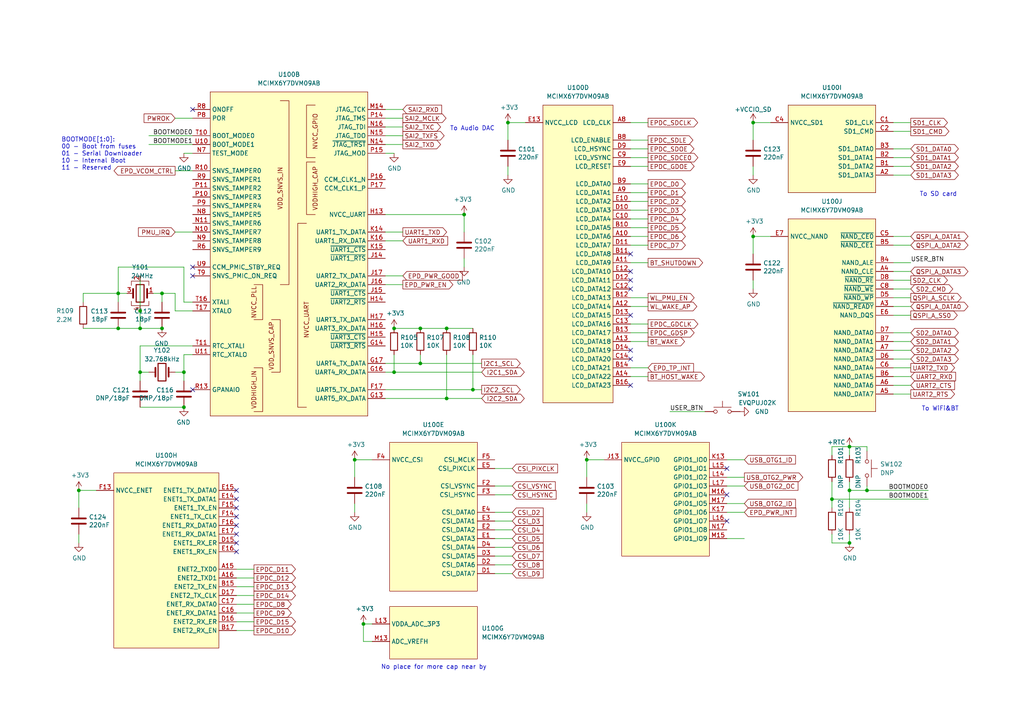
<source format=kicad_sch>
(kicad_sch (version 20211123) (generator eeschema)
  (paper "A4")
  (title_block (title "NekoInk Mainboard") (date "2021-09-28") (rev "R0.2") (company "Copyright 2021 Wenting Zhang") (comment 2 "MERCHANTABILITY, SATISFACTORY QUALITY AND FITNESS FOR A PARTICULAR PURPOSE.") (comment 3 "This source is distributed WITHOUT ANY EXPRESS OR IMPLIED WARRANTY, INCLUDING OF") (comment 4 "This source describes Open Hardware and is licensed under the CERN-OHL-P v2."))
  (lib_symbols
    (symbol "Device:C" (pin_numbers hide) (pin_names (offset 0.254))
      (property "Reference" "C" (at 0.635 2.54 0))
      (property "Value" "C" (at 0.635 -2.54 0))
      (symbol "C_1_1"
        (pin passive line (at 0 3.81 270) (length 2.794) (name "~") (number "1"))
        (pin passive line (at 0 -3.81 90) (length 2.794) (name "~") (number "2"))
      )
    )
    (symbol "Device:Crystal" (pin_numbers hide) (pin_names (offset 1.016) hide)
      (property "Reference" "Y" (at 0 3.81 0))
      (property "Value" "Crystal" (at 0 -3.81 0))
      (symbol "Crystal_1_1"
        (pin passive line (at -3.81 0 0) (length 1.27) (name "1") (number "1"))
        (pin passive line (at 3.81 0 180) (length 1.27) (name "2") (number "2"))
      )
    )
    (symbol "Device:Crystal_GND24" (pin_names (offset 1.016) hide)
      (property "Reference" "Y" (at 3.175 5.08 0))
      (property "Value" "Crystal_GND24" (at 3.175 3.175 0))
      (symbol "Crystal_GND24_1_1"
        (pin passive line (at -3.81 0 0) (length 1.27) (name "1") (number "1"))
        (pin passive line (at 0 5.08 270) (length 1.27) (name "2") (number "2"))
        (pin passive line (at 3.81 0 180) (length 1.27) (name "3") (number "3"))
        (pin passive line (at 0 -5.08 90) (length 1.27) (name "4") (number "4"))
      )
    )
    (symbol "Device:R" (pin_numbers hide) (pin_names (offset 0))
      (property "Reference" "R" (at 2.032 0 90))
      (property "Value" "R" (at 0 0 90))
      (symbol "R_1_1"
        (pin passive line (at 0 3.81 270) (length 1.27) (name "~") (number "1"))
        (pin passive line (at 0 -3.81 90) (length 1.27) (name "~") (number "2"))
      )
    )
    (symbol "MCIMX6Y7DVM09AB_1"
      (property "Reference" "U" (at 0 0 0))
      (property "Value" "MCIMX6Y7DVM09AB_1" (at 0 -2.54 0))
      (symbol "MCIMX6Y7DVM09AB_1_1_0"
        (text "LDO_1P1" (at 0 -58.42 0) (effects (font (size 1.27 1.27))))
        (text "LDO_2P5" (at 0 -50.8 0) (effects (font (size 1.27 1.27))))
        (text "LDO_ARM_SOC" (at 0 -27.94 0) (effects (font (size 1.27 1.27))))
        (text "LDO_SNVS" (at 0 -66.04 0) (effects (font (size 1.27 1.27))))
      )
      (symbol "MCIMX6Y7DVM09AB_1_1_1"
        (pin power_in line (at -33.02 -73.66 0) (length 5.08) (name "VSS") (number "A1"))
        (pin power_in line (at -33.02 -76.2 0) (length 5.08) (name "VSS") (number "A17"))
        (pin power_in line (at -33.02 -83.82 0) (length 5.08) (name "VSS") (number "C11"))
        (pin power_in line (at -33.02 -86.36 0) (length 5.08) (name "VSS") (number "C15"))
        (pin power_in line (at -33.02 -78.74 0) (length 5.08) (name "VSS") (number "C3"))
        (pin power_in line (at -33.02 -81.28 0) (length 5.08) (name "VSS") (number "C7"))
        (pin power_in line (at -33.02 -91.44 0) (length 5.08) (name "VSS") (number "E11"))
        (pin power_in line (at -33.02 -88.9 0) (length 5.08) (name "VSS") (number "E8"))
        (pin power_in line (at -33.02 -104.14 0) (length 5.08) (name "VSS") (number "F10"))
        (pin power_in line (at -33.02 -106.68 0) (length 5.08) (name "VSS") (number "F11"))
        (pin power_in line (at -33.02 -109.22 0) (length 5.08) (name "VSS") (number "F12"))
        (pin power_in line (at -33.02 -93.98 0) (length 5.08) (name "VSS") (number "F6"))
        (pin power_in line (at -33.02 -96.52 0) (length 5.08) (name "VSS") (number "F7"))
        (pin power_in line (at -33.02 -99.06 0) (length 5.08) (name "VSS") (number "F8"))
        (pin power_in line (at -33.02 -101.6 0) (length 5.08) (name "VSS") (number "F9"))
        (pin power_out line (at 33.02 -12.7 180) (length 5.08) (name "VDD_ARM_CAP") (number "G10"))
        (pin power_out line (at 33.02 -15.24 180) (length 5.08) (name "VDD_ARM_CAP") (number "G11"))
        (pin power_in line (at -33.02 -119.38 0) (length 5.08) (name "VSS") (number "G12"))
        (pin power_in line (at -33.02 -121.92 0) (length 5.08) (name "VSS") (number "G15"))
        (pin power_in line (at -33.02 -111.76 0) (length 5.08) (name "VSS") (number "G3"))
        (pin power_in line (at -33.02 -114.3 0) (length 5.08) (name "VSS") (number "G5"))
        (pin power_in line (at -33.02 -116.84 0) (length 5.08) (name "VSS") (number "G7"))
        (pin power_out line (at 33.02 -22.86 180) (length 5.08) (name "VDD_SOC_CAP") (number "G8"))
        (pin power_out line (at 33.02 -10.16 180) (length 5.08) (name "VDD_ARM_CAP") (number "G9"))
        (pin power_in line (at -33.02 -25.4 0) (length 5.08) (name "VDD_SOC_IN") (number "H10"))
        (pin power_out line (at 33.02 -17.78 180) (length 5.08) (name "VDD_ARM_CAP") (number "H11"))
        (pin power_in line (at -33.02 -127 0) (length 5.08) (name "VSS") (number "H12"))
        (pin power_in line (at -33.02 -124.46 0) (length 5.08) (name "VSS") (number "H7"))
        (pin power_out line (at 33.02 -25.4 180) (length 5.08) (name "VDD_SOC_CAP") (number "H8"))
        (pin power_in line (at -33.02 -22.86 0) (length 5.08) (name "VDD_SOC_IN") (number "H9"))
        (pin power_in line (at -33.02 -30.48 0) (length 5.08) (name "VDD_SOC_IN") (number "J10"))
        (pin power_out line (at 33.02 -30.48 180) (length 5.08) (name "VDD_SOC_CAP") (number "J11"))
        (pin power_out line (at 33.02 -127 180) (length 5.08) (name "VSS") (number "J12"))
        (pin power_in line (at -33.02 -129.54 0) (length 5.08) (name "VSS") (number "J5"))
        (pin power_out line (at 33.02 -129.54 180) (length 5.08) (name "VSS") (number "J7"))
        (pin power_out line (at 33.02 -27.94 180) (length 5.08) (name "VDD_SOC_CAP") (number "J8"))
        (pin power_in line (at -33.02 -27.94 0) (length 5.08) (name "VDD_SOC_IN") (number "J9"))
        (pin power_in line (at -33.02 -35.56 0) (length 5.08) (name "VDD_SOC_IN") (number "K10"))
        (pin power_out line (at 33.02 -35.56 180) (length 5.08) (name "VDD_SOC_CAP") (number "K11"))
        (pin power_out line (at 33.02 -121.92 180) (length 5.08) (name "VSS") (number "K12"))
        (pin power_out line (at 33.02 -124.46 180) (length 5.08) (name "VSS") (number "K7"))
        (pin power_out line (at 33.02 -33.02 180) (length 5.08) (name "VDD_SOC_CAP") (number "K8"))
        (pin power_in line (at -33.02 -33.02 0) (length 5.08) (name "VDD_SOC_IN") (number "K9"))
        (pin power_out line (at 33.02 -43.18 180) (length 5.08) (name "VDD_SOC_CAP") (number "L10"))
        (pin power_out line (at 33.02 -45.72 180) (length 5.08) (name "VDD_SOC_CAP") (number "L11"))
        (pin power_out line (at 33.02 -114.3 180) (length 5.08) (name "VSS") (number "L12"))
        (pin power_out line (at 33.02 -119.38 180) (length 5.08) (name "VSS") (number "L3"))
        (pin power_out line (at 33.02 -116.84 180) (length 5.08) (name "VSS") (number "L7"))
        (pin power_out line (at 33.02 -38.1 180) (length 5.08) (name "VDD_SOC_CAP") (number "L8"))
        (pin power_out line (at 33.02 -40.64 180) (length 5.08) (name "VDD_SOC_CAP") (number "L9"))
        (pin power_out line (at 33.02 -104.14 180) (length 5.08) (name "VSS") (number "M10"))
        (pin power_out line (at 33.02 -101.6 180) (length 5.08) (name "VSS") (number "M11"))
        (pin power_in line (at -33.02 -71.12 0) (length 5.08) (name "NGND_KEL0") (number "M12"))
        (pin power_out line (at 33.02 -111.76 180) (length 5.08) (name "VSS") (number "M7"))
        (pin power_out line (at 33.02 -109.22 180) (length 5.08) (name "VSS") (number "M8"))
        (pin power_out line (at 33.02 -106.68 180) (length 5.08) (name "VSS") (number "M9"))
        (pin power_out line (at 33.02 -66.04 180) (length 5.08) (name "VDD_SNVS_CAP") (number "N12"))
        (pin power_in line (at -33.02 -50.8 0) (length 5.08) (name "VDD_HIGH_IN") (number "N13"))
        (pin power_out line (at 33.02 -99.06 180) (length 5.08) (name "VSS") (number "N3"))
        (pin power_out line (at 33.02 -96.52 180) (length 5.08) (name "VSS") (number "N5"))
        (pin power_in line (at -33.02 -66.04 0) (length 5.08) (name "VDD_SNVS_IN") (number "P12"))
        (pin power_out line (at 33.02 -58.42 180) (length 5.08) (name "NVCC_PLL") (number "P13"))
        (pin power_out line (at 33.02 -86.36 180) (length 5.08) (name "VSS") (number "R11"))
        (pin power_out line (at 33.02 -50.8 180) (length 5.08) (name "VDD_HIGH_CAP") (number "R14"))
        (pin power_out line (at 33.02 -53.34 180) (length 5.08) (name "VDD_HIGH_CAP") (number "R15"))
        (pin power_out line (at 33.02 -83.82 180) (length 5.08) (name "VSS") (number "R16"))
        (pin power_out line (at 33.02 -81.28 180) (length 5.08) (name "VSS") (number "R17"))
        (pin power_out line (at 33.02 -93.98 180) (length 5.08) (name "VSS") (number "R3"))
        (pin power_out line (at 33.02 -91.44 180) (length 5.08) (name "VSS") (number "R5"))
        (pin power_out line (at 33.02 -88.9 180) (length 5.08) (name "VSS") (number "R7"))
        (pin power_out line (at 33.02 -78.74 180) (length 5.08) (name "VSS") (number "T14"))
        (pin power_out line (at 33.02 -76.2 180) (length 5.08) (name "VSS") (number "U1"))
        (pin power_out line (at 33.02 -73.66 180) (length 5.08) (name "VSS") (number "U14"))
        (pin power_out line (at 33.02 -71.12 180) (length 5.08) (name "VSS") (number "U17"))
      )
      (symbol "MCIMX6Y7DVM09AB_1_2_1"
        (text "NVCC_GPIO" (at 7.62 -16.51 900) (effects (font (size 1.27 1.27))))
        (text "NVCC_PLL" (at -10.16 -66.04 900) (effects (font (size 1.27 1.27))))
        (text "NVCC_UART" (at 5.08 -71.12 900) (effects (font (size 1.27 1.27))))
        (text "VDD_SNVS_CAP" (at -5.08 -78.74 900) (effects (font (size 1.27 1.27))))
        (text "VDD_SNVS_IN" (at -2.54 -33.02 900) (effects (font (size 1.27 1.27))))
        (text "VDDHIGH_CAP" (at 7.62 -33.02 900) (effects (font (size 1.27 1.27))))
        (text "VDDHIGH_IN" (at -10.16 -91.44 900) (effects (font (size 1.27 1.27))))
        (pin output line (at 27.94 -91.44 180) (length 5.08) (name "UART5_TX_DATA") (number "F17"))
        (pin input line (at 27.94 -93.98 180) (length 5.08) (name "UART5_RX_DATA") (number "G13"))
        (pin output line (at 27.94 -78.74 180) (length 5.08) (name "~{UART3_RTS}") (number "G14"))
        (pin input line (at 27.94 -86.36 180) (length 5.08) (name "UART4_RX_DATA") (number "G16"))
        (pin output line (at 27.94 -83.82 180) (length 5.08) (name "UART4_TX_DATA") (number "G17"))
        (pin power_in line (at 27.94 -40.64 180) (length 5.08) (name "NVCC_UART") (number "H13"))
        (pin output line (at 27.94 -66.04 180) (length 5.08) (name "~{UART2_RTS}") (number "H14"))
        (pin output line (at 27.94 -76.2 180) (length 5.08) (name "~{UART3_CTS}") (number "H15"))
        (pin input line (at 27.94 -73.66 180) (length 5.08) (name "UART3_RX_DATA") (number "H16"))
        (pin output line (at 27.94 -71.12 180) (length 5.08) (name "UART3_TX_DATA") (number "H17"))
        (pin output line (at 27.94 -53.34 180) (length 5.08) (name "~{UART1_RTS}") (number "J14"))
        (pin output line (at 27.94 -63.5 180) (length 5.08) (name "~{UART1_CTS}") (number "J15"))
        (pin input line (at 27.94 -60.96 180) (length 5.08) (name "UART2_RX_DATA") (number "J16"))
        (pin output line (at 27.94 -58.42 180) (length 5.08) (name "UART2_TX_DATA") (number "J17"))
        (pin output line (at 27.94 -45.72 180) (length 5.08) (name "UART1_TX_DATA") (number "K14"))
        (pin output line (at 27.94 -50.8 180) (length 5.08) (name "~{UART1_CTS}") (number "K15"))
        (pin input line (at 27.94 -48.26 180) (length 5.08) (name "UART1_RX_DATA") (number "K16"))
        (pin input line (at 27.94 -10.16 180) (length 5.08) (name "JTAG_TCK") (number "M14"))
        (pin input line (at -27.94 -45.72 0) (length 5.08) (name "SNVS_TAMPER7") (number "N10"))
        (pin input line (at -27.94 -43.18 0) (length 5.08) (name "SNVS_TAMPER6") (number "N11"))
        (pin input line (at 27.94 -20.32 180) (length 5.08) (name "~{JTAG_TRST}") (number "N14"))
        (pin output line (at 27.94 -17.78 180) (length 5.08) (name "JTAG_TDO") (number "N15"))
        (pin input line (at 27.94 -15.24 180) (length 5.08) (name "JTAG_TDI") (number "N16"))
        (pin input line (at -27.94 -22.86 0) (length 5.08) (name "TEST_MODE") (number "N7"))
        (pin input line (at -27.94 -40.64 0) (length 5.08) (name "SNVS_TAMPER5") (number "N8"))
        (pin input line (at -27.94 -48.26 0) (length 5.08) (name "SNVS_TAMPER8") (number "N9"))
        (pin input line (at -27.94 -35.56 0) (length 5.08) (name "SNVS_TAMPER3") (number "P10"))
        (pin input line (at -27.94 -33.02 0) (length 5.08) (name "SNVS_TAMPER2") (number "P11"))
        (pin input line (at 27.94 -12.7 180) (length 5.08) (name "JTAG_TMS") (number "P14"))
        (pin input line (at 27.94 -22.86 180) (length 5.08) (name "JTAG_MOD") (number "P15"))
        (pin output line (at 27.94 -30.48 180) (length 5.08) (name "CCM_CLK1_N") (number "P16"))
        (pin output line (at 27.94 -33.02 180) (length 5.08) (name "CCM_CLK1_P") (number "P17"))
        (pin input line (at -27.94 -12.7 0) (length 5.08) (name "POR") (number "P8"))
        (pin input line (at -27.94 -38.1 0) (length 5.08) (name "SNVS_TAMPER4") (number "P9"))
        (pin input line (at -27.94 -27.94 0) (length 5.08) (name "SNVS_TAMPER0") (number "R10"))
        (pin input line (at -27.94 -91.44 0) (length 5.08) (name "GPANAIO") (number "R13"))
        (pin input line (at -27.94 -50.8 0) (length 5.08) (name "SNVS_TAMPER9") (number "R6"))
        (pin input line (at -27.94 -10.16 0) (length 5.08) (name "ONOFF") (number "R8"))
        (pin input line (at -27.94 -30.48 0) (length 5.08) (name "SNVS_TAMPER1") (number "R9"))
        (pin input line (at -27.94 -17.78 0) (length 5.08) (name "BOOT_MODE0") (number "T10"))
        (pin input line (at -27.94 -78.74 0) (length 5.08) (name "RTC_XTALI") (number "T11"))
        (pin input line (at -27.94 -66.04 0) (length 5.08) (name "XTALI") (number "T16"))
        (pin output line (at -27.94 -68.58 0) (length 5.08) (name "XTALO") (number "T17"))
        (pin input line (at -27.94 -58.42 0) (length 5.08) (name "SNVS_PMIC_ON_REQ") (number "T9"))
        (pin input line (at -27.94 -20.32 0) (length 5.08) (name "BOOT_MODE1") (number "U10"))
        (pin output line (at -27.94 -81.28 0) (length 5.08) (name "RTC_XTALO") (number "U11"))
        (pin input line (at -27.94 -55.88 0) (length 5.08) (name "CCM_PMIC_STBY_REQ") (number "U9"))
      )
      (symbol "MCIMX6Y7DVM09AB_1_3_1"
        (pin output line (at 20.32 -71.12 180) (length 5.08) (name "DRAM_ODT1") (number "F1"))
        (pin output line (at -20.32 -45.72 0) (length 5.08) (name "DRAM_ADDR14") (number "G1"))
        (pin output line (at -20.32 -25.4 0) (length 5.08) (name "DRAM_ADDR6") (number "G2"))
        (pin output line (at -20.32 -88.9 0) (length 5.08) (name "DRAM_RESET") (number "G4"))
        (pin power_in line (at 20.32 -88.9 180) (length 5.08) (name "NVCC_DRAM") (number "G6"))
        (pin output line (at -20.32 -55.88 0) (length 5.08) (name "DRAM_SDBA1") (number "H1"))
        (pin output line (at -20.32 -12.7 0) (length 5.08) (name "DRAM_ADDR1") (number "H2"))
        (pin output line (at -20.32 -43.18 0) (length 5.08) (name "DRAM_ADDR13") (number "H3"))
        (pin output line (at -20.32 -27.94 0) (length 5.08) (name "DRAM_ADDR7") (number "H4"))
        (pin output line (at -20.32 -66.04 0) (length 5.08) (name "~{DRAM_CS1}") (number "H5"))
        (pin power_in line (at 20.32 -91.44 180) (length 5.08) (name "NVCC_DRAM") (number "H6"))
        (pin output line (at -20.32 -76.2 0) (length 5.08) (name "~{DRAM_SDWE}") (number "J1"))
        (pin output line (at -20.32 -73.66 0) (length 5.08) (name "~{DRAM_CAS}") (number "J2"))
        (pin output line (at 20.32 -78.74 180) (length 5.08) (name "DRAM_SDCKE1") (number "J3"))
        (pin output line (at -20.32 -30.48 0) (length 5.08) (name "DRAM_ADDR8") (number "J4"))
        (pin power_in line (at 20.32 -93.98 180) (length 5.08) (name "NVCC_DRAM") (number "J6"))
        (pin output line (at -20.32 -15.24 0) (length 5.08) (name "DRAM_ADDR2") (number "K1"))
        (pin output line (at -20.32 -58.42 0) (length 5.08) (name "DRAM_SDBA2") (number "K2"))
        (pin output line (at -20.32 -38.1 0) (length 5.08) (name "DRAM_ADDR11") (number "K3"))
        (pin output line (at -20.32 -20.32 0) (length 5.08) (name "DRAM_ADDR4") (number "K4"))
        (pin output line (at -20.32 -48.26 0) (length 5.08) (name "DRAM_ADDR15") (number "K5"))
        (pin power_in line (at 20.32 -96.52 180) (length 5.08) (name "NVCC_DRAM") (number "K6"))
        (pin output line (at -20.32 -22.86 0) (length 5.08) (name "DRAM_ADDR5") (number "L1"))
        (pin output line (at -20.32 -33.02 0) (length 5.08) (name "DRAM_ADDR9") (number "L2"))
        (pin output line (at -20.32 -40.64 0) (length 5.08) (name "DRAM_ADDR12") (number "L4"))
        (pin output line (at -20.32 -10.16 0) (length 5.08) (name "DRAM_ADDR0") (number "L5"))
        (pin power_in line (at 20.32 -99.06 180) (length 5.08) (name "NVCC_DRAM") (number "L6"))
        (pin output line (at -20.32 -53.34 0) (length 5.08) (name "DRAM_SDBA0") (number "M1"))
        (pin output line (at -20.32 -17.78 0) (length 5.08) (name "DRAM_ADDR3") (number "M2"))
        (pin output line (at 20.32 -81.28 180) (length 5.08) (name "DRAM_SDCKE0") (number "M3"))
        (pin output line (at -20.32 -35.56 0) (length 5.08) (name "DRAM_ADDR10") (number "M4"))
        (pin output line (at -20.32 -71.12 0) (length 5.08) (name "~{DRAM_RAS}") (number "M5"))
        (pin power_in line (at 20.32 -101.6 180) (length 5.08) (name "NVCC_DRAM") (number "M6"))
        (pin output line (at 20.32 -73.66 180) (length 5.08) (name "DRAM_ODT0") (number "N1"))
        (pin output line (at -20.32 -63.5 0) (length 5.08) (name "~{DRAM_CS0}") (number "N2"))
        (pin output line (at -20.32 -93.98 0) (length 5.08) (name "DRAM_ZQPAD") (number "N4"))
        (pin power_in line (at -20.32 -99.06 0) (length 5.08) (name "NVCC_DRAM_2P5") (number "N6"))
        (pin output line (at -20.32 -81.28 0) (length 5.08) (name "DRAM_SDCLK0_P") (number "P1"))
        (pin output line (at -20.32 -83.82 0) (length 5.08) (name "DRAM_SDCLK0_N") (number "P2"))
        (pin bidirectional line (at 20.32 -53.34 180) (length 5.08) (name "DRAM_DATA13") (number "P3"))
        (pin power_in line (at -20.32 -101.6 0) (length 5.08) (name "DRAM_VREF") (number "P4"))
        (pin bidirectional line (at 20.32 -50.8 180) (length 5.08) (name "DRAM_DATA12") (number "P5"))
        (pin output line (at 20.32 -30.48 180) (length 5.08) (name "DRAM_SDQS0_P") (number "P6"))
        (pin output line (at 20.32 -33.02 180) (length 5.08) (name "DRAM_SDQS0_N") (number "P7"))
        (pin bidirectional line (at 20.32 -58.42 180) (length 5.08) (name "DRAM_DATA15") (number "R1"))
        (pin bidirectional line (at 20.32 -55.88 180) (length 5.08) (name "DRAM_DATA14") (number "R2"))
        (pin bidirectional line (at 20.32 -48.26 180) (length 5.08) (name "DRAM_DATA11") (number "R4"))
        (pin output line (at 20.32 -60.96 180) (length 5.08) (name "DRAM_SDQS1_P") (number "T1"))
        (pin output line (at 20.32 -63.5 180) (length 5.08) (name "DRAM_SDQS1_N") (number "T2"))
        (pin output line (at 20.32 -66.04 180) (length 5.08) (name "DRAM_DQM1") (number "T3"))
        (pin bidirectional line (at 20.32 -10.16 180) (length 5.08) (name "DRAM_DATA0") (number "T4"))
        (pin bidirectional line (at 20.32 -25.4 180) (length 5.08) (name "DRAM_DATA6") (number "T5"))
        (pin bidirectional line (at 20.32 -15.24 180) (length 5.08) (name "DRAM_DATA2") (number "T6"))
        (pin output line (at 20.32 -35.56 180) (length 5.08) (name "DRAM_DQM0") (number "T7"))
        (pin bidirectional line (at 20.32 -22.86 180) (length 5.08) (name "DRAM_DATA5") (number "T8"))
        (pin bidirectional line (at 20.32 -40.64 180) (length 5.08) (name "DRAM_DATA8") (number "U2"))
        (pin bidirectional line (at 20.32 -43.18 180) (length 5.08) (name "DRAM_DATA9") (number "U3"))
        (pin bidirectional line (at 20.32 -27.94 180) (length 5.08) (name "DRAM_DATA7") (number "U4"))
        (pin bidirectional line (at 20.32 -45.72 180) (length 5.08) (name "DRAM_DATA10") (number "U5"))
        (pin bidirectional line (at 20.32 -12.7 180) (length 5.08) (name "DRAM_DATA1") (number "U6"))
        (pin bidirectional line (at 20.32 -17.78 180) (length 5.08) (name "DRAM_DATA3") (number "U7"))
        (pin bidirectional line (at 20.32 -20.32 180) (length 5.08) (name "DRAM_DATA4") (number "U8"))
      )
      (symbol "MCIMX6Y7DVM09AB_1_4_1"
        (pin bidirectional line (at 20.32 -43.18 180) (length 5.08) (name "LCD_DATA6") (number "A10"))
        (pin bidirectional line (at 20.32 -50.8 180) (length 5.08) (name "LCD_DATA9") (number "A11"))
        (pin bidirectional line (at 20.32 -63.5 180) (length 5.08) (name "LCD_DATA14") (number "A12"))
        (pin bidirectional line (at 20.32 -73.66 180) (length 5.08) (name "LCD_DATA18") (number "A13"))
        (pin bidirectional line (at 20.32 -83.82 180) (length 5.08) (name "LCD_DATA22") (number "A14"))
        (pin bidirectional line (at 20.32 -10.16 180) (length 5.08) (name "LCD_CLK") (number "A8"))
        (pin bidirectional line (at 20.32 -30.48 180) (length 5.08) (name "LCD_DATA1") (number "A9"))
        (pin bidirectional line (at 20.32 -40.64 180) (length 5.08) (name "LCD_DATA5") (number "B10"))
        (pin bidirectional line (at 20.32 -48.26 180) (length 5.08) (name "LCD_DATA8") (number "B11"))
        (pin bidirectional line (at 20.32 -60.96 180) (length 5.08) (name "LCD_DATA13") (number "B12"))
        (pin bidirectional line (at 20.32 -71.12 180) (length 5.08) (name "LCD_DATA17") (number "B13"))
        (pin bidirectional line (at 20.32 -81.28 180) (length 5.08) (name "LCD_DATA21") (number "B14"))
        (pin bidirectional line (at 20.32 -86.36 180) (length 5.08) (name "LCD_DATA23") (number "B16"))
        (pin bidirectional line (at 20.32 -15.24 180) (length 5.08) (name "LCD_ENABLE") (number "B8"))
        (pin bidirectional line (at 20.32 -27.94 180) (length 5.08) (name "LCD_DATA0") (number "B9"))
        (pin bidirectional line (at 20.32 -38.1 180) (length 5.08) (name "LCD_DATA4") (number "C10"))
        (pin bidirectional line (at 20.32 -58.42 180) (length 5.08) (name "LCD_DATA12") (number "C12"))
        (pin bidirectional line (at 20.32 -68.58 180) (length 5.08) (name "LCD_DATA16") (number "C13"))
        (pin bidirectional line (at 20.32 -78.74 180) (length 5.08) (name "LCD_DATA20") (number "C14"))
        (pin bidirectional line (at 20.32 -20.32 180) (length 5.08) (name "LCD_VSYNC") (number "C9"))
        (pin bidirectional line (at 20.32 -35.56 180) (length 5.08) (name "LCD_DATA3") (number "D10"))
        (pin bidirectional line (at 20.32 -45.72 180) (length 5.08) (name "LCD_DATA7") (number "D11"))
        (pin bidirectional line (at 20.32 -55.88 180) (length 5.08) (name "LCD_DATA11") (number "D12"))
        (pin bidirectional line (at 20.32 -66.04 180) (length 5.08) (name "LCD_DATA15") (number "D13"))
        (pin bidirectional line (at 20.32 -76.2 180) (length 5.08) (name "LCD_DATA19") (number "D14"))
        (pin bidirectional line (at 20.32 -17.78 180) (length 5.08) (name "LCD_HSYNC") (number "D9"))
        (pin bidirectional line (at 20.32 -33.02 180) (length 5.08) (name "LCD_DATA2") (number "E10"))
        (pin bidirectional line (at 20.32 -53.34 180) (length 5.08) (name "LCD_DATA10") (number "E12"))
        (pin power_in line (at -20.32 -10.16 0) (length 5.08) (name "NVCC_LCD") (number "E13"))
        (pin bidirectional line (at 20.32 -22.86 180) (length 5.08) (name "LCD_RESET") (number "E9"))
      )
      (symbol "MCIMX6Y7DVM09AB_1_5_1"
        (pin bidirectional line (at 17.78 -43.18 180) (length 5.08) (name "CSI_DATA7") (number "D1"))
        (pin bidirectional line (at 17.78 -40.64 180) (length 5.08) (name "CSI_DATA6") (number "D2"))
        (pin bidirectional line (at 17.78 -38.1 180) (length 5.08) (name "CSI_DATA5") (number "D3"))
        (pin bidirectional line (at 17.78 -35.56 180) (length 5.08) (name "CSI_DATA4") (number "D4"))
        (pin bidirectional line (at 17.78 -33.02 180) (length 5.08) (name "CSI_DATA3") (number "E1"))
        (pin bidirectional line (at 17.78 -30.48 180) (length 5.08) (name "CSI_DATA2") (number "E2"))
        (pin bidirectional line (at 17.78 -27.94 180) (length 5.08) (name "CSI_DATA1") (number "E3"))
        (pin bidirectional line (at 17.78 -25.4 180) (length 5.08) (name "CSI_DATA0") (number "E4"))
        (pin bidirectional line (at 17.78 -12.7 180) (length 5.08) (name "CSI_PIXCLK") (number "E5"))
        (pin bidirectional line (at 17.78 -17.78 180) (length 5.08) (name "CSI_VSYNC") (number "F2"))
        (pin bidirectional line (at 17.78 -20.32 180) (length 5.08) (name "CSI_HSYNC") (number "F3"))
        (pin power_in line (at -17.78 -10.16 0) (length 5.08) (name "NVCC_CSI") (number "F4"))
        (pin bidirectional line (at 17.78 -10.16 180) (length 5.08) (name "CSI_MCLK") (number "F5"))
      )
      (symbol "MCIMX6Y7DVM09AB_1_6_1"
        (text "LDO_USB" (at -5.08 -20.32 0) (effects (font (size 1.27 1.27))))
        (pin bidirectional line (at 22.86 -20.32 180) (length 5.08) (name "VDD_USB_CAP") (number "R12"))
        (pin power_in line (at -22.86 -10.16 0) (length 5.08) (name "USB_OTG1_VBUS") (number "T12"))
        (pin bidirectional line (at 22.86 -25.4 180) (length 5.08) (name "USB_OTG2_DN") (number "T13"))
        (pin bidirectional line (at 22.86 -10.16 180) (length 5.08) (name "USB_OTG1_DN") (number "T15"))
        (pin power_in line (at -22.86 -27.94 0) (length 5.08) (name "USB_OTG2_VBUS") (number "U12"))
        (pin bidirectional line (at 22.86 -27.94 180) (length 5.08) (name "USB_OTG2_DP") (number "U13"))
        (pin bidirectional line (at 22.86 -12.7 180) (length 5.08) (name "USB_OTG1_DP") (number "U15"))
        (pin bidirectional line (at 22.86 -15.24 180) (length 5.08) (name "~{USB1_OTG1_CHD}") (number "U16"))
      )
      (symbol "MCIMX6Y7DVM09AB_1_7_1"
        (pin power_in line (at -17.78 -10.16 0) (length 5.08) (name "VDDA_ADC_3P3") (number "L13"))
        (pin power_in line (at -17.78 -15.24 0) (length 5.08) (name "ADC_VREFH") (number "M13"))
      )
      (symbol "MCIMX6Y7DVM09AB_1_8_1"
        (pin bidirectional line (at 20.32 -33.02 180) (length 5.08) (name "ENET2_TXD0") (number "A15"))
        (pin bidirectional line (at 20.32 -35.56 180) (length 5.08) (name "ENET2_TXD1") (number "A16"))
        (pin bidirectional line (at 20.32 -38.1 180) (length 5.08) (name "ENET2_TX_EN") (number "B15"))
        (pin bidirectional line (at 20.32 -50.8 180) (length 5.08) (name "ENET2_RX_EN") (number "B17"))
        (pin bidirectional line (at 20.32 -45.72 180) (length 5.08) (name "ENET_RX_DATA1") (number "C16"))
        (pin bidirectional line (at 20.32 -43.18 180) (length 5.08) (name "ENET_RX_DATA0") (number "C17"))
        (pin bidirectional line (at 20.32 -25.4 180) (length 5.08) (name "ENET1_RX_ER") (number "D15"))
        (pin bidirectional line (at 20.32 -48.26 180) (length 5.08) (name "ENET2_RX_ER") (number "D16"))
        (pin bidirectional line (at 20.32 -40.64 180) (length 5.08) (name "ENET2_TX_CLK") (number "D17"))
        (pin bidirectional line (at 20.32 -12.7 180) (length 5.08) (name "ENET1_TX_DATA1") (number "E14"))
        (pin bidirectional line (at 20.32 -10.16 180) (length 5.08) (name "ENET1_TX_DATA0") (number "E15"))
        (pin bidirectional line (at 20.32 -27.94 180) (length 5.08) (name "ENET1_RX_EN") (number "E16"))
        (pin bidirectional line (at 20.32 -22.86 180) (length 5.08) (name "ENET1_RX_DATA1") (number "E17"))
        (pin power_in line (at -20.32 -10.16 0) (length 5.08) (name "NVCC_ENET") (number "F13"))
        (pin bidirectional line (at 20.32 -17.78 180) (length 5.08) (name "ENET1_TX_CLK") (number "F14"))
        (pin bidirectional line (at 20.32 -15.24 180) (length 5.08) (name "ENET1_TX_EN") (number "F15"))
        (pin bidirectional line (at 20.32 -20.32 180) (length 5.08) (name "ENET1_RX_DATA0") (number "F16"))
      )
      (symbol "MCIMX6Y7DVM09AB_1_9_1"
        (pin bidirectional line (at 17.78 -25.4 180) (length 5.08) (name "SD1_DATA3") (number "A2"))
        (pin bidirectional line (at 17.78 -22.86 180) (length 5.08) (name "SD1_DATA2") (number "B1"))
        (pin bidirectional line (at 17.78 -20.32 180) (length 5.08) (name "SD1_DATA1") (number "B2"))
        (pin bidirectional line (at 17.78 -17.78 180) (length 5.08) (name "SD1_DATA0") (number "B3"))
        (pin bidirectional line (at 17.78 -10.16 180) (length 5.08) (name "SD1_CLK") (number "C1"))
        (pin bidirectional line (at 17.78 -12.7 180) (length 5.08) (name "SD1_CMD") (number "C2"))
        (pin power_in line (at -17.78 -10.16 0) (length 5.08) (name "NVCC_SD1") (number "C4"))
      )
      (symbol "MCIMX6Y7DVM09AB_1_10_1"
        (pin bidirectional line (at 17.78 -30.48 180) (length 5.08) (name "~{NAND_READY}") (number "A3"))
        (pin bidirectional line (at 17.78 -20.32 180) (length 5.08) (name "NAND_CLE") (number "A4"))
        (pin bidirectional line (at 17.78 -55.88 180) (length 5.08) (name "NAND_DATA7") (number "A5"))
        (pin bidirectional line (at 17.78 -53.34 180) (length 5.08) (name "NAND_DATA6") (number "A6"))
        (pin bidirectional line (at 17.78 -43.18 180) (length 5.08) (name "NAND_DATA2") (number "A7"))
        (pin bidirectional line (at 17.78 -17.78 180) (length 5.08) (name "NAND_ALE") (number "B4"))
        (pin bidirectional line (at 17.78 -12.7 180) (length 5.08) (name "~{NAND_CE1}") (number "B5"))
        (pin bidirectional line (at 17.78 -50.8 180) (length 5.08) (name "NAND_DATA5") (number "B6"))
        (pin bidirectional line (at 17.78 -40.64 180) (length 5.08) (name "NAND_DATA1") (number "B7"))
        (pin bidirectional line (at 17.78 -10.16 180) (length 5.08) (name "~{NAND_CE0}") (number "C5"))
        (pin bidirectional line (at 17.78 -48.26 180) (length 5.08) (name "NAND_DATA4") (number "C6"))
        (pin bidirectional line (at 17.78 -25.4 180) (length 5.08) (name "~{NAND_WE}") (number "C8"))
        (pin bidirectional line (at 17.78 -27.94 180) (length 5.08) (name "~{NAND_WP}") (number "D5"))
        (pin bidirectional line (at 17.78 -45.72 180) (length 5.08) (name "NAND_DATA3") (number "D6"))
        (pin bidirectional line (at 17.78 -38.1 180) (length 5.08) (name "NAND_DATA0") (number "D7"))
        (pin bidirectional line (at 17.78 -22.86 180) (length 5.08) (name "~{NAND_RE}") (number "D8"))
        (pin bidirectional line (at 17.78 -33.02 180) (length 5.08) (name "NAND_DQS") (number "E6"))
        (pin power_in line (at -17.78 -10.16 0) (length 5.08) (name "NVCC_NAND") (number "E7"))
      )
      (symbol "MCIMX6Y7DVM09AB_1_11_1"
        (pin power_in line (at -17.78 -10.16 0) (length 5.08) (name "NVCC_GPIO") (number "J13"))
        (pin bidirectional line (at 17.78 -10.16 180) (length 5.08) (name "GPIO1_IO0") (number "K13"))
        (pin bidirectional line (at 17.78 -25.4 180) (length 5.08) (name "GPIO1_IO6") (number "K17"))
        (pin bidirectional line (at 17.78 -15.24 180) (length 5.08) (name "GPIO1_IO2") (number "L14"))
        (pin bidirectional line (at 17.78 -12.7 180) (length 5.08) (name "GPIO1_IO1") (number "L15"))
        (pin bidirectional line (at 17.78 -27.94 180) (length 5.08) (name "GPIO1_IO7") (number "L16"))
        (pin bidirectional line (at 17.78 -17.78 180) (length 5.08) (name "GPIO1_IO3") (number "L17"))
        (pin bidirectional line (at 17.78 -33.02 180) (length 5.08) (name "GPIO1_IO9") (number "M15"))
        (pin bidirectional line (at 17.78 -20.32 180) (length 5.08) (name "GPIO1_IO4") (number "M16"))
        (pin bidirectional line (at 17.78 -22.86 180) (length 5.08) (name "GPIO1_IO5") (number "M17"))
        (pin bidirectional line (at 17.78 -30.48 180) (length 5.08) (name "GPIO1_IO8") (number "N17"))
      )
    )
    (symbol "MCIMX6Y7DVM09AB_2"
      (property "Reference" "U" (at 0 0 0))
      (property "Value" "MCIMX6Y7DVM09AB_2" (at 0 -2.54 0))
      (symbol "MCIMX6Y7DVM09AB_2_1_0"
        (text "LDO_1P1" (at 0 -58.42 0) (effects (font (size 1.27 1.27))))
        (text "LDO_2P5" (at 0 -50.8 0) (effects (font (size 1.27 1.27))))
        (text "LDO_ARM_SOC" (at 0 -27.94 0) (effects (font (size 1.27 1.27))))
        (text "LDO_SNVS" (at 0 -66.04 0) (effects (font (size 1.27 1.27))))
      )
      (symbol "MCIMX6Y7DVM09AB_2_1_1"
        (pin power_in line (at -33.02 -73.66 0) (length 5.08) (name "VSS") (number "A1"))
        (pin power_in line (at -33.02 -76.2 0) (length 5.08) (name "VSS") (number "A17"))
        (pin power_in line (at -33.02 -83.82 0) (length 5.08) (name "VSS") (number "C11"))
        (pin power_in line (at -33.02 -86.36 0) (length 5.08) (name "VSS") (number "C15"))
        (pin power_in line (at -33.02 -78.74 0) (length 5.08) (name "VSS") (number "C3"))
        (pin power_in line (at -33.02 -81.28 0) (length 5.08) (name "VSS") (number "C7"))
        (pin power_in line (at -33.02 -91.44 0) (length 5.08) (name "VSS") (number "E11"))
        (pin power_in line (at -33.02 -88.9 0) (length 5.08) (name "VSS") (number "E8"))
        (pin power_in line (at -33.02 -104.14 0) (length 5.08) (name "VSS") (number "F10"))
        (pin power_in line (at -33.02 -106.68 0) (length 5.08) (name "VSS") (number "F11"))
        (pin power_in line (at -33.02 -109.22 0) (length 5.08) (name "VSS") (number "F12"))
        (pin power_in line (at -33.02 -93.98 0) (length 5.08) (name "VSS") (number "F6"))
        (pin power_in line (at -33.02 -96.52 0) (length 5.08) (name "VSS") (number "F7"))
        (pin power_in line (at -33.02 -99.06 0) (length 5.08) (name "VSS") (number "F8"))
        (pin power_in line (at -33.02 -101.6 0) (length 5.08) (name "VSS") (number "F9"))
        (pin power_out line (at 33.02 -12.7 180) (length 5.08) (name "VDD_ARM_CAP") (number "G10"))
        (pin power_out line (at 33.02 -15.24 180) (length 5.08) (name "VDD_ARM_CAP") (number "G11"))
        (pin power_in line (at -33.02 -119.38 0) (length 5.08) (name "VSS") (number "G12"))
        (pin power_in line (at -33.02 -121.92 0) (length 5.08) (name "VSS") (number "G15"))
        (pin power_in line (at -33.02 -111.76 0) (length 5.08) (name "VSS") (number "G3"))
        (pin power_in line (at -33.02 -114.3 0) (length 5.08) (name "VSS") (number "G5"))
        (pin power_in line (at -33.02 -116.84 0) (length 5.08) (name "VSS") (number "G7"))
        (pin power_out line (at 33.02 -22.86 180) (length 5.08) (name "VDD_SOC_CAP") (number "G8"))
        (pin power_out line (at 33.02 -10.16 180) (length 5.08) (name "VDD_ARM_CAP") (number "G9"))
        (pin power_in line (at -33.02 -25.4 0) (length 5.08) (name "VDD_SOC_IN") (number "H10"))
        (pin power_out line (at 33.02 -17.78 180) (length 5.08) (name "VDD_ARM_CAP") (number "H11"))
        (pin power_in line (at -33.02 -127 0) (length 5.08) (name "VSS") (number "H12"))
        (pin power_in line (at -33.02 -124.46 0) (length 5.08) (name "VSS") (number "H7"))
        (pin power_out line (at 33.02 -25.4 180) (length 5.08) (name "VDD_SOC_CAP") (number "H8"))
        (pin power_in line (at -33.02 -22.86 0) (length 5.08) (name "VDD_SOC_IN") (number "H9"))
        (pin power_in line (at -33.02 -30.48 0) (length 5.08) (name "VDD_SOC_IN") (number "J10"))
        (pin power_out line (at 33.02 -30.48 180) (length 5.08) (name "VDD_SOC_CAP") (number "J11"))
        (pin power_out line (at 33.02 -127 180) (length 5.08) (name "VSS") (number "J12"))
        (pin power_in line (at -33.02 -129.54 0) (length 5.08) (name "VSS") (number "J5"))
        (pin power_out line (at 33.02 -129.54 180) (length 5.08) (name "VSS") (number "J7"))
        (pin power_out line (at 33.02 -27.94 180) (length 5.08) (name "VDD_SOC_CAP") (number "J8"))
        (pin power_in line (at -33.02 -27.94 0) (length 5.08) (name "VDD_SOC_IN") (number "J9"))
        (pin power_in line (at -33.02 -35.56 0) (length 5.08) (name "VDD_SOC_IN") (number "K10"))
        (pin power_out line (at 33.02 -35.56 180) (length 5.08) (name "VDD_SOC_CAP") (number "K11"))
        (pin power_out line (at 33.02 -121.92 180) (length 5.08) (name "VSS") (number "K12"))
        (pin power_out line (at 33.02 -124.46 180) (length 5.08) (name "VSS") (number "K7"))
        (pin power_out line (at 33.02 -33.02 180) (length 5.08) (name "VDD_SOC_CAP") (number "K8"))
        (pin power_in line (at -33.02 -33.02 0) (length 5.08) (name "VDD_SOC_IN") (number "K9"))
        (pin power_out line (at 33.02 -43.18 180) (length 5.08) (name "VDD_SOC_CAP") (number "L10"))
        (pin power_out line (at 33.02 -45.72 180) (length 5.08) (name "VDD_SOC_CAP") (number "L11"))
        (pin power_out line (at 33.02 -114.3 180) (length 5.08) (name "VSS") (number "L12"))
        (pin power_out line (at 33.02 -119.38 180) (length 5.08) (name "VSS") (number "L3"))
        (pin power_out line (at 33.02 -116.84 180) (length 5.08) (name "VSS") (number "L7"))
        (pin power_out line (at 33.02 -38.1 180) (length 5.08) (name "VDD_SOC_CAP") (number "L8"))
        (pin power_out line (at 33.02 -40.64 180) (length 5.08) (name "VDD_SOC_CAP") (number "L9"))
        (pin power_out line (at 33.02 -104.14 180) (length 5.08) (name "VSS") (number "M10"))
        (pin power_out line (at 33.02 -101.6 180) (length 5.08) (name "VSS") (number "M11"))
        (pin power_in line (at -33.02 -71.12 0) (length 5.08) (name "NGND_KEL0") (number "M12"))
        (pin power_out line (at 33.02 -111.76 180) (length 5.08) (name "VSS") (number "M7"))
        (pin power_out line (at 33.02 -109.22 180) (length 5.08) (name "VSS") (number "M8"))
        (pin power_out line (at 33.02 -106.68 180) (length 5.08) (name "VSS") (number "M9"))
        (pin power_out line (at 33.02 -66.04 180) (length 5.08) (name "VDD_SNVS_CAP") (number "N12"))
        (pin power_in line (at -33.02 -50.8 0) (length 5.08) (name "VDD_HIGH_IN") (number "N13"))
        (pin power_out line (at 33.02 -99.06 180) (length 5.08) (name "VSS") (number "N3"))
        (pin power_out line (at 33.02 -96.52 180) (length 5.08) (name "VSS") (number "N5"))
        (pin power_in line (at -33.02 -66.04 0) (length 5.08) (name "VDD_SNVS_IN") (number "P12"))
        (pin power_out line (at 33.02 -58.42 180) (length 5.08) (name "NVCC_PLL") (number "P13"))
        (pin power_out line (at 33.02 -86.36 180) (length 5.08) (name "VSS") (number "R11"))
        (pin power_out line (at 33.02 -50.8 180) (length 5.08) (name "VDD_HIGH_CAP") (number "R14"))
        (pin power_out line (at 33.02 -53.34 180) (length 5.08) (name "VDD_HIGH_CAP") (number "R15"))
        (pin power_out line (at 33.02 -83.82 180) (length 5.08) (name "VSS") (number "R16"))
        (pin power_out line (at 33.02 -81.28 180) (length 5.08) (name "VSS") (number "R17"))
        (pin power_out line (at 33.02 -93.98 180) (length 5.08) (name "VSS") (number "R3"))
        (pin power_out line (at 33.02 -91.44 180) (length 5.08) (name "VSS") (number "R5"))
        (pin power_out line (at 33.02 -88.9 180) (length 5.08) (name "VSS") (number "R7"))
        (pin power_out line (at 33.02 -78.74 180) (length 5.08) (name "VSS") (number "T14"))
        (pin power_out line (at 33.02 -76.2 180) (length 5.08) (name "VSS") (number "U1"))
        (pin power_out line (at 33.02 -73.66 180) (length 5.08) (name "VSS") (number "U14"))
        (pin power_out line (at 33.02 -71.12 180) (length 5.08) (name "VSS") (number "U17"))
      )
      (symbol "MCIMX6Y7DVM09AB_2_2_1"
        (text "NVCC_GPIO" (at 7.62 -16.51 900) (effects (font (size 1.27 1.27))))
        (text "NVCC_PLL" (at -10.16 -66.04 900) (effects (font (size 1.27 1.27))))
        (text "NVCC_UART" (at 5.08 -71.12 900) (effects (font (size 1.27 1.27))))
        (text "VDD_SNVS_CAP" (at -5.08 -78.74 900) (effects (font (size 1.27 1.27))))
        (text "VDD_SNVS_IN" (at -2.54 -33.02 900) (effects (font (size 1.27 1.27))))
        (text "VDDHIGH_CAP" (at 7.62 -33.02 900) (effects (font (size 1.27 1.27))))
        (text "VDDHIGH_IN" (at -10.16 -91.44 900) (effects (font (size 1.27 1.27))))
        (pin output line (at 27.94 -91.44 180) (length 5.08) (name "UART5_TX_DATA") (number "F17"))
        (pin input line (at 27.94 -93.98 180) (length 5.08) (name "UART5_RX_DATA") (number "G13"))
        (pin output line (at 27.94 -78.74 180) (length 5.08) (name "~{UART3_RTS}") (number "G14"))
        (pin input line (at 27.94 -86.36 180) (length 5.08) (name "UART4_RX_DATA") (number "G16"))
        (pin output line (at 27.94 -83.82 180) (length 5.08) (name "UART4_TX_DATA") (number "G17"))
        (pin power_in line (at 27.94 -40.64 180) (length 5.08) (name "NVCC_UART") (number "H13"))
        (pin output line (at 27.94 -66.04 180) (length 5.08) (name "~{UART2_RTS}") (number "H14"))
        (pin output line (at 27.94 -76.2 180) (length 5.08) (name "~{UART3_CTS}") (number "H15"))
        (pin input line (at 27.94 -73.66 180) (length 5.08) (name "UART3_RX_DATA") (number "H16"))
        (pin output line (at 27.94 -71.12 180) (length 5.08) (name "UART3_TX_DATA") (number "H17"))
        (pin output line (at 27.94 -53.34 180) (length 5.08) (name "~{UART1_RTS}") (number "J14"))
        (pin output line (at 27.94 -63.5 180) (length 5.08) (name "~{UART1_CTS}") (number "J15"))
        (pin input line (at 27.94 -60.96 180) (length 5.08) (name "UART2_RX_DATA") (number "J16"))
        (pin output line (at 27.94 -58.42 180) (length 5.08) (name "UART2_TX_DATA") (number "J17"))
        (pin output line (at 27.94 -45.72 180) (length 5.08) (name "UART1_TX_DATA") (number "K14"))
        (pin output line (at 27.94 -50.8 180) (length 5.08) (name "~{UART1_CTS}") (number "K15"))
        (pin input line (at 27.94 -48.26 180) (length 5.08) (name "UART1_RX_DATA") (number "K16"))
        (pin input line (at 27.94 -10.16 180) (length 5.08) (name "JTAG_TCK") (number "M14"))
        (pin input line (at -27.94 -45.72 0) (length 5.08) (name "SNVS_TAMPER7") (number "N10"))
        (pin input line (at -27.94 -43.18 0) (length 5.08) (name "SNVS_TAMPER6") (number "N11"))
        (pin input line (at 27.94 -20.32 180) (length 5.08) (name "~{JTAG_TRST}") (number "N14"))
        (pin output line (at 27.94 -17.78 180) (length 5.08) (name "JTAG_TDO") (number "N15"))
        (pin input line (at 27.94 -15.24 180) (length 5.08) (name "JTAG_TDI") (number "N16"))
        (pin input line (at -27.94 -22.86 0) (length 5.08) (name "TEST_MODE") (number "N7"))
        (pin input line (at -27.94 -40.64 0) (length 5.08) (name "SNVS_TAMPER5") (number "N8"))
        (pin input line (at -27.94 -48.26 0) (length 5.08) (name "SNVS_TAMPER8") (number "N9"))
        (pin input line (at -27.94 -35.56 0) (length 5.08) (name "SNVS_TAMPER3") (number "P10"))
        (pin input line (at -27.94 -33.02 0) (length 5.08) (name "SNVS_TAMPER2") (number "P11"))
        (pin input line (at 27.94 -12.7 180) (length 5.08) (name "JTAG_TMS") (number "P14"))
        (pin input line (at 27.94 -22.86 180) (length 5.08) (name "JTAG_MOD") (number "P15"))
        (pin output line (at 27.94 -30.48 180) (length 5.08) (name "CCM_CLK1_N") (number "P16"))
        (pin output line (at 27.94 -33.02 180) (length 5.08) (name "CCM_CLK1_P") (number "P17"))
        (pin input line (at -27.94 -12.7 0) (length 5.08) (name "POR") (number "P8"))
        (pin input line (at -27.94 -38.1 0) (length 5.08) (name "SNVS_TAMPER4") (number "P9"))
        (pin input line (at -27.94 -27.94 0) (length 5.08) (name "SNVS_TAMPER0") (number "R10"))
        (pin input line (at -27.94 -91.44 0) (length 5.08) (name "GPANAIO") (number "R13"))
        (pin input line (at -27.94 -50.8 0) (length 5.08) (name "SNVS_TAMPER9") (number "R6"))
        (pin input line (at -27.94 -10.16 0) (length 5.08) (name "ONOFF") (number "R8"))
        (pin input line (at -27.94 -30.48 0) (length 5.08) (name "SNVS_TAMPER1") (number "R9"))
        (pin input line (at -27.94 -17.78 0) (length 5.08) (name "BOOT_MODE0") (number "T10"))
        (pin input line (at -27.94 -78.74 0) (length 5.08) (name "RTC_XTALI") (number "T11"))
        (pin input line (at -27.94 -66.04 0) (length 5.08) (name "XTALI") (number "T16"))
        (pin output line (at -27.94 -68.58 0) (length 5.08) (name "XTALO") (number "T17"))
        (pin input line (at -27.94 -58.42 0) (length 5.08) (name "SNVS_PMIC_ON_REQ") (number "T9"))
        (pin input line (at -27.94 -20.32 0) (length 5.08) (name "BOOT_MODE1") (number "U10"))
        (pin output line (at -27.94 -81.28 0) (length 5.08) (name "RTC_XTALO") (number "U11"))
        (pin input line (at -27.94 -55.88 0) (length 5.08) (name "CCM_PMIC_STBY_REQ") (number "U9"))
      )
      (symbol "MCIMX6Y7DVM09AB_2_3_1"
        (pin output line (at 20.32 -71.12 180) (length 5.08) (name "DRAM_ODT1") (number "F1"))
        (pin output line (at -20.32 -45.72 0) (length 5.08) (name "DRAM_ADDR14") (number "G1"))
        (pin output line (at -20.32 -25.4 0) (length 5.08) (name "DRAM_ADDR6") (number "G2"))
        (pin output line (at -20.32 -88.9 0) (length 5.08) (name "DRAM_RESET") (number "G4"))
        (pin power_in line (at 20.32 -88.9 180) (length 5.08) (name "NVCC_DRAM") (number "G6"))
        (pin output line (at -20.32 -55.88 0) (length 5.08) (name "DRAM_SDBA1") (number "H1"))
        (pin output line (at -20.32 -12.7 0) (length 5.08) (name "DRAM_ADDR1") (number "H2"))
        (pin output line (at -20.32 -43.18 0) (length 5.08) (name "DRAM_ADDR13") (number "H3"))
        (pin output line (at -20.32 -27.94 0) (length 5.08) (name "DRAM_ADDR7") (number "H4"))
        (pin output line (at -20.32 -66.04 0) (length 5.08) (name "~{DRAM_CS1}") (number "H5"))
        (pin power_in line (at 20.32 -91.44 180) (length 5.08) (name "NVCC_DRAM") (number "H6"))
        (pin output line (at -20.32 -76.2 0) (length 5.08) (name "~{DRAM_SDWE}") (number "J1"))
        (pin output line (at -20.32 -73.66 0) (length 5.08) (name "~{DRAM_CAS}") (number "J2"))
        (pin output line (at 20.32 -78.74 180) (length 5.08) (name "DRAM_SDCKE1") (number "J3"))
        (pin output line (at -20.32 -30.48 0) (length 5.08) (name "DRAM_ADDR8") (number "J4"))
        (pin power_in line (at 20.32 -93.98 180) (length 5.08) (name "NVCC_DRAM") (number "J6"))
        (pin output line (at -20.32 -15.24 0) (length 5.08) (name "DRAM_ADDR2") (number "K1"))
        (pin output line (at -20.32 -58.42 0) (length 5.08) (name "DRAM_SDBA2") (number "K2"))
        (pin output line (at -20.32 -38.1 0) (length 5.08) (name "DRAM_ADDR11") (number "K3"))
        (pin output line (at -20.32 -20.32 0) (length 5.08) (name "DRAM_ADDR4") (number "K4"))
        (pin output line (at -20.32 -48.26 0) (length 5.08) (name "DRAM_ADDR15") (number "K5"))
        (pin power_in line (at 20.32 -96.52 180) (length 5.08) (name "NVCC_DRAM") (number "K6"))
        (pin output line (at -20.32 -22.86 0) (length 5.08) (name "DRAM_ADDR5") (number "L1"))
        (pin output line (at -20.32 -33.02 0) (length 5.08) (name "DRAM_ADDR9") (number "L2"))
        (pin output line (at -20.32 -40.64 0) (length 5.08) (name "DRAM_ADDR12") (number "L4"))
        (pin output line (at -20.32 -10.16 0) (length 5.08) (name "DRAM_ADDR0") (number "L5"))
        (pin power_in line (at 20.32 -99.06 180) (length 5.08) (name "NVCC_DRAM") (number "L6"))
        (pin output line (at -20.32 -53.34 0) (length 5.08) (name "DRAM_SDBA0") (number "M1"))
        (pin output line (at -20.32 -17.78 0) (length 5.08) (name "DRAM_ADDR3") (number "M2"))
        (pin output line (at 20.32 -81.28 180) (length 5.08) (name "DRAM_SDCKE0") (number "M3"))
        (pin output line (at -20.32 -35.56 0) (length 5.08) (name "DRAM_ADDR10") (number "M4"))
        (pin output line (at -20.32 -71.12 0) (length 5.08) (name "~{DRAM_RAS}") (number "M5"))
        (pin power_in line (at 20.32 -101.6 180) (length 5.08) (name "NVCC_DRAM") (number "M6"))
        (pin output line (at 20.32 -73.66 180) (length 5.08) (name "DRAM_ODT0") (number "N1"))
        (pin output line (at -20.32 -63.5 0) (length 5.08) (name "~{DRAM_CS0}") (number "N2"))
        (pin output line (at -20.32 -93.98 0) (length 5.08) (name "DRAM_ZQPAD") (number "N4"))
        (pin power_in line (at -20.32 -99.06 0) (length 5.08) (name "NVCC_DRAM_2P5") (number "N6"))
        (pin output line (at -20.32 -81.28 0) (length 5.08) (name "DRAM_SDCLK0_P") (number "P1"))
        (pin output line (at -20.32 -83.82 0) (length 5.08) (name "DRAM_SDCLK0_N") (number "P2"))
        (pin bidirectional line (at 20.32 -53.34 180) (length 5.08) (name "DRAM_DATA13") (number "P3"))
        (pin power_in line (at -20.32 -101.6 0) (length 5.08) (name "DRAM_VREF") (number "P4"))
        (pin bidirectional line (at 20.32 -50.8 180) (length 5.08) (name "DRAM_DATA12") (number "P5"))
        (pin output line (at 20.32 -30.48 180) (length 5.08) (name "DRAM_SDQS0_P") (number "P6"))
        (pin output line (at 20.32 -33.02 180) (length 5.08) (name "DRAM_SDQS0_N") (number "P7"))
        (pin bidirectional line (at 20.32 -58.42 180) (length 5.08) (name "DRAM_DATA15") (number "R1"))
        (pin bidirectional line (at 20.32 -55.88 180) (length 5.08) (name "DRAM_DATA14") (number "R2"))
        (pin bidirectional line (at 20.32 -48.26 180) (length 5.08) (name "DRAM_DATA11") (number "R4"))
        (pin output line (at 20.32 -60.96 180) (length 5.08) (name "DRAM_SDQS1_P") (number "T1"))
        (pin output line (at 20.32 -63.5 180) (length 5.08) (name "DRAM_SDQS1_N") (number "T2"))
        (pin output line (at 20.32 -66.04 180) (length 5.08) (name "DRAM_DQM1") (number "T3"))
        (pin bidirectional line (at 20.32 -10.16 180) (length 5.08) (name "DRAM_DATA0") (number "T4"))
        (pin bidirectional line (at 20.32 -25.4 180) (length 5.08) (name "DRAM_DATA6") (number "T5"))
        (pin bidirectional line (at 20.32 -15.24 180) (length 5.08) (name "DRAM_DATA2") (number "T6"))
        (pin output line (at 20.32 -35.56 180) (length 5.08) (name "DRAM_DQM0") (number "T7"))
        (pin bidirectional line (at 20.32 -22.86 180) (length 5.08) (name "DRAM_DATA5") (number "T8"))
        (pin bidirectional line (at 20.32 -40.64 180) (length 5.08) (name "DRAM_DATA8") (number "U2"))
        (pin bidirectional line (at 20.32 -43.18 180) (length 5.08) (name "DRAM_DATA9") (number "U3"))
        (pin bidirectional line (at 20.32 -27.94 180) (length 5.08) (name "DRAM_DATA7") (number "U4"))
        (pin bidirectional line (at 20.32 -45.72 180) (length 5.08) (name "DRAM_DATA10") (number "U5"))
        (pin bidirectional line (at 20.32 -12.7 180) (length 5.08) (name "DRAM_DATA1") (number "U6"))
        (pin bidirectional line (at 20.32 -17.78 180) (length 5.08) (name "DRAM_DATA3") (number "U7"))
        (pin bidirectional line (at 20.32 -20.32 180) (length 5.08) (name "DRAM_DATA4") (number "U8"))
      )
      (symbol "MCIMX6Y7DVM09AB_2_4_1"
        (pin bidirectional line (at 15.24 -43.18 180) (length 5.08) (name "LCD_DATA6") (number "A10"))
        (pin bidirectional line (at 15.24 -50.8 180) (length 5.08) (name "LCD_DATA9") (number "A11"))
        (pin bidirectional line (at 15.24 -63.5 180) (length 5.08) (name "LCD_DATA14") (number "A12"))
        (pin bidirectional line (at 15.24 -73.66 180) (length 5.08) (name "LCD_DATA18") (number "A13"))
        (pin bidirectional line (at 15.24 -83.82 180) (length 5.08) (name "LCD_DATA22") (number "A14"))
        (pin bidirectional line (at 15.24 -10.16 180) (length 5.08) (name "LCD_CLK") (number "A8"))
        (pin bidirectional line (at 15.24 -30.48 180) (length 5.08) (name "LCD_DATA1") (number "A9"))
        (pin bidirectional line (at 15.24 -40.64 180) (length 5.08) (name "LCD_DATA5") (number "B10"))
        (pin bidirectional line (at 15.24 -48.26 180) (length 5.08) (name "LCD_DATA8") (number "B11"))
        (pin bidirectional line (at 15.24 -60.96 180) (length 5.08) (name "LCD_DATA13") (number "B12"))
        (pin bidirectional line (at 15.24 -71.12 180) (length 5.08) (name "LCD_DATA17") (number "B13"))
        (pin bidirectional line (at 15.24 -81.28 180) (length 5.08) (name "LCD_DATA21") (number "B14"))
        (pin bidirectional line (at 15.24 -86.36 180) (length 5.08) (name "LCD_DATA23") (number "B16"))
        (pin bidirectional line (at 15.24 -15.24 180) (length 5.08) (name "LCD_ENABLE") (number "B8"))
        (pin bidirectional line (at 15.24 -27.94 180) (length 5.08) (name "LCD_DATA0") (number "B9"))
        (pin bidirectional line (at 15.24 -38.1 180) (length 5.08) (name "LCD_DATA4") (number "C10"))
        (pin bidirectional line (at 15.24 -58.42 180) (length 5.08) (name "LCD_DATA12") (number "C12"))
        (pin bidirectional line (at 15.24 -68.58 180) (length 5.08) (name "LCD_DATA16") (number "C13"))
        (pin bidirectional line (at 15.24 -78.74 180) (length 5.08) (name "LCD_DATA20") (number "C14"))
        (pin bidirectional line (at 15.24 -20.32 180) (length 5.08) (name "LCD_VSYNC") (number "C9"))
        (pin bidirectional line (at 15.24 -35.56 180) (length 5.08) (name "LCD_DATA3") (number "D10"))
        (pin bidirectional line (at 15.24 -45.72 180) (length 5.08) (name "LCD_DATA7") (number "D11"))
        (pin bidirectional line (at 15.24 -55.88 180) (length 5.08) (name "LCD_DATA11") (number "D12"))
        (pin bidirectional line (at 15.24 -66.04 180) (length 5.08) (name "LCD_DATA15") (number "D13"))
        (pin bidirectional line (at 15.24 -76.2 180) (length 5.08) (name "LCD_DATA19") (number "D14"))
        (pin bidirectional line (at 15.24 -17.78 180) (length 5.08) (name "LCD_HSYNC") (number "D9"))
        (pin bidirectional line (at 15.24 -33.02 180) (length 5.08) (name "LCD_DATA2") (number "E10"))
        (pin bidirectional line (at 15.24 -53.34 180) (length 5.08) (name "LCD_DATA10") (number "E12"))
        (pin power_in line (at -15.24 -10.16 0) (length 5.08) (name "NVCC_LCD") (number "E13"))
        (pin bidirectional line (at 15.24 -22.86 180) (length 5.08) (name "LCD_RESET") (number "E9"))
      )
      (symbol "MCIMX6Y7DVM09AB_2_5_1"
        (pin bidirectional line (at 17.78 -43.18 180) (length 5.08) (name "CSI_DATA7") (number "D1"))
        (pin bidirectional line (at 17.78 -40.64 180) (length 5.08) (name "CSI_DATA6") (number "D2"))
        (pin bidirectional line (at 17.78 -38.1 180) (length 5.08) (name "CSI_DATA5") (number "D3"))
        (pin bidirectional line (at 17.78 -35.56 180) (length 5.08) (name "CSI_DATA4") (number "D4"))
        (pin bidirectional line (at 17.78 -33.02 180) (length 5.08) (name "CSI_DATA3") (number "E1"))
        (pin bidirectional line (at 17.78 -30.48 180) (length 5.08) (name "CSI_DATA2") (number "E2"))
        (pin bidirectional line (at 17.78 -27.94 180) (length 5.08) (name "CSI_DATA1") (number "E3"))
        (pin bidirectional line (at 17.78 -25.4 180) (length 5.08) (name "CSI_DATA0") (number "E4"))
        (pin bidirectional line (at 17.78 -12.7 180) (length 5.08) (name "CSI_PIXCLK") (number "E5"))
        (pin bidirectional line (at 17.78 -17.78 180) (length 5.08) (name "CSI_VSYNC") (number "F2"))
        (pin bidirectional line (at 17.78 -20.32 180) (length 5.08) (name "CSI_HSYNC") (number "F3"))
        (pin power_in line (at -17.78 -10.16 0) (length 5.08) (name "NVCC_CSI") (number "F4"))
        (pin bidirectional line (at 17.78 -10.16 180) (length 5.08) (name "CSI_MCLK") (number "F5"))
      )
      (symbol "MCIMX6Y7DVM09AB_2_6_1"
        (text "LDO_USB" (at -5.08 -20.32 0) (effects (font (size 1.27 1.27))))
        (pin bidirectional line (at 22.86 -20.32 180) (length 5.08) (name "VDD_USB_CAP") (number "R12"))
        (pin power_in line (at -22.86 -10.16 0) (length 5.08) (name "USB_OTG1_VBUS") (number "T12"))
        (pin bidirectional line (at 22.86 -25.4 180) (length 5.08) (name "USB_OTG2_DN") (number "T13"))
        (pin bidirectional line (at 22.86 -10.16 180) (length 5.08) (name "USB_OTG1_DN") (number "T15"))
        (pin power_in line (at -22.86 -27.94 0) (length 5.08) (name "USB_OTG2_VBUS") (number "U12"))
        (pin bidirectional line (at 22.86 -27.94 180) (length 5.08) (name "USB_OTG2_DP") (number "U13"))
        (pin bidirectional line (at 22.86 -12.7 180) (length 5.08) (name "USB_OTG1_DP") (number "U15"))
        (pin bidirectional line (at 22.86 -15.24 180) (length 5.08) (name "~{USB1_OTG1_CHD}") (number "U16"))
      )
      (symbol "MCIMX6Y7DVM09AB_2_7_1"
        (pin power_in line (at -17.78 -10.16 0) (length 5.08) (name "VDDA_ADC_3P3") (number "L13"))
        (pin power_in line (at -17.78 -15.24 0) (length 5.08) (name "ADC_VREFH") (number "M13"))
      )
      (symbol "MCIMX6Y7DVM09AB_2_8_1"
        (pin bidirectional line (at 20.32 -33.02 180) (length 5.08) (name "ENET2_TXD0") (number "A15"))
        (pin bidirectional line (at 20.32 -35.56 180) (length 5.08) (name "ENET2_TXD1") (number "A16"))
        (pin bidirectional line (at 20.32 -38.1 180) (length 5.08) (name "ENET2_TX_EN") (number "B15"))
        (pin bidirectional line (at 20.32 -50.8 180) (length 5.08) (name "ENET2_RX_EN") (number "B17"))
        (pin bidirectional line (at 20.32 -45.72 180) (length 5.08) (name "ENET_RX_DATA1") (number "C16"))
        (pin bidirectional line (at 20.32 -43.18 180) (length 5.08) (name "ENET_RX_DATA0") (number "C17"))
        (pin bidirectional line (at 20.32 -25.4 180) (length 5.08) (name "ENET1_RX_ER") (number "D15"))
        (pin bidirectional line (at 20.32 -48.26 180) (length 5.08) (name "ENET2_RX_ER") (number "D16"))
        (pin bidirectional line (at 20.32 -40.64 180) (length 5.08) (name "ENET2_TX_CLK") (number "D17"))
        (pin bidirectional line (at 20.32 -12.7 180) (length 5.08) (name "ENET1_TX_DATA1") (number "E14"))
        (pin bidirectional line (at 20.32 -10.16 180) (length 5.08) (name "ENET1_TX_DATA0") (number "E15"))
        (pin bidirectional line (at 20.32 -27.94 180) (length 5.08) (name "ENET1_RX_EN") (number "E16"))
        (pin bidirectional line (at 20.32 -22.86 180) (length 5.08) (name "ENET1_RX_DATA1") (number "E17"))
        (pin power_in line (at -20.32 -10.16 0) (length 5.08) (name "NVCC_ENET") (number "F13"))
        (pin bidirectional line (at 20.32 -17.78 180) (length 5.08) (name "ENET1_TX_CLK") (number "F14"))
        (pin bidirectional line (at 20.32 -15.24 180) (length 5.08) (name "ENET1_TX_EN") (number "F15"))
        (pin bidirectional line (at 20.32 -20.32 180) (length 5.08) (name "ENET1_RX_DATA0") (number "F16"))
      )
      (symbol "MCIMX6Y7DVM09AB_2_9_1"
        (pin bidirectional line (at 17.78 -25.4 180) (length 5.08) (name "SD1_DATA3") (number "A2"))
        (pin bidirectional line (at 17.78 -22.86 180) (length 5.08) (name "SD1_DATA2") (number "B1"))
        (pin bidirectional line (at 17.78 -20.32 180) (length 5.08) (name "SD1_DATA1") (number "B2"))
        (pin bidirectional line (at 17.78 -17.78 180) (length 5.08) (name "SD1_DATA0") (number "B3"))
        (pin bidirectional line (at 17.78 -10.16 180) (length 5.08) (name "SD1_CLK") (number "C1"))
        (pin bidirectional line (at 17.78 -12.7 180) (length 5.08) (name "SD1_CMD") (number "C2"))
        (pin power_in line (at -17.78 -10.16 0) (length 5.08) (name "NVCC_SD1") (number "C4"))
      )
      (symbol "MCIMX6Y7DVM09AB_2_10_1"
        (pin bidirectional line (at 17.78 -30.48 180) (length 5.08) (name "~{NAND_READY}") (number "A3"))
        (pin bidirectional line (at 17.78 -20.32 180) (length 5.08) (name "NAND_CLE") (number "A4"))
        (pin bidirectional line (at 17.78 -55.88 180) (length 5.08) (name "NAND_DATA7") (number "A5"))
        (pin bidirectional line (at 17.78 -53.34 180) (length 5.08) (name "NAND_DATA6") (number "A6"))
        (pin bidirectional line (at 17.78 -43.18 180) (length 5.08) (name "NAND_DATA2") (number "A7"))
        (pin bidirectional line (at 17.78 -17.78 180) (length 5.08) (name "NAND_ALE") (number "B4"))
        (pin bidirectional line (at 17.78 -12.7 180) (length 5.08) (name "~{NAND_CE1}") (number "B5"))
        (pin bidirectional line (at 17.78 -50.8 180) (length 5.08) (name "NAND_DATA5") (number "B6"))
        (pin bidirectional line (at 17.78 -40.64 180) (length 5.08) (name "NAND_DATA1") (number "B7"))
        (pin bidirectional line (at 17.78 -10.16 180) (length 5.08) (name "~{NAND_CE0}") (number "C5"))
        (pin bidirectional line (at 17.78 -48.26 180) (length 5.08) (name "NAND_DATA4") (number "C6"))
        (pin bidirectional line (at 17.78 -25.4 180) (length 5.08) (name "~{NAND_WE}") (number "C8"))
        (pin bidirectional line (at 17.78 -27.94 180) (length 5.08) (name "~{NAND_WP}") (number "D5"))
        (pin bidirectional line (at 17.78 -45.72 180) (length 5.08) (name "NAND_DATA3") (number "D6"))
        (pin bidirectional line (at 17.78 -38.1 180) (length 5.08) (name "NAND_DATA0") (number "D7"))
        (pin bidirectional line (at 17.78 -22.86 180) (length 5.08) (name "~{NAND_RE}") (number "D8"))
        (pin bidirectional line (at 17.78 -33.02 180) (length 5.08) (name "NAND_DQS") (number "E6"))
        (pin power_in line (at -17.78 -10.16 0) (length 5.08) (name "NVCC_NAND") (number "E7"))
      )
      (symbol "MCIMX6Y7DVM09AB_2_11_1"
        (pin power_in line (at -17.78 -10.16 0) (length 5.08) (name "NVCC_GPIO") (number "J13"))
        (pin bidirectional line (at 17.78 -10.16 180) (length 5.08) (name "GPIO1_IO0") (number "K13"))
        (pin bidirectional line (at 17.78 -25.4 180) (length 5.08) (name "GPIO1_IO6") (number "K17"))
        (pin bidirectional line (at 17.78 -15.24 180) (length 5.08) (name "GPIO1_IO2") (number "L14"))
        (pin bidirectional line (at 17.78 -12.7 180) (length 5.08) (name "GPIO1_IO1") (number "L15"))
        (pin bidirectional line (at 17.78 -27.94 180) (length 5.08) (name "GPIO1_IO7") (number "L16"))
        (pin bidirectional line (at 17.78 -17.78 180) (length 5.08) (name "GPIO1_IO3") (number "L17"))
        (pin bidirectional line (at 17.78 -33.02 180) (length 5.08) (name "GPIO1_IO9") (number "M15"))
        (pin bidirectional line (at 17.78 -20.32 180) (length 5.08) (name "GPIO1_IO4") (number "M16"))
        (pin bidirectional line (at 17.78 -22.86 180) (length 5.08) (name "GPIO1_IO5") (number "M17"))
        (pin bidirectional line (at 17.78 -30.48 180) (length 5.08) (name "GPIO1_IO8") (number "N17"))
      )
    )
    (symbol "MCIMX6Y7DVM09AB_3"
      (property "Reference" "U" (at 0 0 0))
      (property "Value" "MCIMX6Y7DVM09AB_3" (at 0 -2.54 0))
      (symbol "MCIMX6Y7DVM09AB_3_1_0"
        (text "LDO_1P1" (at 0 -58.42 0) (effects (font (size 1.27 1.27))))
        (text "LDO_2P5" (at 0 -50.8 0) (effects (font (size 1.27 1.27))))
        (text "LDO_ARM_SOC" (at 0 -27.94 0) (effects (font (size 1.27 1.27))))
        (text "LDO_SNVS" (at 0 -66.04 0) (effects (font (size 1.27 1.27))))
      )
      (symbol "MCIMX6Y7DVM09AB_3_1_1"
        (pin power_in line (at -33.02 -73.66 0) (length 5.08) (name "VSS") (number "A1"))
        (pin power_in line (at -33.02 -76.2 0) (length 5.08) (name "VSS") (number "A17"))
        (pin power_in line (at -33.02 -83.82 0) (length 5.08) (name "VSS") (number "C11"))
        (pin power_in line (at -33.02 -86.36 0) (length 5.08) (name "VSS") (number "C15"))
        (pin power_in line (at -33.02 -78.74 0) (length 5.08) (name "VSS") (number "C3"))
        (pin power_in line (at -33.02 -81.28 0) (length 5.08) (name "VSS") (number "C7"))
        (pin power_in line (at -33.02 -91.44 0) (length 5.08) (name "VSS") (number "E11"))
        (pin power_in line (at -33.02 -88.9 0) (length 5.08) (name "VSS") (number "E8"))
        (pin power_in line (at -33.02 -104.14 0) (length 5.08) (name "VSS") (number "F10"))
        (pin power_in line (at -33.02 -106.68 0) (length 5.08) (name "VSS") (number "F11"))
        (pin power_in line (at -33.02 -109.22 0) (length 5.08) (name "VSS") (number "F12"))
        (pin power_in line (at -33.02 -93.98 0) (length 5.08) (name "VSS") (number "F6"))
        (pin power_in line (at -33.02 -96.52 0) (length 5.08) (name "VSS") (number "F7"))
        (pin power_in line (at -33.02 -99.06 0) (length 5.08) (name "VSS") (number "F8"))
        (pin power_in line (at -33.02 -101.6 0) (length 5.08) (name "VSS") (number "F9"))
        (pin power_out line (at 33.02 -12.7 180) (length 5.08) (name "VDD_ARM_CAP") (number "G10"))
        (pin power_out line (at 33.02 -15.24 180) (length 5.08) (name "VDD_ARM_CAP") (number "G11"))
        (pin power_in line (at -33.02 -119.38 0) (length 5.08) (name "VSS") (number "G12"))
        (pin power_in line (at -33.02 -121.92 0) (length 5.08) (name "VSS") (number "G15"))
        (pin power_in line (at -33.02 -111.76 0) (length 5.08) (name "VSS") (number "G3"))
        (pin power_in line (at -33.02 -114.3 0) (length 5.08) (name "VSS") (number "G5"))
        (pin power_in line (at -33.02 -116.84 0) (length 5.08) (name "VSS") (number "G7"))
        (pin power_out line (at 33.02 -22.86 180) (length 5.08) (name "VDD_SOC_CAP") (number "G8"))
        (pin power_out line (at 33.02 -10.16 180) (length 5.08) (name "VDD_ARM_CAP") (number "G9"))
        (pin power_in line (at -33.02 -25.4 0) (length 5.08) (name "VDD_SOC_IN") (number "H10"))
        (pin power_out line (at 33.02 -17.78 180) (length 5.08) (name "VDD_ARM_CAP") (number "H11"))
        (pin power_in line (at -33.02 -127 0) (length 5.08) (name "VSS") (number "H12"))
        (pin power_in line (at -33.02 -124.46 0) (length 5.08) (name "VSS") (number "H7"))
        (pin power_out line (at 33.02 -25.4 180) (length 5.08) (name "VDD_SOC_CAP") (number "H8"))
        (pin power_in line (at -33.02 -22.86 0) (length 5.08) (name "VDD_SOC_IN") (number "H9"))
        (pin power_in line (at -33.02 -30.48 0) (length 5.08) (name "VDD_SOC_IN") (number "J10"))
        (pin power_out line (at 33.02 -30.48 180) (length 5.08) (name "VDD_SOC_CAP") (number "J11"))
        (pin power_out line (at 33.02 -127 180) (length 5.08) (name "VSS") (number "J12"))
        (pin power_in line (at -33.02 -129.54 0) (length 5.08) (name "VSS") (number "J5"))
        (pin power_out line (at 33.02 -129.54 180) (length 5.08) (name "VSS") (number "J7"))
        (pin power_out line (at 33.02 -27.94 180) (length 5.08) (name "VDD_SOC_CAP") (number "J8"))
        (pin power_in line (at -33.02 -27.94 0) (length 5.08) (name "VDD_SOC_IN") (number "J9"))
        (pin power_in line (at -33.02 -35.56 0) (length 5.08) (name "VDD_SOC_IN") (number "K10"))
        (pin power_out line (at 33.02 -35.56 180) (length 5.08) (name "VDD_SOC_CAP") (number "K11"))
        (pin power_out line (at 33.02 -121.92 180) (length 5.08) (name "VSS") (number "K12"))
        (pin power_out line (at 33.02 -124.46 180) (length 5.08) (name "VSS") (number "K7"))
        (pin power_out line (at 33.02 -33.02 180) (length 5.08) (name "VDD_SOC_CAP") (number "K8"))
        (pin power_in line (at -33.02 -33.02 0) (length 5.08) (name "VDD_SOC_IN") (number "K9"))
        (pin power_out line (at 33.02 -43.18 180) (length 5.08) (name "VDD_SOC_CAP") (number "L10"))
        (pin power_out line (at 33.02 -45.72 180) (length 5.08) (name "VDD_SOC_CAP") (number "L11"))
        (pin power_out line (at 33.02 -114.3 180) (length 5.08) (name "VSS") (number "L12"))
        (pin power_out line (at 33.02 -119.38 180) (length 5.08) (name "VSS") (number "L3"))
        (pin power_out line (at 33.02 -116.84 180) (length 5.08) (name "VSS") (number "L7"))
        (pin power_out line (at 33.02 -38.1 180) (length 5.08) (name "VDD_SOC_CAP") (number "L8"))
        (pin power_out line (at 33.02 -40.64 180) (length 5.08) (name "VDD_SOC_CAP") (number "L9"))
        (pin power_out line (at 33.02 -104.14 180) (length 5.08) (name "VSS") (number "M10"))
        (pin power_out line (at 33.02 -101.6 180) (length 5.08) (name "VSS") (number "M11"))
        (pin power_in line (at -33.02 -71.12 0) (length 5.08) (name "NGND_KEL0") (number "M12"))
        (pin power_out line (at 33.02 -111.76 180) (length 5.08) (name "VSS") (number "M7"))
        (pin power_out line (at 33.02 -109.22 180) (length 5.08) (name "VSS") (number "M8"))
        (pin power_out line (at 33.02 -106.68 180) (length 5.08) (name "VSS") (number "M9"))
        (pin power_out line (at 33.02 -66.04 180) (length 5.08) (name "VDD_SNVS_CAP") (number "N12"))
        (pin power_in line (at -33.02 -50.8 0) (length 5.08) (name "VDD_HIGH_IN") (number "N13"))
        (pin power_out line (at 33.02 -99.06 180) (length 5.08) (name "VSS") (number "N3"))
        (pin power_out line (at 33.02 -96.52 180) (length 5.08) (name "VSS") (number "N5"))
        (pin power_in line (at -33.02 -66.04 0) (length 5.08) (name "VDD_SNVS_IN") (number "P12"))
        (pin power_out line (at 33.02 -58.42 180) (length 5.08) (name "NVCC_PLL") (number "P13"))
        (pin power_out line (at 33.02 -86.36 180) (length 5.08) (name "VSS") (number "R11"))
        (pin power_out line (at 33.02 -50.8 180) (length 5.08) (name "VDD_HIGH_CAP") (number "R14"))
        (pin power_out line (at 33.02 -53.34 180) (length 5.08) (name "VDD_HIGH_CAP") (number "R15"))
        (pin power_out line (at 33.02 -83.82 180) (length 5.08) (name "VSS") (number "R16"))
        (pin power_out line (at 33.02 -81.28 180) (length 5.08) (name "VSS") (number "R17"))
        (pin power_out line (at 33.02 -93.98 180) (length 5.08) (name "VSS") (number "R3"))
        (pin power_out line (at 33.02 -91.44 180) (length 5.08) (name "VSS") (number "R5"))
        (pin power_out line (at 33.02 -88.9 180) (length 5.08) (name "VSS") (number "R7"))
        (pin power_out line (at 33.02 -78.74 180) (length 5.08) (name "VSS") (number "T14"))
        (pin power_out line (at 33.02 -76.2 180) (length 5.08) (name "VSS") (number "U1"))
        (pin power_out line (at 33.02 -73.66 180) (length 5.08) (name "VSS") (number "U14"))
        (pin power_out line (at 33.02 -71.12 180) (length 5.08) (name "VSS") (number "U17"))
      )
      (symbol "MCIMX6Y7DVM09AB_3_2_1"
        (text "NVCC_GPIO" (at 7.62 -16.51 900) (effects (font (size 1.27 1.27))))
        (text "NVCC_PLL" (at -10.16 -66.04 900) (effects (font (size 1.27 1.27))))
        (text "NVCC_UART" (at 5.08 -71.12 900) (effects (font (size 1.27 1.27))))
        (text "VDD_SNVS_CAP" (at -5.08 -78.74 900) (effects (font (size 1.27 1.27))))
        (text "VDD_SNVS_IN" (at -2.54 -33.02 900) (effects (font (size 1.27 1.27))))
        (text "VDDHIGH_CAP" (at 7.62 -33.02 900) (effects (font (size 1.27 1.27))))
        (text "VDDHIGH_IN" (at -10.16 -91.44 900) (effects (font (size 1.27 1.27))))
        (pin output line (at 27.94 -91.44 180) (length 5.08) (name "UART5_TX_DATA") (number "F17"))
        (pin input line (at 27.94 -93.98 180) (length 5.08) (name "UART5_RX_DATA") (number "G13"))
        (pin output line (at 27.94 -78.74 180) (length 5.08) (name "~{UART3_RTS}") (number "G14"))
        (pin input line (at 27.94 -86.36 180) (length 5.08) (name "UART4_RX_DATA") (number "G16"))
        (pin output line (at 27.94 -83.82 180) (length 5.08) (name "UART4_TX_DATA") (number "G17"))
        (pin power_in line (at 27.94 -40.64 180) (length 5.08) (name "NVCC_UART") (number "H13"))
        (pin output line (at 27.94 -66.04 180) (length 5.08) (name "~{UART2_RTS}") (number "H14"))
        (pin output line (at 27.94 -76.2 180) (length 5.08) (name "~{UART3_CTS}") (number "H15"))
        (pin input line (at 27.94 -73.66 180) (length 5.08) (name "UART3_RX_DATA") (number "H16"))
        (pin output line (at 27.94 -71.12 180) (length 5.08) (name "UART3_TX_DATA") (number "H17"))
        (pin output line (at 27.94 -53.34 180) (length 5.08) (name "~{UART1_RTS}") (number "J14"))
        (pin output line (at 27.94 -63.5 180) (length 5.08) (name "~{UART1_CTS}") (number "J15"))
        (pin input line (at 27.94 -60.96 180) (length 5.08) (name "UART2_RX_DATA") (number "J16"))
        (pin output line (at 27.94 -58.42 180) (length 5.08) (name "UART2_TX_DATA") (number "J17"))
        (pin output line (at 27.94 -45.72 180) (length 5.08) (name "UART1_TX_DATA") (number "K14"))
        (pin output line (at 27.94 -50.8 180) (length 5.08) (name "~{UART1_CTS}") (number "K15"))
        (pin input line (at 27.94 -48.26 180) (length 5.08) (name "UART1_RX_DATA") (number "K16"))
        (pin input line (at 27.94 -10.16 180) (length 5.08) (name "JTAG_TCK") (number "M14"))
        (pin input line (at -27.94 -45.72 0) (length 5.08) (name "SNVS_TAMPER7") (number "N10"))
        (pin input line (at -27.94 -43.18 0) (length 5.08) (name "SNVS_TAMPER6") (number "N11"))
        (pin input line (at 27.94 -20.32 180) (length 5.08) (name "~{JTAG_TRST}") (number "N14"))
        (pin output line (at 27.94 -17.78 180) (length 5.08) (name "JTAG_TDO") (number "N15"))
        (pin input line (at 27.94 -15.24 180) (length 5.08) (name "JTAG_TDI") (number "N16"))
        (pin input line (at -27.94 -22.86 0) (length 5.08) (name "TEST_MODE") (number "N7"))
        (pin input line (at -27.94 -40.64 0) (length 5.08) (name "SNVS_TAMPER5") (number "N8"))
        (pin input line (at -27.94 -48.26 0) (length 5.08) (name "SNVS_TAMPER8") (number "N9"))
        (pin input line (at -27.94 -35.56 0) (length 5.08) (name "SNVS_TAMPER3") (number "P10"))
        (pin input line (at -27.94 -33.02 0) (length 5.08) (name "SNVS_TAMPER2") (number "P11"))
        (pin input line (at 27.94 -12.7 180) (length 5.08) (name "JTAG_TMS") (number "P14"))
        (pin input line (at 27.94 -22.86 180) (length 5.08) (name "JTAG_MOD") (number "P15"))
        (pin output line (at 27.94 -30.48 180) (length 5.08) (name "CCM_CLK1_N") (number "P16"))
        (pin output line (at 27.94 -33.02 180) (length 5.08) (name "CCM_CLK1_P") (number "P17"))
        (pin input line (at -27.94 -12.7 0) (length 5.08) (name "POR") (number "P8"))
        (pin input line (at -27.94 -38.1 0) (length 5.08) (name "SNVS_TAMPER4") (number "P9"))
        (pin input line (at -27.94 -27.94 0) (length 5.08) (name "SNVS_TAMPER0") (number "R10"))
        (pin input line (at -27.94 -91.44 0) (length 5.08) (name "GPANAIO") (number "R13"))
        (pin input line (at -27.94 -50.8 0) (length 5.08) (name "SNVS_TAMPER9") (number "R6"))
        (pin input line (at -27.94 -10.16 0) (length 5.08) (name "ONOFF") (number "R8"))
        (pin input line (at -27.94 -30.48 0) (length 5.08) (name "SNVS_TAMPER1") (number "R9"))
        (pin input line (at -27.94 -17.78 0) (length 5.08) (name "BOOT_MODE0") (number "T10"))
        (pin input line (at -27.94 -78.74 0) (length 5.08) (name "RTC_XTALI") (number "T11"))
        (pin input line (at -27.94 -66.04 0) (length 5.08) (name "XTALI") (number "T16"))
        (pin output line (at -27.94 -68.58 0) (length 5.08) (name "XTALO") (number "T17"))
        (pin input line (at -27.94 -58.42 0) (length 5.08) (name "SNVS_PMIC_ON_REQ") (number "T9"))
        (pin input line (at -27.94 -20.32 0) (length 5.08) (name "BOOT_MODE1") (number "U10"))
        (pin output line (at -27.94 -81.28 0) (length 5.08) (name "RTC_XTALO") (number "U11"))
        (pin input line (at -27.94 -55.88 0) (length 5.08) (name "CCM_PMIC_STBY_REQ") (number "U9"))
      )
      (symbol "MCIMX6Y7DVM09AB_3_3_1"
        (pin output line (at 20.32 -71.12 180) (length 5.08) (name "DRAM_ODT1") (number "F1"))
        (pin output line (at -20.32 -45.72 0) (length 5.08) (name "DRAM_ADDR14") (number "G1"))
        (pin output line (at -20.32 -25.4 0) (length 5.08) (name "DRAM_ADDR6") (number "G2"))
        (pin output line (at -20.32 -88.9 0) (length 5.08) (name "DRAM_RESET") (number "G4"))
        (pin power_in line (at 20.32 -88.9 180) (length 5.08) (name "NVCC_DRAM") (number "G6"))
        (pin output line (at -20.32 -55.88 0) (length 5.08) (name "DRAM_SDBA1") (number "H1"))
        (pin output line (at -20.32 -12.7 0) (length 5.08) (name "DRAM_ADDR1") (number "H2"))
        (pin output line (at -20.32 -43.18 0) (length 5.08) (name "DRAM_ADDR13") (number "H3"))
        (pin output line (at -20.32 -27.94 0) (length 5.08) (name "DRAM_ADDR7") (number "H4"))
        (pin output line (at -20.32 -66.04 0) (length 5.08) (name "~{DRAM_CS1}") (number "H5"))
        (pin power_in line (at 20.32 -91.44 180) (length 5.08) (name "NVCC_DRAM") (number "H6"))
        (pin output line (at -20.32 -76.2 0) (length 5.08) (name "~{DRAM_SDWE}") (number "J1"))
        (pin output line (at -20.32 -73.66 0) (length 5.08) (name "~{DRAM_CAS}") (number "J2"))
        (pin output line (at 20.32 -78.74 180) (length 5.08) (name "DRAM_SDCKE1") (number "J3"))
        (pin output line (at -20.32 -30.48 0) (length 5.08) (name "DRAM_ADDR8") (number "J4"))
        (pin power_in line (at 20.32 -93.98 180) (length 5.08) (name "NVCC_DRAM") (number "J6"))
        (pin output line (at -20.32 -15.24 0) (length 5.08) (name "DRAM_ADDR2") (number "K1"))
        (pin output line (at -20.32 -58.42 0) (length 5.08) (name "DRAM_SDBA2") (number "K2"))
        (pin output line (at -20.32 -38.1 0) (length 5.08) (name "DRAM_ADDR11") (number "K3"))
        (pin output line (at -20.32 -20.32 0) (length 5.08) (name "DRAM_ADDR4") (number "K4"))
        (pin output line (at -20.32 -48.26 0) (length 5.08) (name "DRAM_ADDR15") (number "K5"))
        (pin power_in line (at 20.32 -96.52 180) (length 5.08) (name "NVCC_DRAM") (number "K6"))
        (pin output line (at -20.32 -22.86 0) (length 5.08) (name "DRAM_ADDR5") (number "L1"))
        (pin output line (at -20.32 -33.02 0) (length 5.08) (name "DRAM_ADDR9") (number "L2"))
        (pin output line (at -20.32 -40.64 0) (length 5.08) (name "DRAM_ADDR12") (number "L4"))
        (pin output line (at -20.32 -10.16 0) (length 5.08) (name "DRAM_ADDR0") (number "L5"))
        (pin power_in line (at 20.32 -99.06 180) (length 5.08) (name "NVCC_DRAM") (number "L6"))
        (pin output line (at -20.32 -53.34 0) (length 5.08) (name "DRAM_SDBA0") (number "M1"))
        (pin output line (at -20.32 -17.78 0) (length 5.08) (name "DRAM_ADDR3") (number "M2"))
        (pin output line (at 20.32 -81.28 180) (length 5.08) (name "DRAM_SDCKE0") (number "M3"))
        (pin output line (at -20.32 -35.56 0) (length 5.08) (name "DRAM_ADDR10") (number "M4"))
        (pin output line (at -20.32 -71.12 0) (length 5.08) (name "~{DRAM_RAS}") (number "M5"))
        (pin power_in line (at 20.32 -101.6 180) (length 5.08) (name "NVCC_DRAM") (number "M6"))
        (pin output line (at 20.32 -73.66 180) (length 5.08) (name "DRAM_ODT0") (number "N1"))
        (pin output line (at -20.32 -63.5 0) (length 5.08) (name "~{DRAM_CS0}") (number "N2"))
        (pin output line (at -20.32 -93.98 0) (length 5.08) (name "DRAM_ZQPAD") (number "N4"))
        (pin power_in line (at -20.32 -99.06 0) (length 5.08) (name "NVCC_DRAM_2P5") (number "N6"))
        (pin output line (at -20.32 -81.28 0) (length 5.08) (name "DRAM_SDCLK0_P") (number "P1"))
        (pin output line (at -20.32 -83.82 0) (length 5.08) (name "DRAM_SDCLK0_N") (number "P2"))
        (pin bidirectional line (at 20.32 -53.34 180) (length 5.08) (name "DRAM_DATA13") (number "P3"))
        (pin power_in line (at -20.32 -101.6 0) (length 5.08) (name "DRAM_VREF") (number "P4"))
        (pin bidirectional line (at 20.32 -50.8 180) (length 5.08) (name "DRAM_DATA12") (number "P5"))
        (pin output line (at 20.32 -30.48 180) (length 5.08) (name "DRAM_SDQS0_P") (number "P6"))
        (pin output line (at 20.32 -33.02 180) (length 5.08) (name "DRAM_SDQS0_N") (number "P7"))
        (pin bidirectional line (at 20.32 -58.42 180) (length 5.08) (name "DRAM_DATA15") (number "R1"))
        (pin bidirectional line (at 20.32 -55.88 180) (length 5.08) (name "DRAM_DATA14") (number "R2"))
        (pin bidirectional line (at 20.32 -48.26 180) (length 5.08) (name "DRAM_DATA11") (number "R4"))
        (pin output line (at 20.32 -60.96 180) (length 5.08) (name "DRAM_SDQS1_P") (number "T1"))
        (pin output line (at 20.32 -63.5 180) (length 5.08) (name "DRAM_SDQS1_N") (number "T2"))
        (pin output line (at 20.32 -66.04 180) (length 5.08) (name "DRAM_DQM1") (number "T3"))
        (pin bidirectional line (at 20.32 -10.16 180) (length 5.08) (name "DRAM_DATA0") (number "T4"))
        (pin bidirectional line (at 20.32 -25.4 180) (length 5.08) (name "DRAM_DATA6") (number "T5"))
        (pin bidirectional line (at 20.32 -15.24 180) (length 5.08) (name "DRAM_DATA2") (number "T6"))
        (pin output line (at 20.32 -35.56 180) (length 5.08) (name "DRAM_DQM0") (number "T7"))
        (pin bidirectional line (at 20.32 -22.86 180) (length 5.08) (name "DRAM_DATA5") (number "T8"))
        (pin bidirectional line (at 20.32 -40.64 180) (length 5.08) (name "DRAM_DATA8") (number "U2"))
        (pin bidirectional line (at 20.32 -43.18 180) (length 5.08) (name "DRAM_DATA9") (number "U3"))
        (pin bidirectional line (at 20.32 -27.94 180) (length 5.08) (name "DRAM_DATA7") (number "U4"))
        (pin bidirectional line (at 20.32 -45.72 180) (length 5.08) (name "DRAM_DATA10") (number "U5"))
        (pin bidirectional line (at 20.32 -12.7 180) (length 5.08) (name "DRAM_DATA1") (number "U6"))
        (pin bidirectional line (at 20.32 -17.78 180) (length 5.08) (name "DRAM_DATA3") (number "U7"))
        (pin bidirectional line (at 20.32 -20.32 180) (length 5.08) (name "DRAM_DATA4") (number "U8"))
      )
      (symbol "MCIMX6Y7DVM09AB_3_4_1"
        (pin bidirectional line (at 20.32 -43.18 180) (length 5.08) (name "LCD_DATA6") (number "A10"))
        (pin bidirectional line (at 20.32 -50.8 180) (length 5.08) (name "LCD_DATA9") (number "A11"))
        (pin bidirectional line (at 20.32 -63.5 180) (length 5.08) (name "LCD_DATA14") (number "A12"))
        (pin bidirectional line (at 20.32 -73.66 180) (length 5.08) (name "LCD_DATA18") (number "A13"))
        (pin bidirectional line (at 20.32 -83.82 180) (length 5.08) (name "LCD_DATA22") (number "A14"))
        (pin bidirectional line (at 20.32 -10.16 180) (length 5.08) (name "LCD_CLK") (number "A8"))
        (pin bidirectional line (at 20.32 -30.48 180) (length 5.08) (name "LCD_DATA1") (number "A9"))
        (pin bidirectional line (at 20.32 -40.64 180) (length 5.08) (name "LCD_DATA5") (number "B10"))
        (pin bidirectional line (at 20.32 -48.26 180) (length 5.08) (name "LCD_DATA8") (number "B11"))
        (pin bidirectional line (at 20.32 -60.96 180) (length 5.08) (name "LCD_DATA13") (number "B12"))
        (pin bidirectional line (at 20.32 -71.12 180) (length 5.08) (name "LCD_DATA17") (number "B13"))
        (pin bidirectional line (at 20.32 -81.28 180) (length 5.08) (name "LCD_DATA21") (number "B14"))
        (pin bidirectional line (at 20.32 -86.36 180) (length 5.08) (name "LCD_DATA23") (number "B16"))
        (pin bidirectional line (at 20.32 -15.24 180) (length 5.08) (name "LCD_ENABLE") (number "B8"))
        (pin bidirectional line (at 20.32 -27.94 180) (length 5.08) (name "LCD_DATA0") (number "B9"))
        (pin bidirectional line (at 20.32 -38.1 180) (length 5.08) (name "LCD_DATA4") (number "C10"))
        (pin bidirectional line (at 20.32 -58.42 180) (length 5.08) (name "LCD_DATA12") (number "C12"))
        (pin bidirectional line (at 20.32 -68.58 180) (length 5.08) (name "LCD_DATA16") (number "C13"))
        (pin bidirectional line (at 20.32 -78.74 180) (length 5.08) (name "LCD_DATA20") (number "C14"))
        (pin bidirectional line (at 20.32 -20.32 180) (length 5.08) (name "LCD_VSYNC") (number "C9"))
        (pin bidirectional line (at 20.32 -35.56 180) (length 5.08) (name "LCD_DATA3") (number "D10"))
        (pin bidirectional line (at 20.32 -45.72 180) (length 5.08) (name "LCD_DATA7") (number "D11"))
        (pin bidirectional line (at 20.32 -55.88 180) (length 5.08) (name "LCD_DATA11") (number "D12"))
        (pin bidirectional line (at 20.32 -66.04 180) (length 5.08) (name "LCD_DATA15") (number "D13"))
        (pin bidirectional line (at 20.32 -76.2 180) (length 5.08) (name "LCD_DATA19") (number "D14"))
        (pin bidirectional line (at 20.32 -17.78 180) (length 5.08) (name "LCD_HSYNC") (number "D9"))
        (pin bidirectional line (at 20.32 -33.02 180) (length 5.08) (name "LCD_DATA2") (number "E10"))
        (pin bidirectional line (at 20.32 -53.34 180) (length 5.08) (name "LCD_DATA10") (number "E12"))
        (pin power_in line (at -20.32 -10.16 0) (length 5.08) (name "NVCC_LCD") (number "E13"))
        (pin bidirectional line (at 20.32 -22.86 180) (length 5.08) (name "LCD_RESET") (number "E9"))
      )
      (symbol "MCIMX6Y7DVM09AB_3_5_1"
        (pin bidirectional line (at 17.78 -43.18 180) (length 5.08) (name "CSI_DATA7") (number "D1"))
        (pin bidirectional line (at 17.78 -40.64 180) (length 5.08) (name "CSI_DATA6") (number "D2"))
        (pin bidirectional line (at 17.78 -38.1 180) (length 5.08) (name "CSI_DATA5") (number "D3"))
        (pin bidirectional line (at 17.78 -35.56 180) (length 5.08) (name "CSI_DATA4") (number "D4"))
        (pin bidirectional line (at 17.78 -33.02 180) (length 5.08) (name "CSI_DATA3") (number "E1"))
        (pin bidirectional line (at 17.78 -30.48 180) (length 5.08) (name "CSI_DATA2") (number "E2"))
        (pin bidirectional line (at 17.78 -27.94 180) (length 5.08) (name "CSI_DATA1") (number "E3"))
        (pin bidirectional line (at 17.78 -25.4 180) (length 5.08) (name "CSI_DATA0") (number "E4"))
        (pin bidirectional line (at 17.78 -12.7 180) (length 5.08) (name "CSI_PIXCLK") (number "E5"))
        (pin bidirectional line (at 17.78 -17.78 180) (length 5.08) (name "CSI_VSYNC") (number "F2"))
        (pin bidirectional line (at 17.78 -20.32 180) (length 5.08) (name "CSI_HSYNC") (number "F3"))
        (pin power_in line (at -17.78 -10.16 0) (length 5.08) (name "NVCC_CSI") (number "F4"))
        (pin bidirectional line (at 17.78 -10.16 180) (length 5.08) (name "CSI_MCLK") (number "F5"))
      )
      (symbol "MCIMX6Y7DVM09AB_3_6_1"
        (text "LDO_USB" (at -5.08 -20.32 0) (effects (font (size 1.27 1.27))))
        (pin bidirectional line (at 22.86 -20.32 180) (length 5.08) (name "VDD_USB_CAP") (number "R12"))
        (pin power_in line (at -22.86 -10.16 0) (length 5.08) (name "USB_OTG1_VBUS") (number "T12"))
        (pin bidirectional line (at 22.86 -25.4 180) (length 5.08) (name "USB_OTG2_DN") (number "T13"))
        (pin bidirectional line (at 22.86 -10.16 180) (length 5.08) (name "USB_OTG1_DN") (number "T15"))
        (pin power_in line (at -22.86 -27.94 0) (length 5.08) (name "USB_OTG2_VBUS") (number "U12"))
        (pin bidirectional line (at 22.86 -27.94 180) (length 5.08) (name "USB_OTG2_DP") (number "U13"))
        (pin bidirectional line (at 22.86 -12.7 180) (length 5.08) (name "USB_OTG1_DP") (number "U15"))
        (pin bidirectional line (at 22.86 -15.24 180) (length 5.08) (name "~{USB1_OTG1_CHD}") (number "U16"))
      )
      (symbol "MCIMX6Y7DVM09AB_3_7_1"
        (pin power_in line (at -17.78 -10.16 0) (length 5.08) (name "VDDA_ADC_3P3") (number "L13"))
        (pin power_in line (at -17.78 -15.24 0) (length 5.08) (name "ADC_VREFH") (number "M13"))
      )
      (symbol "MCIMX6Y7DVM09AB_3_8_1"
        (pin bidirectional line (at 20.32 -33.02 180) (length 5.08) (name "ENET2_TXD0") (number "A15"))
        (pin bidirectional line (at 20.32 -35.56 180) (length 5.08) (name "ENET2_TXD1") (number "A16"))
        (pin bidirectional line (at 20.32 -38.1 180) (length 5.08) (name "ENET2_TX_EN") (number "B15"))
        (pin bidirectional line (at 20.32 -50.8 180) (length 5.08) (name "ENET2_RX_EN") (number "B17"))
        (pin bidirectional line (at 20.32 -45.72 180) (length 5.08) (name "ENET_RX_DATA1") (number "C16"))
        (pin bidirectional line (at 20.32 -43.18 180) (length 5.08) (name "ENET_RX_DATA0") (number "C17"))
        (pin bidirectional line (at 20.32 -25.4 180) (length 5.08) (name "ENET1_RX_ER") (number "D15"))
        (pin bidirectional line (at 20.32 -48.26 180) (length 5.08) (name "ENET2_RX_ER") (number "D16"))
        (pin bidirectional line (at 20.32 -40.64 180) (length 5.08) (name "ENET2_TX_CLK") (number "D17"))
        (pin bidirectional line (at 20.32 -12.7 180) (length 5.08) (name "ENET1_TX_DATA1") (number "E14"))
        (pin bidirectional line (at 20.32 -10.16 180) (length 5.08) (name "ENET1_TX_DATA0") (number "E15"))
        (pin bidirectional line (at 20.32 -27.94 180) (length 5.08) (name "ENET1_RX_EN") (number "E16"))
        (pin bidirectional line (at 20.32 -22.86 180) (length 5.08) (name "ENET1_RX_DATA1") (number "E17"))
        (pin power_in line (at -20.32 -10.16 0) (length 5.08) (name "NVCC_ENET") (number "F13"))
        (pin bidirectional line (at 20.32 -17.78 180) (length 5.08) (name "ENET1_TX_CLK") (number "F14"))
        (pin bidirectional line (at 20.32 -15.24 180) (length 5.08) (name "ENET1_TX_EN") (number "F15"))
        (pin bidirectional line (at 20.32 -20.32 180) (length 5.08) (name "ENET1_RX_DATA0") (number "F16"))
      )
      (symbol "MCIMX6Y7DVM09AB_3_9_1"
        (pin bidirectional line (at 17.78 -25.4 180) (length 5.08) (name "SD1_DATA3") (number "A2"))
        (pin bidirectional line (at 17.78 -22.86 180) (length 5.08) (name "SD1_DATA2") (number "B1"))
        (pin bidirectional line (at 17.78 -20.32 180) (length 5.08) (name "SD1_DATA1") (number "B2"))
        (pin bidirectional line (at 17.78 -17.78 180) (length 5.08) (name "SD1_DATA0") (number "B3"))
        (pin bidirectional line (at 17.78 -10.16 180) (length 5.08) (name "SD1_CLK") (number "C1"))
        (pin bidirectional line (at 17.78 -12.7 180) (length 5.08) (name "SD1_CMD") (number "C2"))
        (pin power_in line (at -17.78 -10.16 0) (length 5.08) (name "NVCC_SD1") (number "C4"))
      )
      (symbol "MCIMX6Y7DVM09AB_3_10_1"
        (pin bidirectional line (at 17.78 -30.48 180) (length 5.08) (name "~{NAND_READY}") (number "A3"))
        (pin bidirectional line (at 17.78 -20.32 180) (length 5.08) (name "NAND_CLE") (number "A4"))
        (pin bidirectional line (at 17.78 -55.88 180) (length 5.08) (name "NAND_DATA7") (number "A5"))
        (pin bidirectional line (at 17.78 -53.34 180) (length 5.08) (name "NAND_DATA6") (number "A6"))
        (pin bidirectional line (at 17.78 -43.18 180) (length 5.08) (name "NAND_DATA2") (number "A7"))
        (pin bidirectional line (at 17.78 -17.78 180) (length 5.08) (name "NAND_ALE") (number "B4"))
        (pin bidirectional line (at 17.78 -12.7 180) (length 5.08) (name "~{NAND_CE1}") (number "B5"))
        (pin bidirectional line (at 17.78 -50.8 180) (length 5.08) (name "NAND_DATA5") (number "B6"))
        (pin bidirectional line (at 17.78 -40.64 180) (length 5.08) (name "NAND_DATA1") (number "B7"))
        (pin bidirectional line (at 17.78 -10.16 180) (length 5.08) (name "~{NAND_CE0}") (number "C5"))
        (pin bidirectional line (at 17.78 -48.26 180) (length 5.08) (name "NAND_DATA4") (number "C6"))
        (pin bidirectional line (at 17.78 -25.4 180) (length 5.08) (name "~{NAND_WE}") (number "C8"))
        (pin bidirectional line (at 17.78 -27.94 180) (length 5.08) (name "~{NAND_WP}") (number "D5"))
        (pin bidirectional line (at 17.78 -45.72 180) (length 5.08) (name "NAND_DATA3") (number "D6"))
        (pin bidirectional line (at 17.78 -38.1 180) (length 5.08) (name "NAND_DATA0") (number "D7"))
        (pin bidirectional line (at 17.78 -22.86 180) (length 5.08) (name "~{NAND_RE}") (number "D8"))
        (pin bidirectional line (at 17.78 -33.02 180) (length 5.08) (name "NAND_DQS") (number "E6"))
        (pin power_in line (at -17.78 -10.16 0) (length 5.08) (name "NVCC_NAND") (number "E7"))
      )
      (symbol "MCIMX6Y7DVM09AB_3_11_1"
        (pin power_in line (at -17.78 -10.16 0) (length 5.08) (name "NVCC_GPIO") (number "J13"))
        (pin bidirectional line (at 17.78 -10.16 180) (length 5.08) (name "GPIO1_IO0") (number "K13"))
        (pin bidirectional line (at 17.78 -25.4 180) (length 5.08) (name "GPIO1_IO6") (number "K17"))
        (pin bidirectional line (at 17.78 -15.24 180) (length 5.08) (name "GPIO1_IO2") (number "L14"))
        (pin bidirectional line (at 17.78 -12.7 180) (length 5.08) (name "GPIO1_IO1") (number "L15"))
        (pin bidirectional line (at 17.78 -27.94 180) (length 5.08) (name "GPIO1_IO7") (number "L16"))
        (pin bidirectional line (at 17.78 -17.78 180) (length 5.08) (name "GPIO1_IO3") (number "L17"))
        (pin bidirectional line (at 17.78 -33.02 180) (length 5.08) (name "GPIO1_IO9") (number "M15"))
        (pin bidirectional line (at 17.78 -20.32 180) (length 5.08) (name "GPIO1_IO4") (number "M16"))
        (pin bidirectional line (at 17.78 -22.86 180) (length 5.08) (name "GPIO1_IO5") (number "M17"))
        (pin bidirectional line (at 17.78 -30.48 180) (length 5.08) (name "GPIO1_IO8") (number "N17"))
      )
    )
    (symbol "MCIMX6Y7DVM09AB_4"
      (property "Reference" "U" (at 0 0 0))
      (property "Value" "MCIMX6Y7DVM09AB_4" (at 0 -2.54 0))
      (symbol "MCIMX6Y7DVM09AB_4_1_0"
        (text "LDO_1P1" (at 0 -58.42 0) (effects (font (size 1.27 1.27))))
        (text "LDO_2P5" (at 0 -50.8 0) (effects (font (size 1.27 1.27))))
        (text "LDO_ARM_SOC" (at 0 -27.94 0) (effects (font (size 1.27 1.27))))
        (text "LDO_SNVS" (at 0 -66.04 0) (effects (font (size 1.27 1.27))))
      )
      (symbol "MCIMX6Y7DVM09AB_4_1_1"
        (pin power_in line (at -33.02 -73.66 0) (length 5.08) (name "VSS") (number "A1"))
        (pin power_in line (at -33.02 -76.2 0) (length 5.08) (name "VSS") (number "A17"))
        (pin power_in line (at -33.02 -83.82 0) (length 5.08) (name "VSS") (number "C11"))
        (pin power_in line (at -33.02 -86.36 0) (length 5.08) (name "VSS") (number "C15"))
        (pin power_in line (at -33.02 -78.74 0) (length 5.08) (name "VSS") (number "C3"))
        (pin power_in line (at -33.02 -81.28 0) (length 5.08) (name "VSS") (number "C7"))
        (pin power_in line (at -33.02 -91.44 0) (length 5.08) (name "VSS") (number "E11"))
        (pin power_in line (at -33.02 -88.9 0) (length 5.08) (name "VSS") (number "E8"))
        (pin power_in line (at -33.02 -104.14 0) (length 5.08) (name "VSS") (number "F10"))
        (pin power_in line (at -33.02 -106.68 0) (length 5.08) (name "VSS") (number "F11"))
        (pin power_in line (at -33.02 -109.22 0) (length 5.08) (name "VSS") (number "F12"))
        (pin power_in line (at -33.02 -93.98 0) (length 5.08) (name "VSS") (number "F6"))
        (pin power_in line (at -33.02 -96.52 0) (length 5.08) (name "VSS") (number "F7"))
        (pin power_in line (at -33.02 -99.06 0) (length 5.08) (name "VSS") (number "F8"))
        (pin power_in line (at -33.02 -101.6 0) (length 5.08) (name "VSS") (number "F9"))
        (pin power_out line (at 33.02 -12.7 180) (length 5.08) (name "VDD_ARM_CAP") (number "G10"))
        (pin power_out line (at 33.02 -15.24 180) (length 5.08) (name "VDD_ARM_CAP") (number "G11"))
        (pin power_in line (at -33.02 -119.38 0) (length 5.08) (name "VSS") (number "G12"))
        (pin power_in line (at -33.02 -121.92 0) (length 5.08) (name "VSS") (number "G15"))
        (pin power_in line (at -33.02 -111.76 0) (length 5.08) (name "VSS") (number "G3"))
        (pin power_in line (at -33.02 -114.3 0) (length 5.08) (name "VSS") (number "G5"))
        (pin power_in line (at -33.02 -116.84 0) (length 5.08) (name "VSS") (number "G7"))
        (pin power_out line (at 33.02 -22.86 180) (length 5.08) (name "VDD_SOC_CAP") (number "G8"))
        (pin power_out line (at 33.02 -10.16 180) (length 5.08) (name "VDD_ARM_CAP") (number "G9"))
        (pin power_in line (at -33.02 -25.4 0) (length 5.08) (name "VDD_SOC_IN") (number "H10"))
        (pin power_out line (at 33.02 -17.78 180) (length 5.08) (name "VDD_ARM_CAP") (number "H11"))
        (pin power_in line (at -33.02 -127 0) (length 5.08) (name "VSS") (number "H12"))
        (pin power_in line (at -33.02 -124.46 0) (length 5.08) (name "VSS") (number "H7"))
        (pin power_out line (at 33.02 -25.4 180) (length 5.08) (name "VDD_SOC_CAP") (number "H8"))
        (pin power_in line (at -33.02 -22.86 0) (length 5.08) (name "VDD_SOC_IN") (number "H9"))
        (pin power_in line (at -33.02 -30.48 0) (length 5.08) (name "VDD_SOC_IN") (number "J10"))
        (pin power_out line (at 33.02 -30.48 180) (length 5.08) (name "VDD_SOC_CAP") (number "J11"))
        (pin power_out line (at 33.02 -127 180) (length 5.08) (name "VSS") (number "J12"))
        (pin power_in line (at -33.02 -129.54 0) (length 5.08) (name "VSS") (number "J5"))
        (pin power_out line (at 33.02 -129.54 180) (length 5.08) (name "VSS") (number "J7"))
        (pin power_out line (at 33.02 -27.94 180) (length 5.08) (name "VDD_SOC_CAP") (number "J8"))
        (pin power_in line (at -33.02 -27.94 0) (length 5.08) (name "VDD_SOC_IN") (number "J9"))
        (pin power_in line (at -33.02 -35.56 0) (length 5.08) (name "VDD_SOC_IN") (number "K10"))
        (pin power_out line (at 33.02 -35.56 180) (length 5.08) (name "VDD_SOC_CAP") (number "K11"))
        (pin power_out line (at 33.02 -121.92 180) (length 5.08) (name "VSS") (number "K12"))
        (pin power_out line (at 33.02 -124.46 180) (length 5.08) (name "VSS") (number "K7"))
        (pin power_out line (at 33.02 -33.02 180) (length 5.08) (name "VDD_SOC_CAP") (number "K8"))
        (pin power_in line (at -33.02 -33.02 0) (length 5.08) (name "VDD_SOC_IN") (number "K9"))
        (pin power_out line (at 33.02 -43.18 180) (length 5.08) (name "VDD_SOC_CAP") (number "L10"))
        (pin power_out line (at 33.02 -45.72 180) (length 5.08) (name "VDD_SOC_CAP") (number "L11"))
        (pin power_out line (at 33.02 -114.3 180) (length 5.08) (name "VSS") (number "L12"))
        (pin power_out line (at 33.02 -119.38 180) (length 5.08) (name "VSS") (number "L3"))
        (pin power_out line (at 33.02 -116.84 180) (length 5.08) (name "VSS") (number "L7"))
        (pin power_out line (at 33.02 -38.1 180) (length 5.08) (name "VDD_SOC_CAP") (number "L8"))
        (pin power_out line (at 33.02 -40.64 180) (length 5.08) (name "VDD_SOC_CAP") (number "L9"))
        (pin power_out line (at 33.02 -104.14 180) (length 5.08) (name "VSS") (number "M10"))
        (pin power_out line (at 33.02 -101.6 180) (length 5.08) (name "VSS") (number "M11"))
        (pin power_in line (at -33.02 -71.12 0) (length 5.08) (name "NGND_KEL0") (number "M12"))
        (pin power_out line (at 33.02 -111.76 180) (length 5.08) (name "VSS") (number "M7"))
        (pin power_out line (at 33.02 -109.22 180) (length 5.08) (name "VSS") (number "M8"))
        (pin power_out line (at 33.02 -106.68 180) (length 5.08) (name "VSS") (number "M9"))
        (pin power_out line (at 33.02 -66.04 180) (length 5.08) (name "VDD_SNVS_CAP") (number "N12"))
        (pin power_in line (at -33.02 -50.8 0) (length 5.08) (name "VDD_HIGH_IN") (number "N13"))
        (pin power_out line (at 33.02 -99.06 180) (length 5.08) (name "VSS") (number "N3"))
        (pin power_out line (at 33.02 -96.52 180) (length 5.08) (name "VSS") (number "N5"))
        (pin power_in line (at -33.02 -66.04 0) (length 5.08) (name "VDD_SNVS_IN") (number "P12"))
        (pin power_out line (at 33.02 -58.42 180) (length 5.08) (name "NVCC_PLL") (number "P13"))
        (pin power_out line (at 33.02 -86.36 180) (length 5.08) (name "VSS") (number "R11"))
        (pin power_out line (at 33.02 -50.8 180) (length 5.08) (name "VDD_HIGH_CAP") (number "R14"))
        (pin power_out line (at 33.02 -53.34 180) (length 5.08) (name "VDD_HIGH_CAP") (number "R15"))
        (pin power_out line (at 33.02 -83.82 180) (length 5.08) (name "VSS") (number "R16"))
        (pin power_out line (at 33.02 -81.28 180) (length 5.08) (name "VSS") (number "R17"))
        (pin power_out line (at 33.02 -93.98 180) (length 5.08) (name "VSS") (number "R3"))
        (pin power_out line (at 33.02 -91.44 180) (length 5.08) (name "VSS") (number "R5"))
        (pin power_out line (at 33.02 -88.9 180) (length 5.08) (name "VSS") (number "R7"))
        (pin power_out line (at 33.02 -78.74 180) (length 5.08) (name "VSS") (number "T14"))
        (pin power_out line (at 33.02 -76.2 180) (length 5.08) (name "VSS") (number "U1"))
        (pin power_out line (at 33.02 -73.66 180) (length 5.08) (name "VSS") (number "U14"))
        (pin power_out line (at 33.02 -71.12 180) (length 5.08) (name "VSS") (number "U17"))
      )
      (symbol "MCIMX6Y7DVM09AB_4_2_1"
        (text "NVCC_GPIO" (at 7.62 -16.51 900) (effects (font (size 1.27 1.27))))
        (text "NVCC_PLL" (at -10.16 -66.04 900) (effects (font (size 1.27 1.27))))
        (text "NVCC_UART" (at 5.08 -71.12 900) (effects (font (size 1.27 1.27))))
        (text "VDD_SNVS_CAP" (at -5.08 -78.74 900) (effects (font (size 1.27 1.27))))
        (text "VDD_SNVS_IN" (at -2.54 -33.02 900) (effects (font (size 1.27 1.27))))
        (text "VDDHIGH_CAP" (at 7.62 -33.02 900) (effects (font (size 1.27 1.27))))
        (text "VDDHIGH_IN" (at -10.16 -91.44 900) (effects (font (size 1.27 1.27))))
        (pin output line (at 27.94 -91.44 180) (length 5.08) (name "UART5_TX_DATA") (number "F17"))
        (pin input line (at 27.94 -93.98 180) (length 5.08) (name "UART5_RX_DATA") (number "G13"))
        (pin output line (at 27.94 -78.74 180) (length 5.08) (name "~{UART3_RTS}") (number "G14"))
        (pin input line (at 27.94 -86.36 180) (length 5.08) (name "UART4_RX_DATA") (number "G16"))
        (pin output line (at 27.94 -83.82 180) (length 5.08) (name "UART4_TX_DATA") (number "G17"))
        (pin power_in line (at 27.94 -40.64 180) (length 5.08) (name "NVCC_UART") (number "H13"))
        (pin output line (at 27.94 -66.04 180) (length 5.08) (name "~{UART2_RTS}") (number "H14"))
        (pin output line (at 27.94 -76.2 180) (length 5.08) (name "~{UART3_CTS}") (number "H15"))
        (pin input line (at 27.94 -73.66 180) (length 5.08) (name "UART3_RX_DATA") (number "H16"))
        (pin output line (at 27.94 -71.12 180) (length 5.08) (name "UART3_TX_DATA") (number "H17"))
        (pin output line (at 27.94 -53.34 180) (length 5.08) (name "~{UART1_RTS}") (number "J14"))
        (pin output line (at 27.94 -63.5 180) (length 5.08) (name "~{UART1_CTS}") (number "J15"))
        (pin input line (at 27.94 -60.96 180) (length 5.08) (name "UART2_RX_DATA") (number "J16"))
        (pin output line (at 27.94 -58.42 180) (length 5.08) (name "UART2_TX_DATA") (number "J17"))
        (pin output line (at 27.94 -45.72 180) (length 5.08) (name "UART1_TX_DATA") (number "K14"))
        (pin output line (at 27.94 -50.8 180) (length 5.08) (name "~{UART1_CTS}") (number "K15"))
        (pin input line (at 27.94 -48.26 180) (length 5.08) (name "UART1_RX_DATA") (number "K16"))
        (pin input line (at 27.94 -10.16 180) (length 5.08) (name "JTAG_TCK") (number "M14"))
        (pin input line (at -27.94 -45.72 0) (length 5.08) (name "SNVS_TAMPER7") (number "N10"))
        (pin input line (at -27.94 -43.18 0) (length 5.08) (name "SNVS_TAMPER6") (number "N11"))
        (pin input line (at 27.94 -20.32 180) (length 5.08) (name "~{JTAG_TRST}") (number "N14"))
        (pin output line (at 27.94 -17.78 180) (length 5.08) (name "JTAG_TDO") (number "N15"))
        (pin input line (at 27.94 -15.24 180) (length 5.08) (name "JTAG_TDI") (number "N16"))
        (pin input line (at -27.94 -22.86 0) (length 5.08) (name "TEST_MODE") (number "N7"))
        (pin input line (at -27.94 -40.64 0) (length 5.08) (name "SNVS_TAMPER5") (number "N8"))
        (pin input line (at -27.94 -48.26 0) (length 5.08) (name "SNVS_TAMPER8") (number "N9"))
        (pin input line (at -27.94 -35.56 0) (length 5.08) (name "SNVS_TAMPER3") (number "P10"))
        (pin input line (at -27.94 -33.02 0) (length 5.08) (name "SNVS_TAMPER2") (number "P11"))
        (pin input line (at 27.94 -12.7 180) (length 5.08) (name "JTAG_TMS") (number "P14"))
        (pin input line (at 27.94 -22.86 180) (length 5.08) (name "JTAG_MOD") (number "P15"))
        (pin output line (at 27.94 -30.48 180) (length 5.08) (name "CCM_CLK1_N") (number "P16"))
        (pin output line (at 27.94 -33.02 180) (length 5.08) (name "CCM_CLK1_P") (number "P17"))
        (pin input line (at -27.94 -12.7 0) (length 5.08) (name "POR") (number "P8"))
        (pin input line (at -27.94 -38.1 0) (length 5.08) (name "SNVS_TAMPER4") (number "P9"))
        (pin input line (at -27.94 -27.94 0) (length 5.08) (name "SNVS_TAMPER0") (number "R10"))
        (pin input line (at -27.94 -91.44 0) (length 5.08) (name "GPANAIO") (number "R13"))
        (pin input line (at -27.94 -50.8 0) (length 5.08) (name "SNVS_TAMPER9") (number "R6"))
        (pin input line (at -27.94 -10.16 0) (length 5.08) (name "ONOFF") (number "R8"))
        (pin input line (at -27.94 -30.48 0) (length 5.08) (name "SNVS_TAMPER1") (number "R9"))
        (pin input line (at -27.94 -17.78 0) (length 5.08) (name "BOOT_MODE0") (number "T10"))
        (pin input line (at -27.94 -78.74 0) (length 5.08) (name "RTC_XTALI") (number "T11"))
        (pin input line (at -27.94 -66.04 0) (length 5.08) (name "XTALI") (number "T16"))
        (pin output line (at -27.94 -68.58 0) (length 5.08) (name "XTALO") (number "T17"))
        (pin input line (at -27.94 -58.42 0) (length 5.08) (name "SNVS_PMIC_ON_REQ") (number "T9"))
        (pin input line (at -27.94 -20.32 0) (length 5.08) (name "BOOT_MODE1") (number "U10"))
        (pin output line (at -27.94 -81.28 0) (length 5.08) (name "RTC_XTALO") (number "U11"))
        (pin input line (at -27.94 -55.88 0) (length 5.08) (name "CCM_PMIC_STBY_REQ") (number "U9"))
      )
      (symbol "MCIMX6Y7DVM09AB_4_3_1"
        (pin output line (at 20.32 -71.12 180) (length 5.08) (name "DRAM_ODT1") (number "F1"))
        (pin output line (at -20.32 -45.72 0) (length 5.08) (name "DRAM_ADDR14") (number "G1"))
        (pin output line (at -20.32 -25.4 0) (length 5.08) (name "DRAM_ADDR6") (number "G2"))
        (pin output line (at -20.32 -88.9 0) (length 5.08) (name "DRAM_RESET") (number "G4"))
        (pin power_in line (at 20.32 -88.9 180) (length 5.08) (name "NVCC_DRAM") (number "G6"))
        (pin output line (at -20.32 -55.88 0) (length 5.08) (name "DRAM_SDBA1") (number "H1"))
        (pin output line (at -20.32 -12.7 0) (length 5.08) (name "DRAM_ADDR1") (number "H2"))
        (pin output line (at -20.32 -43.18 0) (length 5.08) (name "DRAM_ADDR13") (number "H3"))
        (pin output line (at -20.32 -27.94 0) (length 5.08) (name "DRAM_ADDR7") (number "H4"))
        (pin output line (at -20.32 -66.04 0) (length 5.08) (name "~{DRAM_CS1}") (number "H5"))
        (pin power_in line (at 20.32 -91.44 180) (length 5.08) (name "NVCC_DRAM") (number "H6"))
        (pin output line (at -20.32 -76.2 0) (length 5.08) (name "~{DRAM_SDWE}") (number "J1"))
        (pin output line (at -20.32 -73.66 0) (length 5.08) (name "~{DRAM_CAS}") (number "J2"))
        (pin output line (at 20.32 -78.74 180) (length 5.08) (name "DRAM_SDCKE1") (number "J3"))
        (pin output line (at -20.32 -30.48 0) (length 5.08) (name "DRAM_ADDR8") (number "J4"))
        (pin power_in line (at 20.32 -93.98 180) (length 5.08) (name "NVCC_DRAM") (number "J6"))
        (pin output line (at -20.32 -15.24 0) (length 5.08) (name "DRAM_ADDR2") (number "K1"))
        (pin output line (at -20.32 -58.42 0) (length 5.08) (name "DRAM_SDBA2") (number "K2"))
        (pin output line (at -20.32 -38.1 0) (length 5.08) (name "DRAM_ADDR11") (number "K3"))
        (pin output line (at -20.32 -20.32 0) (length 5.08) (name "DRAM_ADDR4") (number "K4"))
        (pin output line (at -20.32 -48.26 0) (length 5.08) (name "DRAM_ADDR15") (number "K5"))
        (pin power_in line (at 20.32 -96.52 180) (length 5.08) (name "NVCC_DRAM") (number "K6"))
        (pin output line (at -20.32 -22.86 0) (length 5.08) (name "DRAM_ADDR5") (number "L1"))
        (pin output line (at -20.32 -33.02 0) (length 5.08) (name "DRAM_ADDR9") (number "L2"))
        (pin output line (at -20.32 -40.64 0) (length 5.08) (name "DRAM_ADDR12") (number "L4"))
        (pin output line (at -20.32 -10.16 0) (length 5.08) (name "DRAM_ADDR0") (number "L5"))
        (pin power_in line (at 20.32 -99.06 180) (length 5.08) (name "NVCC_DRAM") (number "L6"))
        (pin output line (at -20.32 -53.34 0) (length 5.08) (name "DRAM_SDBA0") (number "M1"))
        (pin output line (at -20.32 -17.78 0) (length 5.08) (name "DRAM_ADDR3") (number "M2"))
        (pin output line (at 20.32 -81.28 180) (length 5.08) (name "DRAM_SDCKE0") (number "M3"))
        (pin output line (at -20.32 -35.56 0) (length 5.08) (name "DRAM_ADDR10") (number "M4"))
        (pin output line (at -20.32 -71.12 0) (length 5.08) (name "~{DRAM_RAS}") (number "M5"))
        (pin power_in line (at 20.32 -101.6 180) (length 5.08) (name "NVCC_DRAM") (number "M6"))
        (pin output line (at 20.32 -73.66 180) (length 5.08) (name "DRAM_ODT0") (number "N1"))
        (pin output line (at -20.32 -63.5 0) (length 5.08) (name "~{DRAM_CS0}") (number "N2"))
        (pin output line (at -20.32 -93.98 0) (length 5.08) (name "DRAM_ZQPAD") (number "N4"))
        (pin power_in line (at -20.32 -99.06 0) (length 5.08) (name "NVCC_DRAM_2P5") (number "N6"))
        (pin output line (at -20.32 -81.28 0) (length 5.08) (name "DRAM_SDCLK0_P") (number "P1"))
        (pin output line (at -20.32 -83.82 0) (length 5.08) (name "DRAM_SDCLK0_N") (number "P2"))
        (pin bidirectional line (at 20.32 -53.34 180) (length 5.08) (name "DRAM_DATA13") (number "P3"))
        (pin power_in line (at -20.32 -101.6 0) (length 5.08) (name "DRAM_VREF") (number "P4"))
        (pin bidirectional line (at 20.32 -50.8 180) (length 5.08) (name "DRAM_DATA12") (number "P5"))
        (pin output line (at 20.32 -30.48 180) (length 5.08) (name "DRAM_SDQS0_P") (number "P6"))
        (pin output line (at 20.32 -33.02 180) (length 5.08) (name "DRAM_SDQS0_N") (number "P7"))
        (pin bidirectional line (at 20.32 -58.42 180) (length 5.08) (name "DRAM_DATA15") (number "R1"))
        (pin bidirectional line (at 20.32 -55.88 180) (length 5.08) (name "DRAM_DATA14") (number "R2"))
        (pin bidirectional line (at 20.32 -48.26 180) (length 5.08) (name "DRAM_DATA11") (number "R4"))
        (pin output line (at 20.32 -60.96 180) (length 5.08) (name "DRAM_SDQS1_P") (number "T1"))
        (pin output line (at 20.32 -63.5 180) (length 5.08) (name "DRAM_SDQS1_N") (number "T2"))
        (pin output line (at 20.32 -66.04 180) (length 5.08) (name "DRAM_DQM1") (number "T3"))
        (pin bidirectional line (at 20.32 -10.16 180) (length 5.08) (name "DRAM_DATA0") (number "T4"))
        (pin bidirectional line (at 20.32 -25.4 180) (length 5.08) (name "DRAM_DATA6") (number "T5"))
        (pin bidirectional line (at 20.32 -15.24 180) (length 5.08) (name "DRAM_DATA2") (number "T6"))
        (pin output line (at 20.32 -35.56 180) (length 5.08) (name "DRAM_DQM0") (number "T7"))
        (pin bidirectional line (at 20.32 -22.86 180) (length 5.08) (name "DRAM_DATA5") (number "T8"))
        (pin bidirectional line (at 20.32 -40.64 180) (length 5.08) (name "DRAM_DATA8") (number "U2"))
        (pin bidirectional line (at 20.32 -43.18 180) (length 5.08) (name "DRAM_DATA9") (number "U3"))
        (pin bidirectional line (at 20.32 -27.94 180) (length 5.08) (name "DRAM_DATA7") (number "U4"))
        (pin bidirectional line (at 20.32 -45.72 180) (length 5.08) (name "DRAM_DATA10") (number "U5"))
        (pin bidirectional line (at 20.32 -12.7 180) (length 5.08) (name "DRAM_DATA1") (number "U6"))
        (pin bidirectional line (at 20.32 -17.78 180) (length 5.08) (name "DRAM_DATA3") (number "U7"))
        (pin bidirectional line (at 20.32 -20.32 180) (length 5.08) (name "DRAM_DATA4") (number "U8"))
      )
      (symbol "MCIMX6Y7DVM09AB_4_4_1"
        (pin bidirectional line (at 20.32 -43.18 180) (length 5.08) (name "LCD_DATA6") (number "A10"))
        (pin bidirectional line (at 20.32 -50.8 180) (length 5.08) (name "LCD_DATA9") (number "A11"))
        (pin bidirectional line (at 20.32 -63.5 180) (length 5.08) (name "LCD_DATA14") (number "A12"))
        (pin bidirectional line (at 20.32 -73.66 180) (length 5.08) (name "LCD_DATA18") (number "A13"))
        (pin bidirectional line (at 20.32 -83.82 180) (length 5.08) (name "LCD_DATA22") (number "A14"))
        (pin bidirectional line (at 20.32 -10.16 180) (length 5.08) (name "LCD_CLK") (number "A8"))
        (pin bidirectional line (at 20.32 -30.48 180) (length 5.08) (name "LCD_DATA1") (number "A9"))
        (pin bidirectional line (at 20.32 -40.64 180) (length 5.08) (name "LCD_DATA5") (number "B10"))
        (pin bidirectional line (at 20.32 -48.26 180) (length 5.08) (name "LCD_DATA8") (number "B11"))
        (pin bidirectional line (at 20.32 -60.96 180) (length 5.08) (name "LCD_DATA13") (number "B12"))
        (pin bidirectional line (at 20.32 -71.12 180) (length 5.08) (name "LCD_DATA17") (number "B13"))
        (pin bidirectional line (at 20.32 -81.28 180) (length 5.08) (name "LCD_DATA21") (number "B14"))
        (pin bidirectional line (at 20.32 -86.36 180) (length 5.08) (name "LCD_DATA23") (number "B16"))
        (pin bidirectional line (at 20.32 -15.24 180) (length 5.08) (name "LCD_ENABLE") (number "B8"))
        (pin bidirectional line (at 20.32 -27.94 180) (length 5.08) (name "LCD_DATA0") (number "B9"))
        (pin bidirectional line (at 20.32 -38.1 180) (length 5.08) (name "LCD_DATA4") (number "C10"))
        (pin bidirectional line (at 20.32 -58.42 180) (length 5.08) (name "LCD_DATA12") (number "C12"))
        (pin bidirectional line (at 20.32 -68.58 180) (length 5.08) (name "LCD_DATA16") (number "C13"))
        (pin bidirectional line (at 20.32 -78.74 180) (length 5.08) (name "LCD_DATA20") (number "C14"))
        (pin bidirectional line (at 20.32 -20.32 180) (length 5.08) (name "LCD_VSYNC") (number "C9"))
        (pin bidirectional line (at 20.32 -35.56 180) (length 5.08) (name "LCD_DATA3") (number "D10"))
        (pin bidirectional line (at 20.32 -45.72 180) (length 5.08) (name "LCD_DATA7") (number "D11"))
        (pin bidirectional line (at 20.32 -55.88 180) (length 5.08) (name "LCD_DATA11") (number "D12"))
        (pin bidirectional line (at 20.32 -66.04 180) (length 5.08) (name "LCD_DATA15") (number "D13"))
        (pin bidirectional line (at 20.32 -76.2 180) (length 5.08) (name "LCD_DATA19") (number "D14"))
        (pin bidirectional line (at 20.32 -17.78 180) (length 5.08) (name "LCD_HSYNC") (number "D9"))
        (pin bidirectional line (at 20.32 -33.02 180) (length 5.08) (name "LCD_DATA2") (number "E10"))
        (pin bidirectional line (at 20.32 -53.34 180) (length 5.08) (name "LCD_DATA10") (number "E12"))
        (pin power_in line (at -20.32 -10.16 0) (length 5.08) (name "NVCC_LCD") (number "E13"))
        (pin bidirectional line (at 20.32 -22.86 180) (length 5.08) (name "LCD_RESET") (number "E9"))
      )
      (symbol "MCIMX6Y7DVM09AB_4_5_1"
        (pin bidirectional line (at 17.78 -43.18 180) (length 5.08) (name "CSI_DATA7") (number "D1"))
        (pin bidirectional line (at 17.78 -40.64 180) (length 5.08) (name "CSI_DATA6") (number "D2"))
        (pin bidirectional line (at 17.78 -38.1 180) (length 5.08) (name "CSI_DATA5") (number "D3"))
        (pin bidirectional line (at 17.78 -35.56 180) (length 5.08) (name "CSI_DATA4") (number "D4"))
        (pin bidirectional line (at 17.78 -33.02 180) (length 5.08) (name "CSI_DATA3") (number "E1"))
        (pin bidirectional line (at 17.78 -30.48 180) (length 5.08) (name "CSI_DATA2") (number "E2"))
        (pin bidirectional line (at 17.78 -27.94 180) (length 5.08) (name "CSI_DATA1") (number "E3"))
        (pin bidirectional line (at 17.78 -25.4 180) (length 5.08) (name "CSI_DATA0") (number "E4"))
        (pin bidirectional line (at 17.78 -12.7 180) (length 5.08) (name "CSI_PIXCLK") (number "E5"))
        (pin bidirectional line (at 17.78 -17.78 180) (length 5.08) (name "CSI_VSYNC") (number "F2"))
        (pin bidirectional line (at 17.78 -20.32 180) (length 5.08) (name "CSI_HSYNC") (number "F3"))
        (pin power_in line (at -17.78 -10.16 0) (length 5.08) (name "NVCC_CSI") (number "F4"))
        (pin bidirectional line (at 17.78 -10.16 180) (length 5.08) (name "CSI_MCLK") (number "F5"))
      )
      (symbol "MCIMX6Y7DVM09AB_4_6_1"
        (text "LDO_USB" (at -5.08 -20.32 0) (effects (font (size 1.27 1.27))))
        (pin bidirectional line (at 22.86 -20.32 180) (length 5.08) (name "VDD_USB_CAP") (number "R12"))
        (pin power_in line (at -22.86 -10.16 0) (length 5.08) (name "USB_OTG1_VBUS") (number "T12"))
        (pin bidirectional line (at 22.86 -25.4 180) (length 5.08) (name "USB_OTG2_DN") (number "T13"))
        (pin bidirectional line (at 22.86 -10.16 180) (length 5.08) (name "USB_OTG1_DN") (number "T15"))
        (pin power_in line (at -22.86 -27.94 0) (length 5.08) (name "USB_OTG2_VBUS") (number "U12"))
        (pin bidirectional line (at 22.86 -27.94 180) (length 5.08) (name "USB_OTG2_DP") (number "U13"))
        (pin bidirectional line (at 22.86 -12.7 180) (length 5.08) (name "USB_OTG1_DP") (number "U15"))
        (pin bidirectional line (at 22.86 -15.24 180) (length 5.08) (name "~{USB1_OTG1_CHD}") (number "U16"))
      )
      (symbol "MCIMX6Y7DVM09AB_4_7_1"
        (pin power_in line (at -17.78 -10.16 0) (length 5.08) (name "VDDA_ADC_3P3") (number "L13"))
        (pin power_in line (at -17.78 -15.24 0) (length 5.08) (name "ADC_VREFH") (number "M13"))
      )
      (symbol "MCIMX6Y7DVM09AB_4_8_1"
        (pin bidirectional line (at 20.32 -33.02 180) (length 5.08) (name "ENET2_TXD0") (number "A15"))
        (pin bidirectional line (at 20.32 -35.56 180) (length 5.08) (name "ENET2_TXD1") (number "A16"))
        (pin bidirectional line (at 20.32 -38.1 180) (length 5.08) (name "ENET2_TX_EN") (number "B15"))
        (pin bidirectional line (at 20.32 -50.8 180) (length 5.08) (name "ENET2_RX_EN") (number "B17"))
        (pin bidirectional line (at 20.32 -45.72 180) (length 5.08) (name "ENET_RX_DATA1") (number "C16"))
        (pin bidirectional line (at 20.32 -43.18 180) (length 5.08) (name "ENET_RX_DATA0") (number "C17"))
        (pin bidirectional line (at 20.32 -25.4 180) (length 5.08) (name "ENET1_RX_ER") (number "D15"))
        (pin bidirectional line (at 20.32 -48.26 180) (length 5.08) (name "ENET2_RX_ER") (number "D16"))
        (pin bidirectional line (at 20.32 -40.64 180) (length 5.08) (name "ENET2_TX_CLK") (number "D17"))
        (pin bidirectional line (at 20.32 -12.7 180) (length 5.08) (name "ENET1_TX_DATA1") (number "E14"))
        (pin bidirectional line (at 20.32 -10.16 180) (length 5.08) (name "ENET1_TX_DATA0") (number "E15"))
        (pin bidirectional line (at 20.32 -27.94 180) (length 5.08) (name "ENET1_RX_EN") (number "E16"))
        (pin bidirectional line (at 20.32 -22.86 180) (length 5.08) (name "ENET1_RX_DATA1") (number "E17"))
        (pin power_in line (at -20.32 -10.16 0) (length 5.08) (name "NVCC_ENET") (number "F13"))
        (pin bidirectional line (at 20.32 -17.78 180) (length 5.08) (name "ENET1_TX_CLK") (number "F14"))
        (pin bidirectional line (at 20.32 -15.24 180) (length 5.08) (name "ENET1_TX_EN") (number "F15"))
        (pin bidirectional line (at 20.32 -20.32 180) (length 5.08) (name "ENET1_RX_DATA0") (number "F16"))
      )
      (symbol "MCIMX6Y7DVM09AB_4_9_1"
        (pin bidirectional line (at 17.78 -25.4 180) (length 5.08) (name "SD1_DATA3") (number "A2"))
        (pin bidirectional line (at 17.78 -22.86 180) (length 5.08) (name "SD1_DATA2") (number "B1"))
        (pin bidirectional line (at 17.78 -20.32 180) (length 5.08) (name "SD1_DATA1") (number "B2"))
        (pin bidirectional line (at 17.78 -17.78 180) (length 5.08) (name "SD1_DATA0") (number "B3"))
        (pin bidirectional line (at 17.78 -10.16 180) (length 5.08) (name "SD1_CLK") (number "C1"))
        (pin bidirectional line (at 17.78 -12.7 180) (length 5.08) (name "SD1_CMD") (number "C2"))
        (pin power_in line (at -17.78 -10.16 0) (length 5.08) (name "NVCC_SD1") (number "C4"))
      )
      (symbol "MCIMX6Y7DVM09AB_4_10_1"
        (pin bidirectional line (at 17.78 -30.48 180) (length 5.08) (name "~{NAND_READY}") (number "A3"))
        (pin bidirectional line (at 17.78 -20.32 180) (length 5.08) (name "NAND_CLE") (number "A4"))
        (pin bidirectional line (at 17.78 -55.88 180) (length 5.08) (name "NAND_DATA7") (number "A5"))
        (pin bidirectional line (at 17.78 -53.34 180) (length 5.08) (name "NAND_DATA6") (number "A6"))
        (pin bidirectional line (at 17.78 -43.18 180) (length 5.08) (name "NAND_DATA2") (number "A7"))
        (pin bidirectional line (at 17.78 -17.78 180) (length 5.08) (name "NAND_ALE") (number "B4"))
        (pin bidirectional line (at 17.78 -12.7 180) (length 5.08) (name "~{NAND_CE1}") (number "B5"))
        (pin bidirectional line (at 17.78 -50.8 180) (length 5.08) (name "NAND_DATA5") (number "B6"))
        (pin bidirectional line (at 17.78 -40.64 180) (length 5.08) (name "NAND_DATA1") (number "B7"))
        (pin bidirectional line (at 17.78 -10.16 180) (length 5.08) (name "~{NAND_CE0}") (number "C5"))
        (pin bidirectional line (at 17.78 -48.26 180) (length 5.08) (name "NAND_DATA4") (number "C6"))
        (pin bidirectional line (at 17.78 -25.4 180) (length 5.08) (name "~{NAND_WE}") (number "C8"))
        (pin bidirectional line (at 17.78 -27.94 180) (length 5.08) (name "~{NAND_WP}") (number "D5"))
        (pin bidirectional line (at 17.78 -45.72 180) (length 5.08) (name "NAND_DATA3") (number "D6"))
        (pin bidirectional line (at 17.78 -38.1 180) (length 5.08) (name "NAND_DATA0") (number "D7"))
        (pin bidirectional line (at 17.78 -22.86 180) (length 5.08) (name "~{NAND_RE}") (number "D8"))
        (pin bidirectional line (at 17.78 -33.02 180) (length 5.08) (name "NAND_DQS") (number "E6"))
        (pin power_in line (at -17.78 -10.16 0) (length 5.08) (name "NVCC_NAND") (number "E7"))
      )
      (symbol "MCIMX6Y7DVM09AB_4_11_1"
        (pin power_in line (at -17.78 -10.16 0) (length 5.08) (name "NVCC_GPIO") (number "J13"))
        (pin bidirectional line (at 17.78 -10.16 180) (length 5.08) (name "GPIO1_IO0") (number "K13"))
        (pin bidirectional line (at 17.78 -25.4 180) (length 5.08) (name "GPIO1_IO6") (number "K17"))
        (pin bidirectional line (at 17.78 -15.24 180) (length 5.08) (name "GPIO1_IO2") (number "L14"))
        (pin bidirectional line (at 17.78 -12.7 180) (length 5.08) (name "GPIO1_IO1") (number "L15"))
        (pin bidirectional line (at 17.78 -27.94 180) (length 5.08) (name "GPIO1_IO7") (number "L16"))
        (pin bidirectional line (at 17.78 -17.78 180) (length 5.08) (name "GPIO1_IO3") (number "L17"))
        (pin bidirectional line (at 17.78 -33.02 180) (length 5.08) (name "GPIO1_IO9") (number "M15"))
        (pin bidirectional line (at 17.78 -20.32 180) (length 5.08) (name "GPIO1_IO4") (number "M16"))
        (pin bidirectional line (at 17.78 -22.86 180) (length 5.08) (name "GPIO1_IO5") (number "M17"))
        (pin bidirectional line (at 17.78 -30.48 180) (length 5.08) (name "GPIO1_IO8") (number "N17"))
      )
    )
    (symbol "MCIMX6Y7DVM09AB_5"
      (property "Reference" "U" (at 0 0 0))
      (property "Value" "MCIMX6Y7DVM09AB_5" (at 0 -2.54 0))
      (symbol "MCIMX6Y7DVM09AB_5_1_0"
        (text "LDO_1P1" (at 0 -58.42 0) (effects (font (size 1.27 1.27))))
        (text "LDO_2P5" (at 0 -50.8 0) (effects (font (size 1.27 1.27))))
        (text "LDO_ARM_SOC" (at 0 -27.94 0) (effects (font (size 1.27 1.27))))
        (text "LDO_SNVS" (at 0 -66.04 0) (effects (font (size 1.27 1.27))))
      )
      (symbol "MCIMX6Y7DVM09AB_5_1_1"
        (pin power_in line (at -33.02 -73.66 0) (length 5.08) (name "VSS") (number "A1"))
        (pin power_in line (at -33.02 -76.2 0) (length 5.08) (name "VSS") (number "A17"))
        (pin power_in line (at -33.02 -83.82 0) (length 5.08) (name "VSS") (number "C11"))
        (pin power_in line (at -33.02 -86.36 0) (length 5.08) (name "VSS") (number "C15"))
        (pin power_in line (at -33.02 -78.74 0) (length 5.08) (name "VSS") (number "C3"))
        (pin power_in line (at -33.02 -81.28 0) (length 5.08) (name "VSS") (number "C7"))
        (pin power_in line (at -33.02 -91.44 0) (length 5.08) (name "VSS") (number "E11"))
        (pin power_in line (at -33.02 -88.9 0) (length 5.08) (name "VSS") (number "E8"))
        (pin power_in line (at -33.02 -104.14 0) (length 5.08) (name "VSS") (number "F10"))
        (pin power_in line (at -33.02 -106.68 0) (length 5.08) (name "VSS") (number "F11"))
        (pin power_in line (at -33.02 -109.22 0) (length 5.08) (name "VSS") (number "F12"))
        (pin power_in line (at -33.02 -93.98 0) (length 5.08) (name "VSS") (number "F6"))
        (pin power_in line (at -33.02 -96.52 0) (length 5.08) (name "VSS") (number "F7"))
        (pin power_in line (at -33.02 -99.06 0) (length 5.08) (name "VSS") (number "F8"))
        (pin power_in line (at -33.02 -101.6 0) (length 5.08) (name "VSS") (number "F9"))
        (pin power_out line (at 33.02 -12.7 180) (length 5.08) (name "VDD_ARM_CAP") (number "G10"))
        (pin power_out line (at 33.02 -15.24 180) (length 5.08) (name "VDD_ARM_CAP") (number "G11"))
        (pin power_in line (at -33.02 -119.38 0) (length 5.08) (name "VSS") (number "G12"))
        (pin power_in line (at -33.02 -121.92 0) (length 5.08) (name "VSS") (number "G15"))
        (pin power_in line (at -33.02 -111.76 0) (length 5.08) (name "VSS") (number "G3"))
        (pin power_in line (at -33.02 -114.3 0) (length 5.08) (name "VSS") (number "G5"))
        (pin power_in line (at -33.02 -116.84 0) (length 5.08) (name "VSS") (number "G7"))
        (pin power_out line (at 33.02 -22.86 180) (length 5.08) (name "VDD_SOC_CAP") (number "G8"))
        (pin power_out line (at 33.02 -10.16 180) (length 5.08) (name "VDD_ARM_CAP") (number "G9"))
        (pin power_in line (at -33.02 -25.4 0) (length 5.08) (name "VDD_SOC_IN") (number "H10"))
        (pin power_out line (at 33.02 -17.78 180) (length 5.08) (name "VDD_ARM_CAP") (number "H11"))
        (pin power_in line (at -33.02 -127 0) (length 5.08) (name "VSS") (number "H12"))
        (pin power_in line (at -33.02 -124.46 0) (length 5.08) (name "VSS") (number "H7"))
        (pin power_out line (at 33.02 -25.4 180) (length 5.08) (name "VDD_SOC_CAP") (number "H8"))
        (pin power_in line (at -33.02 -22.86 0) (length 5.08) (name "VDD_SOC_IN") (number "H9"))
        (pin power_in line (at -33.02 -30.48 0) (length 5.08) (name "VDD_SOC_IN") (number "J10"))
        (pin power_out line (at 33.02 -30.48 180) (length 5.08) (name "VDD_SOC_CAP") (number "J11"))
        (pin power_out line (at 33.02 -127 180) (length 5.08) (name "VSS") (number "J12"))
        (pin power_in line (at -33.02 -129.54 0) (length 5.08) (name "VSS") (number "J5"))
        (pin power_out line (at 33.02 -129.54 180) (length 5.08) (name "VSS") (number "J7"))
        (pin power_out line (at 33.02 -27.94 180) (length 5.08) (name "VDD_SOC_CAP") (number "J8"))
        (pin power_in line (at -33.02 -27.94 0) (length 5.08) (name "VDD_SOC_IN") (number "J9"))
        (pin power_in line (at -33.02 -35.56 0) (length 5.08) (name "VDD_SOC_IN") (number "K10"))
        (pin power_out line (at 33.02 -35.56 180) (length 5.08) (name "VDD_SOC_CAP") (number "K11"))
        (pin power_out line (at 33.02 -121.92 180) (length 5.08) (name "VSS") (number "K12"))
        (pin power_out line (at 33.02 -124.46 180) (length 5.08) (name "VSS") (number "K7"))
        (pin power_out line (at 33.02 -33.02 180) (length 5.08) (name "VDD_SOC_CAP") (number "K8"))
        (pin power_in line (at -33.02 -33.02 0) (length 5.08) (name "VDD_SOC_IN") (number "K9"))
        (pin power_out line (at 33.02 -43.18 180) (length 5.08) (name "VDD_SOC_CAP") (number "L10"))
        (pin power_out line (at 33.02 -45.72 180) (length 5.08) (name "VDD_SOC_CAP") (number "L11"))
        (pin power_out line (at 33.02 -114.3 180) (length 5.08) (name "VSS") (number "L12"))
        (pin power_out line (at 33.02 -119.38 180) (length 5.08) (name "VSS") (number "L3"))
        (pin power_out line (at 33.02 -116.84 180) (length 5.08) (name "VSS") (number "L7"))
        (pin power_out line (at 33.02 -38.1 180) (length 5.08) (name "VDD_SOC_CAP") (number "L8"))
        (pin power_out line (at 33.02 -40.64 180) (length 5.08) (name "VDD_SOC_CAP") (number "L9"))
        (pin power_out line (at 33.02 -104.14 180) (length 5.08) (name "VSS") (number "M10"))
        (pin power_out line (at 33.02 -101.6 180) (length 5.08) (name "VSS") (number "M11"))
        (pin power_in line (at -33.02 -71.12 0) (length 5.08) (name "NGND_KEL0") (number "M12"))
        (pin power_out line (at 33.02 -111.76 180) (length 5.08) (name "VSS") (number "M7"))
        (pin power_out line (at 33.02 -109.22 180) (length 5.08) (name "VSS") (number "M8"))
        (pin power_out line (at 33.02 -106.68 180) (length 5.08) (name "VSS") (number "M9"))
        (pin power_out line (at 33.02 -66.04 180) (length 5.08) (name "VDD_SNVS_CAP") (number "N12"))
        (pin power_in line (at -33.02 -50.8 0) (length 5.08) (name "VDD_HIGH_IN") (number "N13"))
        (pin power_out line (at 33.02 -99.06 180) (length 5.08) (name "VSS") (number "N3"))
        (pin power_out line (at 33.02 -96.52 180) (length 5.08) (name "VSS") (number "N5"))
        (pin power_in line (at -33.02 -66.04 0) (length 5.08) (name "VDD_SNVS_IN") (number "P12"))
        (pin power_out line (at 33.02 -58.42 180) (length 5.08) (name "NVCC_PLL") (number "P13"))
        (pin power_out line (at 33.02 -86.36 180) (length 5.08) (name "VSS") (number "R11"))
        (pin power_out line (at 33.02 -50.8 180) (length 5.08) (name "VDD_HIGH_CAP") (number "R14"))
        (pin power_out line (at 33.02 -53.34 180) (length 5.08) (name "VDD_HIGH_CAP") (number "R15"))
        (pin power_out line (at 33.02 -83.82 180) (length 5.08) (name "VSS") (number "R16"))
        (pin power_out line (at 33.02 -81.28 180) (length 5.08) (name "VSS") (number "R17"))
        (pin power_out line (at 33.02 -93.98 180) (length 5.08) (name "VSS") (number "R3"))
        (pin power_out line (at 33.02 -91.44 180) (length 5.08) (name "VSS") (number "R5"))
        (pin power_out line (at 33.02 -88.9 180) (length 5.08) (name "VSS") (number "R7"))
        (pin power_out line (at 33.02 -78.74 180) (length 5.08) (name "VSS") (number "T14"))
        (pin power_out line (at 33.02 -76.2 180) (length 5.08) (name "VSS") (number "U1"))
        (pin power_out line (at 33.02 -73.66 180) (length 5.08) (name "VSS") (number "U14"))
        (pin power_out line (at 33.02 -71.12 180) (length 5.08) (name "VSS") (number "U17"))
      )
      (symbol "MCIMX6Y7DVM09AB_5_2_1"
        (text "NVCC_GPIO" (at 7.62 -16.51 900) (effects (font (size 1.27 1.27))))
        (text "NVCC_PLL" (at -10.16 -66.04 900) (effects (font (size 1.27 1.27))))
        (text "NVCC_UART" (at 5.08 -71.12 900) (effects (font (size 1.27 1.27))))
        (text "VDD_SNVS_CAP" (at -5.08 -78.74 900) (effects (font (size 1.27 1.27))))
        (text "VDD_SNVS_IN" (at -2.54 -33.02 900) (effects (font (size 1.27 1.27))))
        (text "VDDHIGH_CAP" (at 7.62 -33.02 900) (effects (font (size 1.27 1.27))))
        (text "VDDHIGH_IN" (at -10.16 -91.44 900) (effects (font (size 1.27 1.27))))
        (pin output line (at 27.94 -91.44 180) (length 5.08) (name "UART5_TX_DATA") (number "F17"))
        (pin input line (at 27.94 -93.98 180) (length 5.08) (name "UART5_RX_DATA") (number "G13"))
        (pin output line (at 27.94 -78.74 180) (length 5.08) (name "~{UART3_RTS}") (number "G14"))
        (pin input line (at 27.94 -86.36 180) (length 5.08) (name "UART4_RX_DATA") (number "G16"))
        (pin output line (at 27.94 -83.82 180) (length 5.08) (name "UART4_TX_DATA") (number "G17"))
        (pin power_in line (at 27.94 -40.64 180) (length 5.08) (name "NVCC_UART") (number "H13"))
        (pin output line (at 27.94 -66.04 180) (length 5.08) (name "~{UART2_RTS}") (number "H14"))
        (pin output line (at 27.94 -76.2 180) (length 5.08) (name "~{UART3_CTS}") (number "H15"))
        (pin input line (at 27.94 -73.66 180) (length 5.08) (name "UART3_RX_DATA") (number "H16"))
        (pin output line (at 27.94 -71.12 180) (length 5.08) (name "UART3_TX_DATA") (number "H17"))
        (pin output line (at 27.94 -53.34 180) (length 5.08) (name "~{UART1_RTS}") (number "J14"))
        (pin output line (at 27.94 -63.5 180) (length 5.08) (name "~{UART1_CTS}") (number "J15"))
        (pin input line (at 27.94 -60.96 180) (length 5.08) (name "UART2_RX_DATA") (number "J16"))
        (pin output line (at 27.94 -58.42 180) (length 5.08) (name "UART2_TX_DATA") (number "J17"))
        (pin output line (at 27.94 -45.72 180) (length 5.08) (name "UART1_TX_DATA") (number "K14"))
        (pin output line (at 27.94 -50.8 180) (length 5.08) (name "~{UART1_CTS}") (number "K15"))
        (pin input line (at 27.94 -48.26 180) (length 5.08) (name "UART1_RX_DATA") (number "K16"))
        (pin input line (at 27.94 -10.16 180) (length 5.08) (name "JTAG_TCK") (number "M14"))
        (pin input line (at -27.94 -45.72 0) (length 5.08) (name "SNVS_TAMPER7") (number "N10"))
        (pin input line (at -27.94 -43.18 0) (length 5.08) (name "SNVS_TAMPER6") (number "N11"))
        (pin input line (at 27.94 -20.32 180) (length 5.08) (name "~{JTAG_TRST}") (number "N14"))
        (pin output line (at 27.94 -17.78 180) (length 5.08) (name "JTAG_TDO") (number "N15"))
        (pin input line (at 27.94 -15.24 180) (length 5.08) (name "JTAG_TDI") (number "N16"))
        (pin input line (at -27.94 -22.86 0) (length 5.08) (name "TEST_MODE") (number "N7"))
        (pin input line (at -27.94 -40.64 0) (length 5.08) (name "SNVS_TAMPER5") (number "N8"))
        (pin input line (at -27.94 -48.26 0) (length 5.08) (name "SNVS_TAMPER8") (number "N9"))
        (pin input line (at -27.94 -35.56 0) (length 5.08) (name "SNVS_TAMPER3") (number "P10"))
        (pin input line (at -27.94 -33.02 0) (length 5.08) (name "SNVS_TAMPER2") (number "P11"))
        (pin input line (at 27.94 -12.7 180) (length 5.08) (name "JTAG_TMS") (number "P14"))
        (pin input line (at 27.94 -22.86 180) (length 5.08) (name "JTAG_MOD") (number "P15"))
        (pin output line (at 27.94 -30.48 180) (length 5.08) (name "CCM_CLK1_N") (number "P16"))
        (pin output line (at 27.94 -33.02 180) (length 5.08) (name "CCM_CLK1_P") (number "P17"))
        (pin input line (at -27.94 -12.7 0) (length 5.08) (name "POR") (number "P8"))
        (pin input line (at -27.94 -38.1 0) (length 5.08) (name "SNVS_TAMPER4") (number "P9"))
        (pin input line (at -27.94 -27.94 0) (length 5.08) (name "SNVS_TAMPER0") (number "R10"))
        (pin input line (at -27.94 -91.44 0) (length 5.08) (name "GPANAIO") (number "R13"))
        (pin input line (at -27.94 -50.8 0) (length 5.08) (name "SNVS_TAMPER9") (number "R6"))
        (pin input line (at -27.94 -10.16 0) (length 5.08) (name "ONOFF") (number "R8"))
        (pin input line (at -27.94 -30.48 0) (length 5.08) (name "SNVS_TAMPER1") (number "R9"))
        (pin input line (at -27.94 -17.78 0) (length 5.08) (name "BOOT_MODE0") (number "T10"))
        (pin input line (at -27.94 -78.74 0) (length 5.08) (name "RTC_XTALI") (number "T11"))
        (pin input line (at -27.94 -66.04 0) (length 5.08) (name "XTALI") (number "T16"))
        (pin output line (at -27.94 -68.58 0) (length 5.08) (name "XTALO") (number "T17"))
        (pin input line (at -27.94 -58.42 0) (length 5.08) (name "SNVS_PMIC_ON_REQ") (number "T9"))
        (pin input line (at -27.94 -20.32 0) (length 5.08) (name "BOOT_MODE1") (number "U10"))
        (pin output line (at -27.94 -81.28 0) (length 5.08) (name "RTC_XTALO") (number "U11"))
        (pin input line (at -27.94 -55.88 0) (length 5.08) (name "CCM_PMIC_STBY_REQ") (number "U9"))
      )
      (symbol "MCIMX6Y7DVM09AB_5_3_1"
        (pin output line (at 20.32 -71.12 180) (length 5.08) (name "DRAM_ODT1") (number "F1"))
        (pin output line (at -20.32 -45.72 0) (length 5.08) (name "DRAM_ADDR14") (number "G1"))
        (pin output line (at -20.32 -25.4 0) (length 5.08) (name "DRAM_ADDR6") (number "G2"))
        (pin output line (at -20.32 -88.9 0) (length 5.08) (name "DRAM_RESET") (number "G4"))
        (pin power_in line (at 20.32 -88.9 180) (length 5.08) (name "NVCC_DRAM") (number "G6"))
        (pin output line (at -20.32 -55.88 0) (length 5.08) (name "DRAM_SDBA1") (number "H1"))
        (pin output line (at -20.32 -12.7 0) (length 5.08) (name "DRAM_ADDR1") (number "H2"))
        (pin output line (at -20.32 -43.18 0) (length 5.08) (name "DRAM_ADDR13") (number "H3"))
        (pin output line (at -20.32 -27.94 0) (length 5.08) (name "DRAM_ADDR7") (number "H4"))
        (pin output line (at -20.32 -66.04 0) (length 5.08) (name "~{DRAM_CS1}") (number "H5"))
        (pin power_in line (at 20.32 -91.44 180) (length 5.08) (name "NVCC_DRAM") (number "H6"))
        (pin output line (at -20.32 -76.2 0) (length 5.08) (name "~{DRAM_SDWE}") (number "J1"))
        (pin output line (at -20.32 -73.66 0) (length 5.08) (name "~{DRAM_CAS}") (number "J2"))
        (pin output line (at 20.32 -78.74 180) (length 5.08) (name "DRAM_SDCKE1") (number "J3"))
        (pin output line (at -20.32 -30.48 0) (length 5.08) (name "DRAM_ADDR8") (number "J4"))
        (pin power_in line (at 20.32 -93.98 180) (length 5.08) (name "NVCC_DRAM") (number "J6"))
        (pin output line (at -20.32 -15.24 0) (length 5.08) (name "DRAM_ADDR2") (number "K1"))
        (pin output line (at -20.32 -58.42 0) (length 5.08) (name "DRAM_SDBA2") (number "K2"))
        (pin output line (at -20.32 -38.1 0) (length 5.08) (name "DRAM_ADDR11") (number "K3"))
        (pin output line (at -20.32 -20.32 0) (length 5.08) (name "DRAM_ADDR4") (number "K4"))
        (pin output line (at -20.32 -48.26 0) (length 5.08) (name "DRAM_ADDR15") (number "K5"))
        (pin power_in line (at 20.32 -96.52 180) (length 5.08) (name "NVCC_DRAM") (number "K6"))
        (pin output line (at -20.32 -22.86 0) (length 5.08) (name "DRAM_ADDR5") (number "L1"))
        (pin output line (at -20.32 -33.02 0) (length 5.08) (name "DRAM_ADDR9") (number "L2"))
        (pin output line (at -20.32 -40.64 0) (length 5.08) (name "DRAM_ADDR12") (number "L4"))
        (pin output line (at -20.32 -10.16 0) (length 5.08) (name "DRAM_ADDR0") (number "L5"))
        (pin power_in line (at 20.32 -99.06 180) (length 5.08) (name "NVCC_DRAM") (number "L6"))
        (pin output line (at -20.32 -53.34 0) (length 5.08) (name "DRAM_SDBA0") (number "M1"))
        (pin output line (at -20.32 -17.78 0) (length 5.08) (name "DRAM_ADDR3") (number "M2"))
        (pin output line (at 20.32 -81.28 180) (length 5.08) (name "DRAM_SDCKE0") (number "M3"))
        (pin output line (at -20.32 -35.56 0) (length 5.08) (name "DRAM_ADDR10") (number "M4"))
        (pin output line (at -20.32 -71.12 0) (length 5.08) (name "~{DRAM_RAS}") (number "M5"))
        (pin power_in line (at 20.32 -101.6 180) (length 5.08) (name "NVCC_DRAM") (number "M6"))
        (pin output line (at 20.32 -73.66 180) (length 5.08) (name "DRAM_ODT0") (number "N1"))
        (pin output line (at -20.32 -63.5 0) (length 5.08) (name "~{DRAM_CS0}") (number "N2"))
        (pin output line (at -20.32 -93.98 0) (length 5.08) (name "DRAM_ZQPAD") (number "N4"))
        (pin power_in line (at -20.32 -99.06 0) (length 5.08) (name "NVCC_DRAM_2P5") (number "N6"))
        (pin output line (at -20.32 -81.28 0) (length 5.08) (name "DRAM_SDCLK0_P") (number "P1"))
        (pin output line (at -20.32 -83.82 0) (length 5.08) (name "DRAM_SDCLK0_N") (number "P2"))
        (pin bidirectional line (at 20.32 -53.34 180) (length 5.08) (name "DRAM_DATA13") (number "P3"))
        (pin power_in line (at -20.32 -101.6 0) (length 5.08) (name "DRAM_VREF") (number "P4"))
        (pin bidirectional line (at 20.32 -50.8 180) (length 5.08) (name "DRAM_DATA12") (number "P5"))
        (pin output line (at 20.32 -30.48 180) (length 5.08) (name "DRAM_SDQS0_P") (number "P6"))
        (pin output line (at 20.32 -33.02 180) (length 5.08) (name "DRAM_SDQS0_N") (number "P7"))
        (pin bidirectional line (at 20.32 -58.42 180) (length 5.08) (name "DRAM_DATA15") (number "R1"))
        (pin bidirectional line (at 20.32 -55.88 180) (length 5.08) (name "DRAM_DATA14") (number "R2"))
        (pin bidirectional line (at 20.32 -48.26 180) (length 5.08) (name "DRAM_DATA11") (number "R4"))
        (pin output line (at 20.32 -60.96 180) (length 5.08) (name "DRAM_SDQS1_P") (number "T1"))
        (pin output line (at 20.32 -63.5 180) (length 5.08) (name "DRAM_SDQS1_N") (number "T2"))
        (pin output line (at 20.32 -66.04 180) (length 5.08) (name "DRAM_DQM1") (number "T3"))
        (pin bidirectional line (at 20.32 -10.16 180) (length 5.08) (name "DRAM_DATA0") (number "T4"))
        (pin bidirectional line (at 20.32 -25.4 180) (length 5.08) (name "DRAM_DATA6") (number "T5"))
        (pin bidirectional line (at 20.32 -15.24 180) (length 5.08) (name "DRAM_DATA2") (number "T6"))
        (pin output line (at 20.32 -35.56 180) (length 5.08) (name "DRAM_DQM0") (number "T7"))
        (pin bidirectional line (at 20.32 -22.86 180) (length 5.08) (name "DRAM_DATA5") (number "T8"))
        (pin bidirectional line (at 20.32 -40.64 180) (length 5.08) (name "DRAM_DATA8") (number "U2"))
        (pin bidirectional line (at 20.32 -43.18 180) (length 5.08) (name "DRAM_DATA9") (number "U3"))
        (pin bidirectional line (at 20.32 -27.94 180) (length 5.08) (name "DRAM_DATA7") (number "U4"))
        (pin bidirectional line (at 20.32 -45.72 180) (length 5.08) (name "DRAM_DATA10") (number "U5"))
        (pin bidirectional line (at 20.32 -12.7 180) (length 5.08) (name "DRAM_DATA1") (number "U6"))
        (pin bidirectional line (at 20.32 -17.78 180) (length 5.08) (name "DRAM_DATA3") (number "U7"))
        (pin bidirectional line (at 20.32 -20.32 180) (length 5.08) (name "DRAM_DATA4") (number "U8"))
      )
      (symbol "MCIMX6Y7DVM09AB_5_4_1"
        (pin bidirectional line (at 20.32 -43.18 180) (length 5.08) (name "LCD_DATA6") (number "A10"))
        (pin bidirectional line (at 20.32 -50.8 180) (length 5.08) (name "LCD_DATA9") (number "A11"))
        (pin bidirectional line (at 20.32 -63.5 180) (length 5.08) (name "LCD_DATA14") (number "A12"))
        (pin bidirectional line (at 20.32 -73.66 180) (length 5.08) (name "LCD_DATA18") (number "A13"))
        (pin bidirectional line (at 20.32 -83.82 180) (length 5.08) (name "LCD_DATA22") (number "A14"))
        (pin bidirectional line (at 20.32 -10.16 180) (length 5.08) (name "LCD_CLK") (number "A8"))
        (pin bidirectional line (at 20.32 -30.48 180) (length 5.08) (name "LCD_DATA1") (number "A9"))
        (pin bidirectional line (at 20.32 -40.64 180) (length 5.08) (name "LCD_DATA5") (number "B10"))
        (pin bidirectional line (at 20.32 -48.26 180) (length 5.08) (name "LCD_DATA8") (number "B11"))
        (pin bidirectional line (at 20.32 -60.96 180) (length 5.08) (name "LCD_DATA13") (number "B12"))
        (pin bidirectional line (at 20.32 -71.12 180) (length 5.08) (name "LCD_DATA17") (number "B13"))
        (pin bidirectional line (at 20.32 -81.28 180) (length 5.08) (name "LCD_DATA21") (number "B14"))
        (pin bidirectional line (at 20.32 -86.36 180) (length 5.08) (name "LCD_DATA23") (number "B16"))
        (pin bidirectional line (at 20.32 -15.24 180) (length 5.08) (name "LCD_ENABLE") (number "B8"))
        (pin bidirectional line (at 20.32 -27.94 180) (length 5.08) (name "LCD_DATA0") (number "B9"))
        (pin bidirectional line (at 20.32 -38.1 180) (length 5.08) (name "LCD_DATA4") (number "C10"))
        (pin bidirectional line (at 20.32 -58.42 180) (length 5.08) (name "LCD_DATA12") (number "C12"))
        (pin bidirectional line (at 20.32 -68.58 180) (length 5.08) (name "LCD_DATA16") (number "C13"))
        (pin bidirectional line (at 20.32 -78.74 180) (length 5.08) (name "LCD_DATA20") (number "C14"))
        (pin bidirectional line (at 20.32 -20.32 180) (length 5.08) (name "LCD_VSYNC") (number "C9"))
        (pin bidirectional line (at 20.32 -35.56 180) (length 5.08) (name "LCD_DATA3") (number "D10"))
        (pin bidirectional line (at 20.32 -45.72 180) (length 5.08) (name "LCD_DATA7") (number "D11"))
        (pin bidirectional line (at 20.32 -55.88 180) (length 5.08) (name "LCD_DATA11") (number "D12"))
        (pin bidirectional line (at 20.32 -66.04 180) (length 5.08) (name "LCD_DATA15") (number "D13"))
        (pin bidirectional line (at 20.32 -76.2 180) (length 5.08) (name "LCD_DATA19") (number "D14"))
        (pin bidirectional line (at 20.32 -17.78 180) (length 5.08) (name "LCD_HSYNC") (number "D9"))
        (pin bidirectional line (at 20.32 -33.02 180) (length 5.08) (name "LCD_DATA2") (number "E10"))
        (pin bidirectional line (at 20.32 -53.34 180) (length 5.08) (name "LCD_DATA10") (number "E12"))
        (pin power_in line (at -20.32 -10.16 0) (length 5.08) (name "NVCC_LCD") (number "E13"))
        (pin bidirectional line (at 20.32 -22.86 180) (length 5.08) (name "LCD_RESET") (number "E9"))
      )
      (symbol "MCIMX6Y7DVM09AB_5_5_1"
        (pin bidirectional line (at 17.78 -43.18 180) (length 5.08) (name "CSI_DATA7") (number "D1"))
        (pin bidirectional line (at 17.78 -40.64 180) (length 5.08) (name "CSI_DATA6") (number "D2"))
        (pin bidirectional line (at 17.78 -38.1 180) (length 5.08) (name "CSI_DATA5") (number "D3"))
        (pin bidirectional line (at 17.78 -35.56 180) (length 5.08) (name "CSI_DATA4") (number "D4"))
        (pin bidirectional line (at 17.78 -33.02 180) (length 5.08) (name "CSI_DATA3") (number "E1"))
        (pin bidirectional line (at 17.78 -30.48 180) (length 5.08) (name "CSI_DATA2") (number "E2"))
        (pin bidirectional line (at 17.78 -27.94 180) (length 5.08) (name "CSI_DATA1") (number "E3"))
        (pin bidirectional line (at 17.78 -25.4 180) (length 5.08) (name "CSI_DATA0") (number "E4"))
        (pin bidirectional line (at 17.78 -12.7 180) (length 5.08) (name "CSI_PIXCLK") (number "E5"))
        (pin bidirectional line (at 17.78 -17.78 180) (length 5.08) (name "CSI_VSYNC") (number "F2"))
        (pin bidirectional line (at 17.78 -20.32 180) (length 5.08) (name "CSI_HSYNC") (number "F3"))
        (pin power_in line (at -17.78 -10.16 0) (length 5.08) (name "NVCC_CSI") (number "F4"))
        (pin bidirectional line (at 17.78 -10.16 180) (length 5.08) (name "CSI_MCLK") (number "F5"))
      )
      (symbol "MCIMX6Y7DVM09AB_5_6_1"
        (text "LDO_USB" (at -5.08 -20.32 0) (effects (font (size 1.27 1.27))))
        (pin bidirectional line (at 22.86 -20.32 180) (length 5.08) (name "VDD_USB_CAP") (number "R12"))
        (pin power_in line (at -22.86 -10.16 0) (length 5.08) (name "USB_OTG1_VBUS") (number "T12"))
        (pin bidirectional line (at 22.86 -25.4 180) (length 5.08) (name "USB_OTG2_DN") (number "T13"))
        (pin bidirectional line (at 22.86 -10.16 180) (length 5.08) (name "USB_OTG1_DN") (number "T15"))
        (pin power_in line (at -22.86 -27.94 0) (length 5.08) (name "USB_OTG2_VBUS") (number "U12"))
        (pin bidirectional line (at 22.86 -27.94 180) (length 5.08) (name "USB_OTG2_DP") (number "U13"))
        (pin bidirectional line (at 22.86 -12.7 180) (length 5.08) (name "USB_OTG1_DP") (number "U15"))
        (pin bidirectional line (at 22.86 -15.24 180) (length 5.08) (name "~{USB1_OTG1_CHD}") (number "U16"))
      )
      (symbol "MCIMX6Y7DVM09AB_5_7_1"
        (pin power_in line (at -17.78 -10.16 0) (length 5.08) (name "VDDA_ADC_3P3") (number "L13"))
        (pin power_in line (at -17.78 -15.24 0) (length 5.08) (name "ADC_VREFH") (number "M13"))
      )
      (symbol "MCIMX6Y7DVM09AB_5_8_1"
        (pin bidirectional line (at 20.32 -33.02 180) (length 5.08) (name "ENET2_TXD0") (number "A15"))
        (pin bidirectional line (at 20.32 -35.56 180) (length 5.08) (name "ENET2_TXD1") (number "A16"))
        (pin bidirectional line (at 20.32 -38.1 180) (length 5.08) (name "ENET2_TX_EN") (number "B15"))
        (pin bidirectional line (at 20.32 -50.8 180) (length 5.08) (name "ENET2_RX_EN") (number "B17"))
        (pin bidirectional line (at 20.32 -45.72 180) (length 5.08) (name "ENET_RX_DATA1") (number "C16"))
        (pin bidirectional line (at 20.32 -43.18 180) (length 5.08) (name "ENET_RX_DATA0") (number "C17"))
        (pin bidirectional line (at 20.32 -25.4 180) (length 5.08) (name "ENET1_RX_ER") (number "D15"))
        (pin bidirectional line (at 20.32 -48.26 180) (length 5.08) (name "ENET2_RX_ER") (number "D16"))
        (pin bidirectional line (at 20.32 -40.64 180) (length 5.08) (name "ENET2_TX_CLK") (number "D17"))
        (pin bidirectional line (at 20.32 -12.7 180) (length 5.08) (name "ENET1_TX_DATA1") (number "E14"))
        (pin bidirectional line (at 20.32 -10.16 180) (length 5.08) (name "ENET1_TX_DATA0") (number "E15"))
        (pin bidirectional line (at 20.32 -27.94 180) (length 5.08) (name "ENET1_RX_EN") (number "E16"))
        (pin bidirectional line (at 20.32 -22.86 180) (length 5.08) (name "ENET1_RX_DATA1") (number "E17"))
        (pin power_in line (at -20.32 -10.16 0) (length 5.08) (name "NVCC_ENET") (number "F13"))
        (pin bidirectional line (at 20.32 -17.78 180) (length 5.08) (name "ENET1_TX_CLK") (number "F14"))
        (pin bidirectional line (at 20.32 -15.24 180) (length 5.08) (name "ENET1_TX_EN") (number "F15"))
        (pin bidirectional line (at 20.32 -20.32 180) (length 5.08) (name "ENET1_RX_DATA0") (number "F16"))
      )
      (symbol "MCIMX6Y7DVM09AB_5_9_1"
        (pin bidirectional line (at 17.78 -25.4 180) (length 5.08) (name "SD1_DATA3") (number "A2"))
        (pin bidirectional line (at 17.78 -22.86 180) (length 5.08) (name "SD1_DATA2") (number "B1"))
        (pin bidirectional line (at 17.78 -20.32 180) (length 5.08) (name "SD1_DATA1") (number "B2"))
        (pin bidirectional line (at 17.78 -17.78 180) (length 5.08) (name "SD1_DATA0") (number "B3"))
        (pin bidirectional line (at 17.78 -10.16 180) (length 5.08) (name "SD1_CLK") (number "C1"))
        (pin bidirectional line (at 17.78 -12.7 180) (length 5.08) (name "SD1_CMD") (number "C2"))
        (pin power_in line (at -17.78 -10.16 0) (length 5.08) (name "NVCC_SD1") (number "C4"))
      )
      (symbol "MCIMX6Y7DVM09AB_5_10_1"
        (pin bidirectional line (at 17.78 -30.48 180) (length 5.08) (name "~{NAND_READY}") (number "A3"))
        (pin bidirectional line (at 17.78 -20.32 180) (length 5.08) (name "NAND_CLE") (number "A4"))
        (pin bidirectional line (at 17.78 -55.88 180) (length 5.08) (name "NAND_DATA7") (number "A5"))
        (pin bidirectional line (at 17.78 -53.34 180) (length 5.08) (name "NAND_DATA6") (number "A6"))
        (pin bidirectional line (at 17.78 -43.18 180) (length 5.08) (name "NAND_DATA2") (number "A7"))
        (pin bidirectional line (at 17.78 -17.78 180) (length 5.08) (name "NAND_ALE") (number "B4"))
        (pin bidirectional line (at 17.78 -12.7 180) (length 5.08) (name "~{NAND_CE1}") (number "B5"))
        (pin bidirectional line (at 17.78 -50.8 180) (length 5.08) (name "NAND_DATA5") (number "B6"))
        (pin bidirectional line (at 17.78 -40.64 180) (length 5.08) (name "NAND_DATA1") (number "B7"))
        (pin bidirectional line (at 17.78 -10.16 180) (length 5.08) (name "~{NAND_CE0}") (number "C5"))
        (pin bidirectional line (at 17.78 -48.26 180) (length 5.08) (name "NAND_DATA4") (number "C6"))
        (pin bidirectional line (at 17.78 -25.4 180) (length 5.08) (name "~{NAND_WE}") (number "C8"))
        (pin bidirectional line (at 17.78 -27.94 180) (length 5.08) (name "~{NAND_WP}") (number "D5"))
        (pin bidirectional line (at 17.78 -45.72 180) (length 5.08) (name "NAND_DATA3") (number "D6"))
        (pin bidirectional line (at 17.78 -38.1 180) (length 5.08) (name "NAND_DATA0") (number "D7"))
        (pin bidirectional line (at 17.78 -22.86 180) (length 5.08) (name "~{NAND_RE}") (number "D8"))
        (pin bidirectional line (at 17.78 -33.02 180) (length 5.08) (name "NAND_DQS") (number "E6"))
        (pin power_in line (at -17.78 -10.16 0) (length 5.08) (name "NVCC_NAND") (number "E7"))
      )
      (symbol "MCIMX6Y7DVM09AB_5_11_1"
        (pin power_in line (at -17.78 -10.16 0) (length 5.08) (name "NVCC_GPIO") (number "J13"))
        (pin bidirectional line (at 17.78 -10.16 180) (length 5.08) (name "GPIO1_IO0") (number "K13"))
        (pin bidirectional line (at 17.78 -25.4 180) (length 5.08) (name "GPIO1_IO6") (number "K17"))
        (pin bidirectional line (at 17.78 -15.24 180) (length 5.08) (name "GPIO1_IO2") (number "L14"))
        (pin bidirectional line (at 17.78 -12.7 180) (length 5.08) (name "GPIO1_IO1") (number "L15"))
        (pin bidirectional line (at 17.78 -27.94 180) (length 5.08) (name "GPIO1_IO7") (number "L16"))
        (pin bidirectional line (at 17.78 -17.78 180) (length 5.08) (name "GPIO1_IO3") (number "L17"))
        (pin bidirectional line (at 17.78 -33.02 180) (length 5.08) (name "GPIO1_IO9") (number "M15"))
        (pin bidirectional line (at 17.78 -20.32 180) (length 5.08) (name "GPIO1_IO4") (number "M16"))
        (pin bidirectional line (at 17.78 -22.86 180) (length 5.08) (name "GPIO1_IO5") (number "M17"))
        (pin bidirectional line (at 17.78 -30.48 180) (length 5.08) (name "GPIO1_IO8") (number "N17"))
      )
    )
    (symbol "MCIMX6Y7DVM09AB_6"
      (property "Reference" "U" (at 0 0 0))
      (property "Value" "MCIMX6Y7DVM09AB_6" (at 0 -2.54 0))
      (symbol "MCIMX6Y7DVM09AB_6_1_0"
        (text "LDO_1P1" (at 0 -58.42 0) (effects (font (size 1.27 1.27))))
        (text "LDO_2P5" (at 0 -50.8 0) (effects (font (size 1.27 1.27))))
        (text "LDO_ARM_SOC" (at 0 -27.94 0) (effects (font (size 1.27 1.27))))
        (text "LDO_SNVS" (at 0 -66.04 0) (effects (font (size 1.27 1.27))))
      )
      (symbol "MCIMX6Y7DVM09AB_6_1_1"
        (pin power_in line (at -33.02 -73.66 0) (length 5.08) (name "VSS") (number "A1"))
        (pin power_in line (at -33.02 -76.2 0) (length 5.08) (name "VSS") (number "A17"))
        (pin power_in line (at -33.02 -83.82 0) (length 5.08) (name "VSS") (number "C11"))
        (pin power_in line (at -33.02 -86.36 0) (length 5.08) (name "VSS") (number "C15"))
        (pin power_in line (at -33.02 -78.74 0) (length 5.08) (name "VSS") (number "C3"))
        (pin power_in line (at -33.02 -81.28 0) (length 5.08) (name "VSS") (number "C7"))
        (pin power_in line (at -33.02 -91.44 0) (length 5.08) (name "VSS") (number "E11"))
        (pin power_in line (at -33.02 -88.9 0) (length 5.08) (name "VSS") (number "E8"))
        (pin power_in line (at -33.02 -104.14 0) (length 5.08) (name "VSS") (number "F10"))
        (pin power_in line (at -33.02 -106.68 0) (length 5.08) (name "VSS") (number "F11"))
        (pin power_in line (at -33.02 -109.22 0) (length 5.08) (name "VSS") (number "F12"))
        (pin power_in line (at -33.02 -93.98 0) (length 5.08) (name "VSS") (number "F6"))
        (pin power_in line (at -33.02 -96.52 0) (length 5.08) (name "VSS") (number "F7"))
        (pin power_in line (at -33.02 -99.06 0) (length 5.08) (name "VSS") (number "F8"))
        (pin power_in line (at -33.02 -101.6 0) (length 5.08) (name "VSS") (number "F9"))
        (pin power_out line (at 33.02 -12.7 180) (length 5.08) (name "VDD_ARM_CAP") (number "G10"))
        (pin power_out line (at 33.02 -15.24 180) (length 5.08) (name "VDD_ARM_CAP") (number "G11"))
        (pin power_in line (at -33.02 -119.38 0) (length 5.08) (name "VSS") (number "G12"))
        (pin power_in line (at -33.02 -121.92 0) (length 5.08) (name "VSS") (number "G15"))
        (pin power_in line (at -33.02 -111.76 0) (length 5.08) (name "VSS") (number "G3"))
        (pin power_in line (at -33.02 -114.3 0) (length 5.08) (name "VSS") (number "G5"))
        (pin power_in line (at -33.02 -116.84 0) (length 5.08) (name "VSS") (number "G7"))
        (pin power_out line (at 33.02 -22.86 180) (length 5.08) (name "VDD_SOC_CAP") (number "G8"))
        (pin power_out line (at 33.02 -10.16 180) (length 5.08) (name "VDD_ARM_CAP") (number "G9"))
        (pin power_in line (at -33.02 -25.4 0) (length 5.08) (name "VDD_SOC_IN") (number "H10"))
        (pin power_out line (at 33.02 -17.78 180) (length 5.08) (name "VDD_ARM_CAP") (number "H11"))
        (pin power_in line (at -33.02 -127 0) (length 5.08) (name "VSS") (number "H12"))
        (pin power_in line (at -33.02 -124.46 0) (length 5.08) (name "VSS") (number "H7"))
        (pin power_out line (at 33.02 -25.4 180) (length 5.08) (name "VDD_SOC_CAP") (number "H8"))
        (pin power_in line (at -33.02 -22.86 0) (length 5.08) (name "VDD_SOC_IN") (number "H9"))
        (pin power_in line (at -33.02 -30.48 0) (length 5.08) (name "VDD_SOC_IN") (number "J10"))
        (pin power_out line (at 33.02 -30.48 180) (length 5.08) (name "VDD_SOC_CAP") (number "J11"))
        (pin power_out line (at 33.02 -127 180) (length 5.08) (name "VSS") (number "J12"))
        (pin power_in line (at -33.02 -129.54 0) (length 5.08) (name "VSS") (number "J5"))
        (pin power_out line (at 33.02 -129.54 180) (length 5.08) (name "VSS") (number "J7"))
        (pin power_out line (at 33.02 -27.94 180) (length 5.08) (name "VDD_SOC_CAP") (number "J8"))
        (pin power_in line (at -33.02 -27.94 0) (length 5.08) (name "VDD_SOC_IN") (number "J9"))
        (pin power_in line (at -33.02 -35.56 0) (length 5.08) (name "VDD_SOC_IN") (number "K10"))
        (pin power_out line (at 33.02 -35.56 180) (length 5.08) (name "VDD_SOC_CAP") (number "K11"))
        (pin power_out line (at 33.02 -121.92 180) (length 5.08) (name "VSS") (number "K12"))
        (pin power_out line (at 33.02 -124.46 180) (length 5.08) (name "VSS") (number "K7"))
        (pin power_out line (at 33.02 -33.02 180) (length 5.08) (name "VDD_SOC_CAP") (number "K8"))
        (pin power_in line (at -33.02 -33.02 0) (length 5.08) (name "VDD_SOC_IN") (number "K9"))
        (pin power_out line (at 33.02 -43.18 180) (length 5.08) (name "VDD_SOC_CAP") (number "L10"))
        (pin power_out line (at 33.02 -45.72 180) (length 5.08) (name "VDD_SOC_CAP") (number "L11"))
        (pin power_out line (at 33.02 -114.3 180) (length 5.08) (name "VSS") (number "L12"))
        (pin power_out line (at 33.02 -119.38 180) (length 5.08) (name "VSS") (number "L3"))
        (pin power_out line (at 33.02 -116.84 180) (length 5.08) (name "VSS") (number "L7"))
        (pin power_out line (at 33.02 -38.1 180) (length 5.08) (name "VDD_SOC_CAP") (number "L8"))
        (pin power_out line (at 33.02 -40.64 180) (length 5.08) (name "VDD_SOC_CAP") (number "L9"))
        (pin power_out line (at 33.02 -104.14 180) (length 5.08) (name "VSS") (number "M10"))
        (pin power_out line (at 33.02 -101.6 180) (length 5.08) (name "VSS") (number "M11"))
        (pin power_in line (at -33.02 -71.12 0) (length 5.08) (name "NGND_KEL0") (number "M12"))
        (pin power_out line (at 33.02 -111.76 180) (length 5.08) (name "VSS") (number "M7"))
        (pin power_out line (at 33.02 -109.22 180) (length 5.08) (name "VSS") (number "M8"))
        (pin power_out line (at 33.02 -106.68 180) (length 5.08) (name "VSS") (number "M9"))
        (pin power_out line (at 33.02 -66.04 180) (length 5.08) (name "VDD_SNVS_CAP") (number "N12"))
        (pin power_in line (at -33.02 -50.8 0) (length 5.08) (name "VDD_HIGH_IN") (number "N13"))
        (pin power_out line (at 33.02 -99.06 180) (length 5.08) (name "VSS") (number "N3"))
        (pin power_out line (at 33.02 -96.52 180) (length 5.08) (name "VSS") (number "N5"))
        (pin power_in line (at -33.02 -66.04 0) (length 5.08) (name "VDD_SNVS_IN") (number "P12"))
        (pin power_out line (at 33.02 -58.42 180) (length 5.08) (name "NVCC_PLL") (number "P13"))
        (pin power_out line (at 33.02 -86.36 180) (length 5.08) (name "VSS") (number "R11"))
        (pin power_out line (at 33.02 -50.8 180) (length 5.08) (name "VDD_HIGH_CAP") (number "R14"))
        (pin power_out line (at 33.02 -53.34 180) (length 5.08) (name "VDD_HIGH_CAP") (number "R15"))
        (pin power_out line (at 33.02 -83.82 180) (length 5.08) (name "VSS") (number "R16"))
        (pin power_out line (at 33.02 -81.28 180) (length 5.08) (name "VSS") (number "R17"))
        (pin power_out line (at 33.02 -93.98 180) (length 5.08) (name "VSS") (number "R3"))
        (pin power_out line (at 33.02 -91.44 180) (length 5.08) (name "VSS") (number "R5"))
        (pin power_out line (at 33.02 -88.9 180) (length 5.08) (name "VSS") (number "R7"))
        (pin power_out line (at 33.02 -78.74 180) (length 5.08) (name "VSS") (number "T14"))
        (pin power_out line (at 33.02 -76.2 180) (length 5.08) (name "VSS") (number "U1"))
        (pin power_out line (at 33.02 -73.66 180) (length 5.08) (name "VSS") (number "U14"))
        (pin power_out line (at 33.02 -71.12 180) (length 5.08) (name "VSS") (number "U17"))
      )
      (symbol "MCIMX6Y7DVM09AB_6_2_1"
        (text "NVCC_GPIO" (at 7.62 -16.51 900) (effects (font (size 1.27 1.27))))
        (text "NVCC_PLL" (at -10.16 -66.04 900) (effects (font (size 1.27 1.27))))
        (text "NVCC_UART" (at 5.08 -71.12 900) (effects (font (size 1.27 1.27))))
        (text "VDD_SNVS_CAP" (at -5.08 -78.74 900) (effects (font (size 1.27 1.27))))
        (text "VDD_SNVS_IN" (at -2.54 -33.02 900) (effects (font (size 1.27 1.27))))
        (text "VDDHIGH_CAP" (at 7.62 -33.02 900) (effects (font (size 1.27 1.27))))
        (text "VDDHIGH_IN" (at -10.16 -91.44 900) (effects (font (size 1.27 1.27))))
        (pin output line (at 27.94 -91.44 180) (length 5.08) (name "UART5_TX_DATA") (number "F17"))
        (pin input line (at 27.94 -93.98 180) (length 5.08) (name "UART5_RX_DATA") (number "G13"))
        (pin output line (at 27.94 -78.74 180) (length 5.08) (name "~{UART3_RTS}") (number "G14"))
        (pin input line (at 27.94 -86.36 180) (length 5.08) (name "UART4_RX_DATA") (number "G16"))
        (pin output line (at 27.94 -83.82 180) (length 5.08) (name "UART4_TX_DATA") (number "G17"))
        (pin power_in line (at 27.94 -40.64 180) (length 5.08) (name "NVCC_UART") (number "H13"))
        (pin output line (at 27.94 -66.04 180) (length 5.08) (name "~{UART2_RTS}") (number "H14"))
        (pin output line (at 27.94 -76.2 180) (length 5.08) (name "~{UART3_CTS}") (number "H15"))
        (pin input line (at 27.94 -73.66 180) (length 5.08) (name "UART3_RX_DATA") (number "H16"))
        (pin output line (at 27.94 -71.12 180) (length 5.08) (name "UART3_TX_DATA") (number "H17"))
        (pin output line (at 27.94 -53.34 180) (length 5.08) (name "~{UART1_RTS}") (number "J14"))
        (pin output line (at 27.94 -63.5 180) (length 5.08) (name "~{UART1_CTS}") (number "J15"))
        (pin input line (at 27.94 -60.96 180) (length 5.08) (name "UART2_RX_DATA") (number "J16"))
        (pin output line (at 27.94 -58.42 180) (length 5.08) (name "UART2_TX_DATA") (number "J17"))
        (pin output line (at 27.94 -45.72 180) (length 5.08) (name "UART1_TX_DATA") (number "K14"))
        (pin output line (at 27.94 -50.8 180) (length 5.08) (name "~{UART1_CTS}") (number "K15"))
        (pin input line (at 27.94 -48.26 180) (length 5.08) (name "UART1_RX_DATA") (number "K16"))
        (pin input line (at 27.94 -10.16 180) (length 5.08) (name "JTAG_TCK") (number "M14"))
        (pin input line (at -27.94 -45.72 0) (length 5.08) (name "SNVS_TAMPER7") (number "N10"))
        (pin input line (at -27.94 -43.18 0) (length 5.08) (name "SNVS_TAMPER6") (number "N11"))
        (pin input line (at 27.94 -20.32 180) (length 5.08) (name "~{JTAG_TRST}") (number "N14"))
        (pin output line (at 27.94 -17.78 180) (length 5.08) (name "JTAG_TDO") (number "N15"))
        (pin input line (at 27.94 -15.24 180) (length 5.08) (name "JTAG_TDI") (number "N16"))
        (pin input line (at -27.94 -22.86 0) (length 5.08) (name "TEST_MODE") (number "N7"))
        (pin input line (at -27.94 -40.64 0) (length 5.08) (name "SNVS_TAMPER5") (number "N8"))
        (pin input line (at -27.94 -48.26 0) (length 5.08) (name "SNVS_TAMPER8") (number "N9"))
        (pin input line (at -27.94 -35.56 0) (length 5.08) (name "SNVS_TAMPER3") (number "P10"))
        (pin input line (at -27.94 -33.02 0) (length 5.08) (name "SNVS_TAMPER2") (number "P11"))
        (pin input line (at 27.94 -12.7 180) (length 5.08) (name "JTAG_TMS") (number "P14"))
        (pin input line (at 27.94 -22.86 180) (length 5.08) (name "JTAG_MOD") (number "P15"))
        (pin output line (at 27.94 -30.48 180) (length 5.08) (name "CCM_CLK1_N") (number "P16"))
        (pin output line (at 27.94 -33.02 180) (length 5.08) (name "CCM_CLK1_P") (number "P17"))
        (pin input line (at -27.94 -12.7 0) (length 5.08) (name "POR") (number "P8"))
        (pin input line (at -27.94 -38.1 0) (length 5.08) (name "SNVS_TAMPER4") (number "P9"))
        (pin input line (at -27.94 -27.94 0) (length 5.08) (name "SNVS_TAMPER0") (number "R10"))
        (pin input line (at -27.94 -91.44 0) (length 5.08) (name "GPANAIO") (number "R13"))
        (pin input line (at -27.94 -50.8 0) (length 5.08) (name "SNVS_TAMPER9") (number "R6"))
        (pin input line (at -27.94 -10.16 0) (length 5.08) (name "ONOFF") (number "R8"))
        (pin input line (at -27.94 -30.48 0) (length 5.08) (name "SNVS_TAMPER1") (number "R9"))
        (pin input line (at -27.94 -17.78 0) (length 5.08) (name "BOOT_MODE0") (number "T10"))
        (pin input line (at -27.94 -78.74 0) (length 5.08) (name "RTC_XTALI") (number "T11"))
        (pin input line (at -27.94 -66.04 0) (length 5.08) (name "XTALI") (number "T16"))
        (pin output line (at -27.94 -68.58 0) (length 5.08) (name "XTALO") (number "T17"))
        (pin input line (at -27.94 -58.42 0) (length 5.08) (name "SNVS_PMIC_ON_REQ") (number "T9"))
        (pin input line (at -27.94 -20.32 0) (length 5.08) (name "BOOT_MODE1") (number "U10"))
        (pin output line (at -27.94 -81.28 0) (length 5.08) (name "RTC_XTALO") (number "U11"))
        (pin input line (at -27.94 -55.88 0) (length 5.08) (name "CCM_PMIC_STBY_REQ") (number "U9"))
      )
      (symbol "MCIMX6Y7DVM09AB_6_3_1"
        (pin output line (at 20.32 -71.12 180) (length 5.08) (name "DRAM_ODT1") (number "F1"))
        (pin output line (at -20.32 -45.72 0) (length 5.08) (name "DRAM_ADDR14") (number "G1"))
        (pin output line (at -20.32 -25.4 0) (length 5.08) (name "DRAM_ADDR6") (number "G2"))
        (pin output line (at -20.32 -88.9 0) (length 5.08) (name "DRAM_RESET") (number "G4"))
        (pin power_in line (at 20.32 -88.9 180) (length 5.08) (name "NVCC_DRAM") (number "G6"))
        (pin output line (at -20.32 -55.88 0) (length 5.08) (name "DRAM_SDBA1") (number "H1"))
        (pin output line (at -20.32 -12.7 0) (length 5.08) (name "DRAM_ADDR1") (number "H2"))
        (pin output line (at -20.32 -43.18 0) (length 5.08) (name "DRAM_ADDR13") (number "H3"))
        (pin output line (at -20.32 -27.94 0) (length 5.08) (name "DRAM_ADDR7") (number "H4"))
        (pin output line (at -20.32 -66.04 0) (length 5.08) (name "~{DRAM_CS1}") (number "H5"))
        (pin power_in line (at 20.32 -91.44 180) (length 5.08) (name "NVCC_DRAM") (number "H6"))
        (pin output line (at -20.32 -76.2 0) (length 5.08) (name "~{DRAM_SDWE}") (number "J1"))
        (pin output line (at -20.32 -73.66 0) (length 5.08) (name "~{DRAM_CAS}") (number "J2"))
        (pin output line (at 20.32 -78.74 180) (length 5.08) (name "DRAM_SDCKE1") (number "J3"))
        (pin output line (at -20.32 -30.48 0) (length 5.08) (name "DRAM_ADDR8") (number "J4"))
        (pin power_in line (at 20.32 -93.98 180) (length 5.08) (name "NVCC_DRAM") (number "J6"))
        (pin output line (at -20.32 -15.24 0) (length 5.08) (name "DRAM_ADDR2") (number "K1"))
        (pin output line (at -20.32 -58.42 0) (length 5.08) (name "DRAM_SDBA2") (number "K2"))
        (pin output line (at -20.32 -38.1 0) (length 5.08) (name "DRAM_ADDR11") (number "K3"))
        (pin output line (at -20.32 -20.32 0) (length 5.08) (name "DRAM_ADDR4") (number "K4"))
        (pin output line (at -20.32 -48.26 0) (length 5.08) (name "DRAM_ADDR15") (number "K5"))
        (pin power_in line (at 20.32 -96.52 180) (length 5.08) (name "NVCC_DRAM") (number "K6"))
        (pin output line (at -20.32 -22.86 0) (length 5.08) (name "DRAM_ADDR5") (number "L1"))
        (pin output line (at -20.32 -33.02 0) (length 5.08) (name "DRAM_ADDR9") (number "L2"))
        (pin output line (at -20.32 -40.64 0) (length 5.08) (name "DRAM_ADDR12") (number "L4"))
        (pin output line (at -20.32 -10.16 0) (length 5.08) (name "DRAM_ADDR0") (number "L5"))
        (pin power_in line (at 20.32 -99.06 180) (length 5.08) (name "NVCC_DRAM") (number "L6"))
        (pin output line (at -20.32 -53.34 0) (length 5.08) (name "DRAM_SDBA0") (number "M1"))
        (pin output line (at -20.32 -17.78 0) (length 5.08) (name "DRAM_ADDR3") (number "M2"))
        (pin output line (at 20.32 -81.28 180) (length 5.08) (name "DRAM_SDCKE0") (number "M3"))
        (pin output line (at -20.32 -35.56 0) (length 5.08) (name "DRAM_ADDR10") (number "M4"))
        (pin output line (at -20.32 -71.12 0) (length 5.08) (name "~{DRAM_RAS}") (number "M5"))
        (pin power_in line (at 20.32 -101.6 180) (length 5.08) (name "NVCC_DRAM") (number "M6"))
        (pin output line (at 20.32 -73.66 180) (length 5.08) (name "DRAM_ODT0") (number "N1"))
        (pin output line (at -20.32 -63.5 0) (length 5.08) (name "~{DRAM_CS0}") (number "N2"))
        (pin output line (at -20.32 -93.98 0) (length 5.08) (name "DRAM_ZQPAD") (number "N4"))
        (pin power_in line (at -20.32 -99.06 0) (length 5.08) (name "NVCC_DRAM_2P5") (number "N6"))
        (pin output line (at -20.32 -81.28 0) (length 5.08) (name "DRAM_SDCLK0_P") (number "P1"))
        (pin output line (at -20.32 -83.82 0) (length 5.08) (name "DRAM_SDCLK0_N") (number "P2"))
        (pin bidirectional line (at 20.32 -53.34 180) (length 5.08) (name "DRAM_DATA13") (number "P3"))
        (pin power_in line (at -20.32 -101.6 0) (length 5.08) (name "DRAM_VREF") (number "P4"))
        (pin bidirectional line (at 20.32 -50.8 180) (length 5.08) (name "DRAM_DATA12") (number "P5"))
        (pin output line (at 20.32 -30.48 180) (length 5.08) (name "DRAM_SDQS0_P") (number "P6"))
        (pin output line (at 20.32 -33.02 180) (length 5.08) (name "DRAM_SDQS0_N") (number "P7"))
        (pin bidirectional line (at 20.32 -58.42 180) (length 5.08) (name "DRAM_DATA15") (number "R1"))
        (pin bidirectional line (at 20.32 -55.88 180) (length 5.08) (name "DRAM_DATA14") (number "R2"))
        (pin bidirectional line (at 20.32 -48.26 180) (length 5.08) (name "DRAM_DATA11") (number "R4"))
        (pin output line (at 20.32 -60.96 180) (length 5.08) (name "DRAM_SDQS1_P") (number "T1"))
        (pin output line (at 20.32 -63.5 180) (length 5.08) (name "DRAM_SDQS1_N") (number "T2"))
        (pin output line (at 20.32 -66.04 180) (length 5.08) (name "DRAM_DQM1") (number "T3"))
        (pin bidirectional line (at 20.32 -10.16 180) (length 5.08) (name "DRAM_DATA0") (number "T4"))
        (pin bidirectional line (at 20.32 -25.4 180) (length 5.08) (name "DRAM_DATA6") (number "T5"))
        (pin bidirectional line (at 20.32 -15.24 180) (length 5.08) (name "DRAM_DATA2") (number "T6"))
        (pin output line (at 20.32 -35.56 180) (length 5.08) (name "DRAM_DQM0") (number "T7"))
        (pin bidirectional line (at 20.32 -22.86 180) (length 5.08) (name "DRAM_DATA5") (number "T8"))
        (pin bidirectional line (at 20.32 -40.64 180) (length 5.08) (name "DRAM_DATA8") (number "U2"))
        (pin bidirectional line (at 20.32 -43.18 180) (length 5.08) (name "DRAM_DATA9") (number "U3"))
        (pin bidirectional line (at 20.32 -27.94 180) (length 5.08) (name "DRAM_DATA7") (number "U4"))
        (pin bidirectional line (at 20.32 -45.72 180) (length 5.08) (name "DRAM_DATA10") (number "U5"))
        (pin bidirectional line (at 20.32 -12.7 180) (length 5.08) (name "DRAM_DATA1") (number "U6"))
        (pin bidirectional line (at 20.32 -17.78 180) (length 5.08) (name "DRAM_DATA3") (number "U7"))
        (pin bidirectional line (at 20.32 -20.32 180) (length 5.08) (name "DRAM_DATA4") (number "U8"))
      )
      (symbol "MCIMX6Y7DVM09AB_6_4_1"
        (pin bidirectional line (at 20.32 -43.18 180) (length 5.08) (name "LCD_DATA6") (number "A10"))
        (pin bidirectional line (at 20.32 -50.8 180) (length 5.08) (name "LCD_DATA9") (number "A11"))
        (pin bidirectional line (at 20.32 -63.5 180) (length 5.08) (name "LCD_DATA14") (number "A12"))
        (pin bidirectional line (at 20.32 -73.66 180) (length 5.08) (name "LCD_DATA18") (number "A13"))
        (pin bidirectional line (at 20.32 -83.82 180) (length 5.08) (name "LCD_DATA22") (number "A14"))
        (pin bidirectional line (at 20.32 -10.16 180) (length 5.08) (name "LCD_CLK") (number "A8"))
        (pin bidirectional line (at 20.32 -30.48 180) (length 5.08) (name "LCD_DATA1") (number "A9"))
        (pin bidirectional line (at 20.32 -40.64 180) (length 5.08) (name "LCD_DATA5") (number "B10"))
        (pin bidirectional line (at 20.32 -48.26 180) (length 5.08) (name "LCD_DATA8") (number "B11"))
        (pin bidirectional line (at 20.32 -60.96 180) (length 5.08) (name "LCD_DATA13") (number "B12"))
        (pin bidirectional line (at 20.32 -71.12 180) (length 5.08) (name "LCD_DATA17") (number "B13"))
        (pin bidirectional line (at 20.32 -81.28 180) (length 5.08) (name "LCD_DATA21") (number "B14"))
        (pin bidirectional line (at 20.32 -86.36 180) (length 5.08) (name "LCD_DATA23") (number "B16"))
        (pin bidirectional line (at 20.32 -15.24 180) (length 5.08) (name "LCD_ENABLE") (number "B8"))
        (pin bidirectional line (at 20.32 -27.94 180) (length 5.08) (name "LCD_DATA0") (number "B9"))
        (pin bidirectional line (at 20.32 -38.1 180) (length 5.08) (name "LCD_DATA4") (number "C10"))
        (pin bidirectional line (at 20.32 -58.42 180) (length 5.08) (name "LCD_DATA12") (number "C12"))
        (pin bidirectional line (at 20.32 -68.58 180) (length 5.08) (name "LCD_DATA16") (number "C13"))
        (pin bidirectional line (at 20.32 -78.74 180) (length 5.08) (name "LCD_DATA20") (number "C14"))
        (pin bidirectional line (at 20.32 -20.32 180) (length 5.08) (name "LCD_VSYNC") (number "C9"))
        (pin bidirectional line (at 20.32 -35.56 180) (length 5.08) (name "LCD_DATA3") (number "D10"))
        (pin bidirectional line (at 20.32 -45.72 180) (length 5.08) (name "LCD_DATA7") (number "D11"))
        (pin bidirectional line (at 20.32 -55.88 180) (length 5.08) (name "LCD_DATA11") (number "D12"))
        (pin bidirectional line (at 20.32 -66.04 180) (length 5.08) (name "LCD_DATA15") (number "D13"))
        (pin bidirectional line (at 20.32 -76.2 180) (length 5.08) (name "LCD_DATA19") (number "D14"))
        (pin bidirectional line (at 20.32 -17.78 180) (length 5.08) (name "LCD_HSYNC") (number "D9"))
        (pin bidirectional line (at 20.32 -33.02 180) (length 5.08) (name "LCD_DATA2") (number "E10"))
        (pin bidirectional line (at 20.32 -53.34 180) (length 5.08) (name "LCD_DATA10") (number "E12"))
        (pin power_in line (at -20.32 -10.16 0) (length 5.08) (name "NVCC_LCD") (number "E13"))
        (pin bidirectional line (at 20.32 -22.86 180) (length 5.08) (name "LCD_RESET") (number "E9"))
      )
      (symbol "MCIMX6Y7DVM09AB_6_5_1"
        (pin bidirectional line (at 17.78 -43.18 180) (length 5.08) (name "CSI_DATA7") (number "D1"))
        (pin bidirectional line (at 17.78 -40.64 180) (length 5.08) (name "CSI_DATA6") (number "D2"))
        (pin bidirectional line (at 17.78 -38.1 180) (length 5.08) (name "CSI_DATA5") (number "D3"))
        (pin bidirectional line (at 17.78 -35.56 180) (length 5.08) (name "CSI_DATA4") (number "D4"))
        (pin bidirectional line (at 17.78 -33.02 180) (length 5.08) (name "CSI_DATA3") (number "E1"))
        (pin bidirectional line (at 17.78 -30.48 180) (length 5.08) (name "CSI_DATA2") (number "E2"))
        (pin bidirectional line (at 17.78 -27.94 180) (length 5.08) (name "CSI_DATA1") (number "E3"))
        (pin bidirectional line (at 17.78 -25.4 180) (length 5.08) (name "CSI_DATA0") (number "E4"))
        (pin bidirectional line (at 17.78 -12.7 180) (length 5.08) (name "CSI_PIXCLK") (number "E5"))
        (pin bidirectional line (at 17.78 -17.78 180) (length 5.08) (name "CSI_VSYNC") (number "F2"))
        (pin bidirectional line (at 17.78 -20.32 180) (length 5.08) (name "CSI_HSYNC") (number "F3"))
        (pin power_in line (at -17.78 -10.16 0) (length 5.08) (name "NVCC_CSI") (number "F4"))
        (pin bidirectional line (at 17.78 -10.16 180) (length 5.08) (name "CSI_MCLK") (number "F5"))
      )
      (symbol "MCIMX6Y7DVM09AB_6_6_1"
        (text "LDO_USB" (at -5.08 -20.32 0) (effects (font (size 1.27 1.27))))
        (pin bidirectional line (at 22.86 -20.32 180) (length 5.08) (name "VDD_USB_CAP") (number "R12"))
        (pin power_in line (at -22.86 -10.16 0) (length 5.08) (name "USB_OTG1_VBUS") (number "T12"))
        (pin bidirectional line (at 22.86 -25.4 180) (length 5.08) (name "USB_OTG2_DN") (number "T13"))
        (pin bidirectional line (at 22.86 -10.16 180) (length 5.08) (name "USB_OTG1_DN") (number "T15"))
        (pin power_in line (at -22.86 -27.94 0) (length 5.08) (name "USB_OTG2_VBUS") (number "U12"))
        (pin bidirectional line (at 22.86 -27.94 180) (length 5.08) (name "USB_OTG2_DP") (number "U13"))
        (pin bidirectional line (at 22.86 -12.7 180) (length 5.08) (name "USB_OTG1_DP") (number "U15"))
        (pin bidirectional line (at 22.86 -15.24 180) (length 5.08) (name "~{USB1_OTG1_CHD}") (number "U16"))
      )
      (symbol "MCIMX6Y7DVM09AB_6_7_1"
        (pin power_in line (at -17.78 -10.16 0) (length 5.08) (name "VDDA_ADC_3P3") (number "L13"))
        (pin power_in line (at -17.78 -15.24 0) (length 5.08) (name "ADC_VREFH") (number "M13"))
      )
      (symbol "MCIMX6Y7DVM09AB_6_8_1"
        (pin bidirectional line (at 20.32 -33.02 180) (length 5.08) (name "ENET2_TXD0") (number "A15"))
        (pin bidirectional line (at 20.32 -35.56 180) (length 5.08) (name "ENET2_TXD1") (number "A16"))
        (pin bidirectional line (at 20.32 -38.1 180) (length 5.08) (name "ENET2_TX_EN") (number "B15"))
        (pin bidirectional line (at 20.32 -50.8 180) (length 5.08) (name "ENET2_RX_EN") (number "B17"))
        (pin bidirectional line (at 20.32 -45.72 180) (length 5.08) (name "ENET_RX_DATA1") (number "C16"))
        (pin bidirectional line (at 20.32 -43.18 180) (length 5.08) (name "ENET_RX_DATA0") (number "C17"))
        (pin bidirectional line (at 20.32 -25.4 180) (length 5.08) (name "ENET1_RX_ER") (number "D15"))
        (pin bidirectional line (at 20.32 -48.26 180) (length 5.08) (name "ENET2_RX_ER") (number "D16"))
        (pin bidirectional line (at 20.32 -40.64 180) (length 5.08) (name "ENET2_TX_CLK") (number "D17"))
        (pin bidirectional line (at 20.32 -12.7 180) (length 5.08) (name "ENET1_TX_DATA1") (number "E14"))
        (pin bidirectional line (at 20.32 -10.16 180) (length 5.08) (name "ENET1_TX_DATA0") (number "E15"))
        (pin bidirectional line (at 20.32 -27.94 180) (length 5.08) (name "ENET1_RX_EN") (number "E16"))
        (pin bidirectional line (at 20.32 -22.86 180) (length 5.08) (name "ENET1_RX_DATA1") (number "E17"))
        (pin power_in line (at -20.32 -10.16 0) (length 5.08) (name "NVCC_ENET") (number "F13"))
        (pin bidirectional line (at 20.32 -17.78 180) (length 5.08) (name "ENET1_TX_CLK") (number "F14"))
        (pin bidirectional line (at 20.32 -15.24 180) (length 5.08) (name "ENET1_TX_EN") (number "F15"))
        (pin bidirectional line (at 20.32 -20.32 180) (length 5.08) (name "ENET1_RX_DATA0") (number "F16"))
      )
      (symbol "MCIMX6Y7DVM09AB_6_9_1"
        (pin bidirectional line (at 17.78 -25.4 180) (length 5.08) (name "SD1_DATA3") (number "A2"))
        (pin bidirectional line (at 17.78 -22.86 180) (length 5.08) (name "SD1_DATA2") (number "B1"))
        (pin bidirectional line (at 17.78 -20.32 180) (length 5.08) (name "SD1_DATA1") (number "B2"))
        (pin bidirectional line (at 17.78 -17.78 180) (length 5.08) (name "SD1_DATA0") (number "B3"))
        (pin bidirectional line (at 17.78 -10.16 180) (length 5.08) (name "SD1_CLK") (number "C1"))
        (pin bidirectional line (at 17.78 -12.7 180) (length 5.08) (name "SD1_CMD") (number "C2"))
        (pin power_in line (at -17.78 -10.16 0) (length 5.08) (name "NVCC_SD1") (number "C4"))
      )
      (symbol "MCIMX6Y7DVM09AB_6_10_1"
        (pin bidirectional line (at 17.78 -30.48 180) (length 5.08) (name "~{NAND_READY}") (number "A3"))
        (pin bidirectional line (at 17.78 -20.32 180) (length 5.08) (name "NAND_CLE") (number "A4"))
        (pin bidirectional line (at 17.78 -55.88 180) (length 5.08) (name "NAND_DATA7") (number "A5"))
        (pin bidirectional line (at 17.78 -53.34 180) (length 5.08) (name "NAND_DATA6") (number "A6"))
        (pin bidirectional line (at 17.78 -43.18 180) (length 5.08) (name "NAND_DATA2") (number "A7"))
        (pin bidirectional line (at 17.78 -17.78 180) (length 5.08) (name "NAND_ALE") (number "B4"))
        (pin bidirectional line (at 17.78 -12.7 180) (length 5.08) (name "~{NAND_CE1}") (number "B5"))
        (pin bidirectional line (at 17.78 -50.8 180) (length 5.08) (name "NAND_DATA5") (number "B6"))
        (pin bidirectional line (at 17.78 -40.64 180) (length 5.08) (name "NAND_DATA1") (number "B7"))
        (pin bidirectional line (at 17.78 -10.16 180) (length 5.08) (name "~{NAND_CE0}") (number "C5"))
        (pin bidirectional line (at 17.78 -48.26 180) (length 5.08) (name "NAND_DATA4") (number "C6"))
        (pin bidirectional line (at 17.78 -25.4 180) (length 5.08) (name "~{NAND_WE}") (number "C8"))
        (pin bidirectional line (at 17.78 -27.94 180) (length 5.08) (name "~{NAND_WP}") (number "D5"))
        (pin bidirectional line (at 17.78 -45.72 180) (length 5.08) (name "NAND_DATA3") (number "D6"))
        (pin bidirectional line (at 17.78 -38.1 180) (length 5.08) (name "NAND_DATA0") (number "D7"))
        (pin bidirectional line (at 17.78 -22.86 180) (length 5.08) (name "~{NAND_RE}") (number "D8"))
        (pin bidirectional line (at 17.78 -33.02 180) (length 5.08) (name "NAND_DQS") (number "E6"))
        (pin power_in line (at -17.78 -10.16 0) (length 5.08) (name "NVCC_NAND") (number "E7"))
      )
      (symbol "MCIMX6Y7DVM09AB_6_11_1"
        (pin power_in line (at -17.78 -10.16 0) (length 5.08) (name "NVCC_GPIO") (number "J13"))
        (pin bidirectional line (at 17.78 -10.16 180) (length 5.08) (name "GPIO1_IO0") (number "K13"))
        (pin bidirectional line (at 17.78 -25.4 180) (length 5.08) (name "GPIO1_IO6") (number "K17"))
        (pin bidirectional line (at 17.78 -15.24 180) (length 5.08) (name "GPIO1_IO2") (number "L14"))
        (pin bidirectional line (at 17.78 -12.7 180) (length 5.08) (name "GPIO1_IO1") (number "L15"))
        (pin bidirectional line (at 17.78 -27.94 180) (length 5.08) (name "GPIO1_IO7") (number "L16"))
        (pin bidirectional line (at 17.78 -17.78 180) (length 5.08) (name "GPIO1_IO3") (number "L17"))
        (pin bidirectional line (at 17.78 -33.02 180) (length 5.08) (name "GPIO1_IO9") (number "M15"))
        (pin bidirectional line (at 17.78 -20.32 180) (length 5.08) (name "GPIO1_IO4") (number "M16"))
        (pin bidirectional line (at 17.78 -22.86 180) (length 5.08) (name "GPIO1_IO5") (number "M17"))
        (pin bidirectional line (at 17.78 -30.48 180) (length 5.08) (name "GPIO1_IO8") (number "N17"))
      )
    )
    (symbol "MCIMX6Y7DVM09AB_8"
      (property "Reference" "U" (at 0 0 0))
      (property "Value" "MCIMX6Y7DVM09AB_8" (at 0 -2.54 0))
      (symbol "MCIMX6Y7DVM09AB_8_1_0"
        (text "LDO_1P1" (at 0 -58.42 0) (effects (font (size 1.27 1.27))))
        (text "LDO_2P5" (at 0 -50.8 0) (effects (font (size 1.27 1.27))))
        (text "LDO_ARM_SOC" (at 0 -27.94 0) (effects (font (size 1.27 1.27))))
        (text "LDO_SNVS" (at 0 -66.04 0) (effects (font (size 1.27 1.27))))
      )
      (symbol "MCIMX6Y7DVM09AB_8_1_1"
        (pin power_in line (at -33.02 -73.66 0) (length 5.08) (name "VSS") (number "A1"))
        (pin power_in line (at -33.02 -76.2 0) (length 5.08) (name "VSS") (number "A17"))
        (pin power_in line (at -33.02 -83.82 0) (length 5.08) (name "VSS") (number "C11"))
        (pin power_in line (at -33.02 -86.36 0) (length 5.08) (name "VSS") (number "C15"))
        (pin power_in line (at -33.02 -78.74 0) (length 5.08) (name "VSS") (number "C3"))
        (pin power_in line (at -33.02 -81.28 0) (length 5.08) (name "VSS") (number "C7"))
        (pin power_in line (at -33.02 -91.44 0) (length 5.08) (name "VSS") (number "E11"))
        (pin power_in line (at -33.02 -88.9 0) (length 5.08) (name "VSS") (number "E8"))
        (pin power_in line (at -33.02 -104.14 0) (length 5.08) (name "VSS") (number "F10"))
        (pin power_in line (at -33.02 -106.68 0) (length 5.08) (name "VSS") (number "F11"))
        (pin power_in line (at -33.02 -109.22 0) (length 5.08) (name "VSS") (number "F12"))
        (pin power_in line (at -33.02 -93.98 0) (length 5.08) (name "VSS") (number "F6"))
        (pin power_in line (at -33.02 -96.52 0) (length 5.08) (name "VSS") (number "F7"))
        (pin power_in line (at -33.02 -99.06 0) (length 5.08) (name "VSS") (number "F8"))
        (pin power_in line (at -33.02 -101.6 0) (length 5.08) (name "VSS") (number "F9"))
        (pin power_out line (at 33.02 -12.7 180) (length 5.08) (name "VDD_ARM_CAP") (number "G10"))
        (pin power_out line (at 33.02 -15.24 180) (length 5.08) (name "VDD_ARM_CAP") (number "G11"))
        (pin power_in line (at -33.02 -119.38 0) (length 5.08) (name "VSS") (number "G12"))
        (pin power_in line (at -33.02 -121.92 0) (length 5.08) (name "VSS") (number "G15"))
        (pin power_in line (at -33.02 -111.76 0) (length 5.08) (name "VSS") (number "G3"))
        (pin power_in line (at -33.02 -114.3 0) (length 5.08) (name "VSS") (number "G5"))
        (pin power_in line (at -33.02 -116.84 0) (length 5.08) (name "VSS") (number "G7"))
        (pin power_out line (at 33.02 -22.86 180) (length 5.08) (name "VDD_SOC_CAP") (number "G8"))
        (pin power_out line (at 33.02 -10.16 180) (length 5.08) (name "VDD_ARM_CAP") (number "G9"))
        (pin power_in line (at -33.02 -25.4 0) (length 5.08) (name "VDD_SOC_IN") (number "H10"))
        (pin power_out line (at 33.02 -17.78 180) (length 5.08) (name "VDD_ARM_CAP") (number "H11"))
        (pin power_in line (at -33.02 -127 0) (length 5.08) (name "VSS") (number "H12"))
        (pin power_in line (at -33.02 -124.46 0) (length 5.08) (name "VSS") (number "H7"))
        (pin power_out line (at 33.02 -25.4 180) (length 5.08) (name "VDD_SOC_CAP") (number "H8"))
        (pin power_in line (at -33.02 -22.86 0) (length 5.08) (name "VDD_SOC_IN") (number "H9"))
        (pin power_in line (at -33.02 -30.48 0) (length 5.08) (name "VDD_SOC_IN") (number "J10"))
        (pin power_out line (at 33.02 -30.48 180) (length 5.08) (name "VDD_SOC_CAP") (number "J11"))
        (pin power_out line (at 33.02 -127 180) (length 5.08) (name "VSS") (number "J12"))
        (pin power_in line (at -33.02 -129.54 0) (length 5.08) (name "VSS") (number "J5"))
        (pin power_out line (at 33.02 -129.54 180) (length 5.08) (name "VSS") (number "J7"))
        (pin power_out line (at 33.02 -27.94 180) (length 5.08) (name "VDD_SOC_CAP") (number "J8"))
        (pin power_in line (at -33.02 -27.94 0) (length 5.08) (name "VDD_SOC_IN") (number "J9"))
        (pin power_in line (at -33.02 -35.56 0) (length 5.08) (name "VDD_SOC_IN") (number "K10"))
        (pin power_out line (at 33.02 -35.56 180) (length 5.08) (name "VDD_SOC_CAP") (number "K11"))
        (pin power_out line (at 33.02 -121.92 180) (length 5.08) (name "VSS") (number "K12"))
        (pin power_out line (at 33.02 -124.46 180) (length 5.08) (name "VSS") (number "K7"))
        (pin power_out line (at 33.02 -33.02 180) (length 5.08) (name "VDD_SOC_CAP") (number "K8"))
        (pin power_in line (at -33.02 -33.02 0) (length 5.08) (name "VDD_SOC_IN") (number "K9"))
        (pin power_out line (at 33.02 -43.18 180) (length 5.08) (name "VDD_SOC_CAP") (number "L10"))
        (pin power_out line (at 33.02 -45.72 180) (length 5.08) (name "VDD_SOC_CAP") (number "L11"))
        (pin power_out line (at 33.02 -114.3 180) (length 5.08) (name "VSS") (number "L12"))
        (pin power_out line (at 33.02 -119.38 180) (length 5.08) (name "VSS") (number "L3"))
        (pin power_out line (at 33.02 -116.84 180) (length 5.08) (name "VSS") (number "L7"))
        (pin power_out line (at 33.02 -38.1 180) (length 5.08) (name "VDD_SOC_CAP") (number "L8"))
        (pin power_out line (at 33.02 -40.64 180) (length 5.08) (name "VDD_SOC_CAP") (number "L9"))
        (pin power_out line (at 33.02 -104.14 180) (length 5.08) (name "VSS") (number "M10"))
        (pin power_out line (at 33.02 -101.6 180) (length 5.08) (name "VSS") (number "M11"))
        (pin power_in line (at -33.02 -71.12 0) (length 5.08) (name "NGND_KEL0") (number "M12"))
        (pin power_out line (at 33.02 -111.76 180) (length 5.08) (name "VSS") (number "M7"))
        (pin power_out line (at 33.02 -109.22 180) (length 5.08) (name "VSS") (number "M8"))
        (pin power_out line (at 33.02 -106.68 180) (length 5.08) (name "VSS") (number "M9"))
        (pin power_out line (at 33.02 -66.04 180) (length 5.08) (name "VDD_SNVS_CAP") (number "N12"))
        (pin power_in line (at -33.02 -50.8 0) (length 5.08) (name "VDD_HIGH_IN") (number "N13"))
        (pin power_out line (at 33.02 -99.06 180) (length 5.08) (name "VSS") (number "N3"))
        (pin power_out line (at 33.02 -96.52 180) (length 5.08) (name "VSS") (number "N5"))
        (pin power_in line (at -33.02 -66.04 0) (length 5.08) (name "VDD_SNVS_IN") (number "P12"))
        (pin power_out line (at 33.02 -58.42 180) (length 5.08) (name "NVCC_PLL") (number "P13"))
        (pin power_out line (at 33.02 -86.36 180) (length 5.08) (name "VSS") (number "R11"))
        (pin power_out line (at 33.02 -50.8 180) (length 5.08) (name "VDD_HIGH_CAP") (number "R14"))
        (pin power_out line (at 33.02 -53.34 180) (length 5.08) (name "VDD_HIGH_CAP") (number "R15"))
        (pin power_out line (at 33.02 -83.82 180) (length 5.08) (name "VSS") (number "R16"))
        (pin power_out line (at 33.02 -81.28 180) (length 5.08) (name "VSS") (number "R17"))
        (pin power_out line (at 33.02 -93.98 180) (length 5.08) (name "VSS") (number "R3"))
        (pin power_out line (at 33.02 -91.44 180) (length 5.08) (name "VSS") (number "R5"))
        (pin power_out line (at 33.02 -88.9 180) (length 5.08) (name "VSS") (number "R7"))
        (pin power_out line (at 33.02 -78.74 180) (length 5.08) (name "VSS") (number "T14"))
        (pin power_out line (at 33.02 -76.2 180) (length 5.08) (name "VSS") (number "U1"))
        (pin power_out line (at 33.02 -73.66 180) (length 5.08) (name "VSS") (number "U14"))
        (pin power_out line (at 33.02 -71.12 180) (length 5.08) (name "VSS") (number "U17"))
      )
      (symbol "MCIMX6Y7DVM09AB_8_2_1"
        (text "NVCC_GPIO" (at 7.62 -16.51 900) (effects (font (size 1.27 1.27))))
        (text "NVCC_PLL" (at -10.16 -66.04 900) (effects (font (size 1.27 1.27))))
        (text "NVCC_UART" (at 5.08 -71.12 900) (effects (font (size 1.27 1.27))))
        (text "VDD_SNVS_CAP" (at -5.08 -78.74 900) (effects (font (size 1.27 1.27))))
        (text "VDD_SNVS_IN" (at -2.54 -33.02 900) (effects (font (size 1.27 1.27))))
        (text "VDDHIGH_CAP" (at 7.62 -33.02 900) (effects (font (size 1.27 1.27))))
        (text "VDDHIGH_IN" (at -10.16 -91.44 900) (effects (font (size 1.27 1.27))))
        (pin output line (at 27.94 -91.44 180) (length 5.08) (name "UART5_TX_DATA") (number "F17"))
        (pin input line (at 27.94 -93.98 180) (length 5.08) (name "UART5_RX_DATA") (number "G13"))
        (pin output line (at 27.94 -78.74 180) (length 5.08) (name "~{UART3_RTS}") (number "G14"))
        (pin input line (at 27.94 -86.36 180) (length 5.08) (name "UART4_RX_DATA") (number "G16"))
        (pin output line (at 27.94 -83.82 180) (length 5.08) (name "UART4_TX_DATA") (number "G17"))
        (pin power_in line (at 27.94 -40.64 180) (length 5.08) (name "NVCC_UART") (number "H13"))
        (pin output line (at 27.94 -66.04 180) (length 5.08) (name "~{UART2_RTS}") (number "H14"))
        (pin output line (at 27.94 -76.2 180) (length 5.08) (name "~{UART3_CTS}") (number "H15"))
        (pin input line (at 27.94 -73.66 180) (length 5.08) (name "UART3_RX_DATA") (number "H16"))
        (pin output line (at 27.94 -71.12 180) (length 5.08) (name "UART3_TX_DATA") (number "H17"))
        (pin output line (at 27.94 -53.34 180) (length 5.08) (name "~{UART1_RTS}") (number "J14"))
        (pin output line (at 27.94 -63.5 180) (length 5.08) (name "~{UART1_CTS}") (number "J15"))
        (pin input line (at 27.94 -60.96 180) (length 5.08) (name "UART2_RX_DATA") (number "J16"))
        (pin output line (at 27.94 -58.42 180) (length 5.08) (name "UART2_TX_DATA") (number "J17"))
        (pin output line (at 27.94 -45.72 180) (length 5.08) (name "UART1_TX_DATA") (number "K14"))
        (pin output line (at 27.94 -50.8 180) (length 5.08) (name "~{UART1_CTS}") (number "K15"))
        (pin input line (at 27.94 -48.26 180) (length 5.08) (name "UART1_RX_DATA") (number "K16"))
        (pin input line (at 27.94 -10.16 180) (length 5.08) (name "JTAG_TCK") (number "M14"))
        (pin input line (at -27.94 -45.72 0) (length 5.08) (name "SNVS_TAMPER7") (number "N10"))
        (pin input line (at -27.94 -43.18 0) (length 5.08) (name "SNVS_TAMPER6") (number "N11"))
        (pin input line (at 27.94 -20.32 180) (length 5.08) (name "~{JTAG_TRST}") (number "N14"))
        (pin output line (at 27.94 -17.78 180) (length 5.08) (name "JTAG_TDO") (number "N15"))
        (pin input line (at 27.94 -15.24 180) (length 5.08) (name "JTAG_TDI") (number "N16"))
        (pin input line (at -27.94 -22.86 0) (length 5.08) (name "TEST_MODE") (number "N7"))
        (pin input line (at -27.94 -40.64 0) (length 5.08) (name "SNVS_TAMPER5") (number "N8"))
        (pin input line (at -27.94 -48.26 0) (length 5.08) (name "SNVS_TAMPER8") (number "N9"))
        (pin input line (at -27.94 -35.56 0) (length 5.08) (name "SNVS_TAMPER3") (number "P10"))
        (pin input line (at -27.94 -33.02 0) (length 5.08) (name "SNVS_TAMPER2") (number "P11"))
        (pin input line (at 27.94 -12.7 180) (length 5.08) (name "JTAG_TMS") (number "P14"))
        (pin input line (at 27.94 -22.86 180) (length 5.08) (name "JTAG_MOD") (number "P15"))
        (pin output line (at 27.94 -30.48 180) (length 5.08) (name "CCM_CLK1_N") (number "P16"))
        (pin output line (at 27.94 -33.02 180) (length 5.08) (name "CCM_CLK1_P") (number "P17"))
        (pin input line (at -27.94 -12.7 0) (length 5.08) (name "POR") (number "P8"))
        (pin input line (at -27.94 -38.1 0) (length 5.08) (name "SNVS_TAMPER4") (number "P9"))
        (pin input line (at -27.94 -27.94 0) (length 5.08) (name "SNVS_TAMPER0") (number "R10"))
        (pin input line (at -27.94 -91.44 0) (length 5.08) (name "GPANAIO") (number "R13"))
        (pin input line (at -27.94 -50.8 0) (length 5.08) (name "SNVS_TAMPER9") (number "R6"))
        (pin input line (at -27.94 -10.16 0) (length 5.08) (name "ONOFF") (number "R8"))
        (pin input line (at -27.94 -30.48 0) (length 5.08) (name "SNVS_TAMPER1") (number "R9"))
        (pin input line (at -27.94 -17.78 0) (length 5.08) (name "BOOT_MODE0") (number "T10"))
        (pin input line (at -27.94 -78.74 0) (length 5.08) (name "RTC_XTALI") (number "T11"))
        (pin input line (at -27.94 -66.04 0) (length 5.08) (name "XTALI") (number "T16"))
        (pin output line (at -27.94 -68.58 0) (length 5.08) (name "XTALO") (number "T17"))
        (pin input line (at -27.94 -58.42 0) (length 5.08) (name "SNVS_PMIC_ON_REQ") (number "T9"))
        (pin input line (at -27.94 -20.32 0) (length 5.08) (name "BOOT_MODE1") (number "U10"))
        (pin output line (at -27.94 -81.28 0) (length 5.08) (name "RTC_XTALO") (number "U11"))
        (pin input line (at -27.94 -55.88 0) (length 5.08) (name "CCM_PMIC_STBY_REQ") (number "U9"))
      )
      (symbol "MCIMX6Y7DVM09AB_8_3_1"
        (pin output line (at 20.32 -71.12 180) (length 5.08) (name "DRAM_ODT1") (number "F1"))
        (pin output line (at -20.32 -45.72 0) (length 5.08) (name "DRAM_ADDR14") (number "G1"))
        (pin output line (at -20.32 -25.4 0) (length 5.08) (name "DRAM_ADDR6") (number "G2"))
        (pin output line (at -20.32 -88.9 0) (length 5.08) (name "DRAM_RESET") (number "G4"))
        (pin power_in line (at 20.32 -88.9 180) (length 5.08) (name "NVCC_DRAM") (number "G6"))
        (pin output line (at -20.32 -55.88 0) (length 5.08) (name "DRAM_SDBA1") (number "H1"))
        (pin output line (at -20.32 -12.7 0) (length 5.08) (name "DRAM_ADDR1") (number "H2"))
        (pin output line (at -20.32 -43.18 0) (length 5.08) (name "DRAM_ADDR13") (number "H3"))
        (pin output line (at -20.32 -27.94 0) (length 5.08) (name "DRAM_ADDR7") (number "H4"))
        (pin output line (at -20.32 -66.04 0) (length 5.08) (name "~{DRAM_CS1}") (number "H5"))
        (pin power_in line (at 20.32 -91.44 180) (length 5.08) (name "NVCC_DRAM") (number "H6"))
        (pin output line (at -20.32 -76.2 0) (length 5.08) (name "~{DRAM_SDWE}") (number "J1"))
        (pin output line (at -20.32 -73.66 0) (length 5.08) (name "~{DRAM_CAS}") (number "J2"))
        (pin output line (at 20.32 -78.74 180) (length 5.08) (name "DRAM_SDCKE1") (number "J3"))
        (pin output line (at -20.32 -30.48 0) (length 5.08) (name "DRAM_ADDR8") (number "J4"))
        (pin power_in line (at 20.32 -93.98 180) (length 5.08) (name "NVCC_DRAM") (number "J6"))
        (pin output line (at -20.32 -15.24 0) (length 5.08) (name "DRAM_ADDR2") (number "K1"))
        (pin output line (at -20.32 -58.42 0) (length 5.08) (name "DRAM_SDBA2") (number "K2"))
        (pin output line (at -20.32 -38.1 0) (length 5.08) (name "DRAM_ADDR11") (number "K3"))
        (pin output line (at -20.32 -20.32 0) (length 5.08) (name "DRAM_ADDR4") (number "K4"))
        (pin output line (at -20.32 -48.26 0) (length 5.08) (name "DRAM_ADDR15") (number "K5"))
        (pin power_in line (at 20.32 -96.52 180) (length 5.08) (name "NVCC_DRAM") (number "K6"))
        (pin output line (at -20.32 -22.86 0) (length 5.08) (name "DRAM_ADDR5") (number "L1"))
        (pin output line (at -20.32 -33.02 0) (length 5.08) (name "DRAM_ADDR9") (number "L2"))
        (pin output line (at -20.32 -40.64 0) (length 5.08) (name "DRAM_ADDR12") (number "L4"))
        (pin output line (at -20.32 -10.16 0) (length 5.08) (name "DRAM_ADDR0") (number "L5"))
        (pin power_in line (at 20.32 -99.06 180) (length 5.08) (name "NVCC_DRAM") (number "L6"))
        (pin output line (at -20.32 -53.34 0) (length 5.08) (name "DRAM_SDBA0") (number "M1"))
        (pin output line (at -20.32 -17.78 0) (length 5.08) (name "DRAM_ADDR3") (number "M2"))
        (pin output line (at 20.32 -81.28 180) (length 5.08) (name "DRAM_SDCKE0") (number "M3"))
        (pin output line (at -20.32 -35.56 0) (length 5.08) (name "DRAM_ADDR10") (number "M4"))
        (pin output line (at -20.32 -71.12 0) (length 5.08) (name "~{DRAM_RAS}") (number "M5"))
        (pin power_in line (at 20.32 -101.6 180) (length 5.08) (name "NVCC_DRAM") (number "M6"))
        (pin output line (at 20.32 -73.66 180) (length 5.08) (name "DRAM_ODT0") (number "N1"))
        (pin output line (at -20.32 -63.5 0) (length 5.08) (name "~{DRAM_CS0}") (number "N2"))
        (pin output line (at -20.32 -93.98 0) (length 5.08) (name "DRAM_ZQPAD") (number "N4"))
        (pin power_in line (at -20.32 -99.06 0) (length 5.08) (name "NVCC_DRAM_2P5") (number "N6"))
        (pin output line (at -20.32 -81.28 0) (length 5.08) (name "DRAM_SDCLK0_P") (number "P1"))
        (pin output line (at -20.32 -83.82 0) (length 5.08) (name "DRAM_SDCLK0_N") (number "P2"))
        (pin bidirectional line (at 20.32 -53.34 180) (length 5.08) (name "DRAM_DATA13") (number "P3"))
        (pin power_in line (at -20.32 -101.6 0) (length 5.08) (name "DRAM_VREF") (number "P4"))
        (pin bidirectional line (at 20.32 -50.8 180) (length 5.08) (name "DRAM_DATA12") (number "P5"))
        (pin output line (at 20.32 -30.48 180) (length 5.08) (name "DRAM_SDQS0_P") (number "P6"))
        (pin output line (at 20.32 -33.02 180) (length 5.08) (name "DRAM_SDQS0_N") (number "P7"))
        (pin bidirectional line (at 20.32 -58.42 180) (length 5.08) (name "DRAM_DATA15") (number "R1"))
        (pin bidirectional line (at 20.32 -55.88 180) (length 5.08) (name "DRAM_DATA14") (number "R2"))
        (pin bidirectional line (at 20.32 -48.26 180) (length 5.08) (name "DRAM_DATA11") (number "R4"))
        (pin output line (at 20.32 -60.96 180) (length 5.08) (name "DRAM_SDQS1_P") (number "T1"))
        (pin output line (at 20.32 -63.5 180) (length 5.08) (name "DRAM_SDQS1_N") (number "T2"))
        (pin output line (at 20.32 -66.04 180) (length 5.08) (name "DRAM_DQM1") (number "T3"))
        (pin bidirectional line (at 20.32 -10.16 180) (length 5.08) (name "DRAM_DATA0") (number "T4"))
        (pin bidirectional line (at 20.32 -25.4 180) (length 5.08) (name "DRAM_DATA6") (number "T5"))
        (pin bidirectional line (at 20.32 -15.24 180) (length 5.08) (name "DRAM_DATA2") (number "T6"))
        (pin output line (at 20.32 -35.56 180) (length 5.08) (name "DRAM_DQM0") (number "T7"))
        (pin bidirectional line (at 20.32 -22.86 180) (length 5.08) (name "DRAM_DATA5") (number "T8"))
        (pin bidirectional line (at 20.32 -40.64 180) (length 5.08) (name "DRAM_DATA8") (number "U2"))
        (pin bidirectional line (at 20.32 -43.18 180) (length 5.08) (name "DRAM_DATA9") (number "U3"))
        (pin bidirectional line (at 20.32 -27.94 180) (length 5.08) (name "DRAM_DATA7") (number "U4"))
        (pin bidirectional line (at 20.32 -45.72 180) (length 5.08) (name "DRAM_DATA10") (number "U5"))
        (pin bidirectional line (at 20.32 -12.7 180) (length 5.08) (name "DRAM_DATA1") (number "U6"))
        (pin bidirectional line (at 20.32 -17.78 180) (length 5.08) (name "DRAM_DATA3") (number "U7"))
        (pin bidirectional line (at 20.32 -20.32 180) (length 5.08) (name "DRAM_DATA4") (number "U8"))
      )
      (symbol "MCIMX6Y7DVM09AB_8_4_1"
        (pin bidirectional line (at 20.32 -43.18 180) (length 5.08) (name "LCD_DATA6") (number "A10"))
        (pin bidirectional line (at 20.32 -50.8 180) (length 5.08) (name "LCD_DATA9") (number "A11"))
        (pin bidirectional line (at 20.32 -63.5 180) (length 5.08) (name "LCD_DATA14") (number "A12"))
        (pin bidirectional line (at 20.32 -73.66 180) (length 5.08) (name "LCD_DATA18") (number "A13"))
        (pin bidirectional line (at 20.32 -83.82 180) (length 5.08) (name "LCD_DATA22") (number "A14"))
        (pin bidirectional line (at 20.32 -10.16 180) (length 5.08) (name "LCD_CLK") (number "A8"))
        (pin bidirectional line (at 20.32 -30.48 180) (length 5.08) (name "LCD_DATA1") (number "A9"))
        (pin bidirectional line (at 20.32 -40.64 180) (length 5.08) (name "LCD_DATA5") (number "B10"))
        (pin bidirectional line (at 20.32 -48.26 180) (length 5.08) (name "LCD_DATA8") (number "B11"))
        (pin bidirectional line (at 20.32 -60.96 180) (length 5.08) (name "LCD_DATA13") (number "B12"))
        (pin bidirectional line (at 20.32 -71.12 180) (length 5.08) (name "LCD_DATA17") (number "B13"))
        (pin bidirectional line (at 20.32 -81.28 180) (length 5.08) (name "LCD_DATA21") (number "B14"))
        (pin bidirectional line (at 20.32 -86.36 180) (length 5.08) (name "LCD_DATA23") (number "B16"))
        (pin bidirectional line (at 20.32 -15.24 180) (length 5.08) (name "LCD_ENABLE") (number "B8"))
        (pin bidirectional line (at 20.32 -27.94 180) (length 5.08) (name "LCD_DATA0") (number "B9"))
        (pin bidirectional line (at 20.32 -38.1 180) (length 5.08) (name "LCD_DATA4") (number "C10"))
        (pin bidirectional line (at 20.32 -58.42 180) (length 5.08) (name "LCD_DATA12") (number "C12"))
        (pin bidirectional line (at 20.32 -68.58 180) (length 5.08) (name "LCD_DATA16") (number "C13"))
        (pin bidirectional line (at 20.32 -78.74 180) (length 5.08) (name "LCD_DATA20") (number "C14"))
        (pin bidirectional line (at 20.32 -20.32 180) (length 5.08) (name "LCD_VSYNC") (number "C9"))
        (pin bidirectional line (at 20.32 -35.56 180) (length 5.08) (name "LCD_DATA3") (number "D10"))
        (pin bidirectional line (at 20.32 -45.72 180) (length 5.08) (name "LCD_DATA7") (number "D11"))
        (pin bidirectional line (at 20.32 -55.88 180) (length 5.08) (name "LCD_DATA11") (number "D12"))
        (pin bidirectional line (at 20.32 -66.04 180) (length 5.08) (name "LCD_DATA15") (number "D13"))
        (pin bidirectional line (at 20.32 -76.2 180) (length 5.08) (name "LCD_DATA19") (number "D14"))
        (pin bidirectional line (at 20.32 -17.78 180) (length 5.08) (name "LCD_HSYNC") (number "D9"))
        (pin bidirectional line (at 20.32 -33.02 180) (length 5.08) (name "LCD_DATA2") (number "E10"))
        (pin bidirectional line (at 20.32 -53.34 180) (length 5.08) (name "LCD_DATA10") (number "E12"))
        (pin power_in line (at -20.32 -10.16 0) (length 5.08) (name "NVCC_LCD") (number "E13"))
        (pin bidirectional line (at 20.32 -22.86 180) (length 5.08) (name "LCD_RESET") (number "E9"))
      )
      (symbol "MCIMX6Y7DVM09AB_8_5_1"
        (pin bidirectional line (at 17.78 -43.18 180) (length 5.08) (name "CSI_DATA7") (number "D1"))
        (pin bidirectional line (at 17.78 -40.64 180) (length 5.08) (name "CSI_DATA6") (number "D2"))
        (pin bidirectional line (at 17.78 -38.1 180) (length 5.08) (name "CSI_DATA5") (number "D3"))
        (pin bidirectional line (at 17.78 -35.56 180) (length 5.08) (name "CSI_DATA4") (number "D4"))
        (pin bidirectional line (at 17.78 -33.02 180) (length 5.08) (name "CSI_DATA3") (number "E1"))
        (pin bidirectional line (at 17.78 -30.48 180) (length 5.08) (name "CSI_DATA2") (number "E2"))
        (pin bidirectional line (at 17.78 -27.94 180) (length 5.08) (name "CSI_DATA1") (number "E3"))
        (pin bidirectional line (at 17.78 -25.4 180) (length 5.08) (name "CSI_DATA0") (number "E4"))
        (pin bidirectional line (at 17.78 -12.7 180) (length 5.08) (name "CSI_PIXCLK") (number "E5"))
        (pin bidirectional line (at 17.78 -17.78 180) (length 5.08) (name "CSI_VSYNC") (number "F2"))
        (pin bidirectional line (at 17.78 -20.32 180) (length 5.08) (name "CSI_HSYNC") (number "F3"))
        (pin power_in line (at -17.78 -10.16 0) (length 5.08) (name "NVCC_CSI") (number "F4"))
        (pin bidirectional line (at 17.78 -10.16 180) (length 5.08) (name "CSI_MCLK") (number "F5"))
      )
      (symbol "MCIMX6Y7DVM09AB_8_6_1"
        (text "LDO_USB" (at -5.08 -20.32 0) (effects (font (size 1.27 1.27))))
        (pin bidirectional line (at 22.86 -20.32 180) (length 5.08) (name "VDD_USB_CAP") (number "R12"))
        (pin power_in line (at -22.86 -10.16 0) (length 5.08) (name "USB_OTG1_VBUS") (number "T12"))
        (pin bidirectional line (at 22.86 -25.4 180) (length 5.08) (name "USB_OTG2_DN") (number "T13"))
        (pin bidirectional line (at 22.86 -10.16 180) (length 5.08) (name "USB_OTG1_DN") (number "T15"))
        (pin power_in line (at -22.86 -27.94 0) (length 5.08) (name "USB_OTG2_VBUS") (number "U12"))
        (pin bidirectional line (at 22.86 -27.94 180) (length 5.08) (name "USB_OTG2_DP") (number "U13"))
        (pin bidirectional line (at 22.86 -12.7 180) (length 5.08) (name "USB_OTG1_DP") (number "U15"))
        (pin bidirectional line (at 22.86 -15.24 180) (length 5.08) (name "~{USB1_OTG1_CHD}") (number "U16"))
      )
      (symbol "MCIMX6Y7DVM09AB_8_7_1"
        (pin power_in line (at -17.78 -10.16 0) (length 5.08) (name "VDDA_ADC_3P3") (number "L13"))
        (pin power_in line (at -17.78 -15.24 0) (length 5.08) (name "ADC_VREFH") (number "M13"))
      )
      (symbol "MCIMX6Y7DVM09AB_8_8_1"
        (pin bidirectional line (at 20.32 -33.02 180) (length 5.08) (name "ENET2_TXD0") (number "A15"))
        (pin bidirectional line (at 20.32 -35.56 180) (length 5.08) (name "ENET2_TXD1") (number "A16"))
        (pin bidirectional line (at 20.32 -38.1 180) (length 5.08) (name "ENET2_TX_EN") (number "B15"))
        (pin bidirectional line (at 20.32 -50.8 180) (length 5.08) (name "ENET2_RX_EN") (number "B17"))
        (pin bidirectional line (at 20.32 -45.72 180) (length 5.08) (name "ENET_RX_DATA1") (number "C16"))
        (pin bidirectional line (at 20.32 -43.18 180) (length 5.08) (name "ENET_RX_DATA0") (number "C17"))
        (pin bidirectional line (at 20.32 -25.4 180) (length 5.08) (name "ENET1_RX_ER") (number "D15"))
        (pin bidirectional line (at 20.32 -48.26 180) (length 5.08) (name "ENET2_RX_ER") (number "D16"))
        (pin bidirectional line (at 20.32 -40.64 180) (length 5.08) (name "ENET2_TX_CLK") (number "D17"))
        (pin bidirectional line (at 20.32 -12.7 180) (length 5.08) (name "ENET1_TX_DATA1") (number "E14"))
        (pin bidirectional line (at 20.32 -10.16 180) (length 5.08) (name "ENET1_TX_DATA0") (number "E15"))
        (pin bidirectional line (at 20.32 -27.94 180) (length 5.08) (name "ENET1_RX_EN") (number "E16"))
        (pin bidirectional line (at 20.32 -22.86 180) (length 5.08) (name "ENET1_RX_DATA1") (number "E17"))
        (pin power_in line (at -20.32 -10.16 0) (length 5.08) (name "NVCC_ENET") (number "F13"))
        (pin bidirectional line (at 20.32 -17.78 180) (length 5.08) (name "ENET1_TX_CLK") (number "F14"))
        (pin bidirectional line (at 20.32 -15.24 180) (length 5.08) (name "ENET1_TX_EN") (number "F15"))
        (pin bidirectional line (at 20.32 -20.32 180) (length 5.08) (name "ENET1_RX_DATA0") (number "F16"))
      )
      (symbol "MCIMX6Y7DVM09AB_8_9_1"
        (pin bidirectional line (at 17.78 -25.4 180) (length 5.08) (name "SD1_DATA3") (number "A2"))
        (pin bidirectional line (at 17.78 -22.86 180) (length 5.08) (name "SD1_DATA2") (number "B1"))
        (pin bidirectional line (at 17.78 -20.32 180) (length 5.08) (name "SD1_DATA1") (number "B2"))
        (pin bidirectional line (at 17.78 -17.78 180) (length 5.08) (name "SD1_DATA0") (number "B3"))
        (pin bidirectional line (at 17.78 -10.16 180) (length 5.08) (name "SD1_CLK") (number "C1"))
        (pin bidirectional line (at 17.78 -12.7 180) (length 5.08) (name "SD1_CMD") (number "C2"))
        (pin power_in line (at -17.78 -10.16 0) (length 5.08) (name "NVCC_SD1") (number "C4"))
      )
      (symbol "MCIMX6Y7DVM09AB_8_10_1"
        (pin bidirectional line (at 17.78 -30.48 180) (length 5.08) (name "~{NAND_READY}") (number "A3"))
        (pin bidirectional line (at 17.78 -20.32 180) (length 5.08) (name "NAND_CLE") (number "A4"))
        (pin bidirectional line (at 17.78 -55.88 180) (length 5.08) (name "NAND_DATA7") (number "A5"))
        (pin bidirectional line (at 17.78 -53.34 180) (length 5.08) (name "NAND_DATA6") (number "A6"))
        (pin bidirectional line (at 17.78 -43.18 180) (length 5.08) (name "NAND_DATA2") (number "A7"))
        (pin bidirectional line (at 17.78 -17.78 180) (length 5.08) (name "NAND_ALE") (number "B4"))
        (pin bidirectional line (at 17.78 -12.7 180) (length 5.08) (name "~{NAND_CE1}") (number "B5"))
        (pin bidirectional line (at 17.78 -50.8 180) (length 5.08) (name "NAND_DATA5") (number "B6"))
        (pin bidirectional line (at 17.78 -40.64 180) (length 5.08) (name "NAND_DATA1") (number "B7"))
        (pin bidirectional line (at 17.78 -10.16 180) (length 5.08) (name "~{NAND_CE0}") (number "C5"))
        (pin bidirectional line (at 17.78 -48.26 180) (length 5.08) (name "NAND_DATA4") (number "C6"))
        (pin bidirectional line (at 17.78 -25.4 180) (length 5.08) (name "~{NAND_WE}") (number "C8"))
        (pin bidirectional line (at 17.78 -27.94 180) (length 5.08) (name "~{NAND_WP}") (number "D5"))
        (pin bidirectional line (at 17.78 -45.72 180) (length 5.08) (name "NAND_DATA3") (number "D6"))
        (pin bidirectional line (at 17.78 -38.1 180) (length 5.08) (name "NAND_DATA0") (number "D7"))
        (pin bidirectional line (at 17.78 -22.86 180) (length 5.08) (name "~{NAND_RE}") (number "D8"))
        (pin bidirectional line (at 17.78 -33.02 180) (length 5.08) (name "NAND_DQS") (number "E6"))
        (pin power_in line (at -17.78 -10.16 0) (length 5.08) (name "NVCC_NAND") (number "E7"))
      )
      (symbol "MCIMX6Y7DVM09AB_8_11_1"
        (pin power_in line (at -17.78 -10.16 0) (length 5.08) (name "NVCC_GPIO") (number "J13"))
        (pin bidirectional line (at 17.78 -10.16 180) (length 5.08) (name "GPIO1_IO0") (number "K13"))
        (pin bidirectional line (at 17.78 -25.4 180) (length 5.08) (name "GPIO1_IO6") (number "K17"))
        (pin bidirectional line (at 17.78 -15.24 180) (length 5.08) (name "GPIO1_IO2") (number "L14"))
        (pin bidirectional line (at 17.78 -12.7 180) (length 5.08) (name "GPIO1_IO1") (number "L15"))
        (pin bidirectional line (at 17.78 -27.94 180) (length 5.08) (name "GPIO1_IO7") (number "L16"))
        (pin bidirectional line (at 17.78 -17.78 180) (length 5.08) (name "GPIO1_IO3") (number "L17"))
        (pin bidirectional line (at 17.78 -33.02 180) (length 5.08) (name "GPIO1_IO9") (number "M15"))
        (pin bidirectional line (at 17.78 -20.32 180) (length 5.08) (name "GPIO1_IO4") (number "M16"))
        (pin bidirectional line (at 17.78 -22.86 180) (length 5.08) (name "GPIO1_IO5") (number "M17"))
        (pin bidirectional line (at 17.78 -30.48 180) (length 5.08) (name "GPIO1_IO8") (number "N17"))
      )
    )
    (symbol "Switch:SW_Push" (pin_numbers hide) (pin_names (offset 1.016) hide)
      (property "Reference" "SW" (at 1.27 2.54 0))
      (property "Value" "SW_Push" (at 0 -1.524 0))
      (symbol "SW_Push_0_1"
        (pin passive line (at -5.08 0 0) (length 2.54) (name "1") (number "1"))
        (pin passive line (at 5.08 0 180) (length 2.54) (name "2") (number "2"))
      )
    )
    (symbol "power:+3V3" (power) (pin_names (offset 0))
      (property "Value" "+3V3" (at 0 3.556 0))
      (symbol "+3V3_1_1"
        (pin power_in line (at 0 0 90) (length 0) hide (name "+3V3") (number "1"))
      )
    )
    (symbol "power:GND" (power) (pin_names (offset 0))
      (property "Value" "GND" (at 0 -3.81 0))
      (symbol "GND_1_1"
        (pin power_in line (at 0 0 270) (length 0) hide (name "GND") (number "1"))
      )
    )
    (symbol "symbols:+RTC" (power) (pin_names (offset 0))
      (property "Value" "+RTC" (at 0 3.556 0))
      (symbol "+RTC_1_1"
        (pin power_in line (at 0 0 90) (length 0) hide (name "+RTC") (number "1"))
      )
    )
    (symbol "symbols:+VCCIO_SD" (power) (pin_names (offset 0))
      (property "Value" "+VCCIO_SD" (at 0 3.556 0))
      (symbol "+VCCIO_SD_1_1"
        (pin power_in line (at 0 0 90) (length 0) hide (name "+VCCIO_SD") (number "1"))
      )
    )
    (symbol "symbols:MCIMX6Y7DVM09AB"
      (property "Reference" "U" (at 0 0 0))
      (property "Value" "MCIMX6Y7DVM09AB" (at 0 -2.54 0))
      (symbol "MCIMX6Y7DVM09AB_1_0"
        (text "LDO_1P1" (at 0 -58.42 0) (effects (font (size 1.27 1.27))))
        (text "LDO_2P5" (at 0 -50.8 0) (effects (font (size 1.27 1.27))))
        (text "LDO_ARM_SOC" (at 0 -27.94 0) (effects (font (size 1.27 1.27))))
        (text "LDO_SNVS" (at 0 -66.04 0) (effects (font (size 1.27 1.27))))
      )
      (symbol "MCIMX6Y7DVM09AB_1_1"
        (pin power_in line (at -33.02 -73.66 0) (length 5.08) (name "VSS") (number "A1"))
        (pin power_in line (at -33.02 -76.2 0) (length 5.08) (name "VSS") (number "A17"))
        (pin power_in line (at -33.02 -83.82 0) (length 5.08) (name "VSS") (number "C11"))
        (pin power_in line (at -33.02 -86.36 0) (length 5.08) (name "VSS") (number "C15"))
        (pin power_in line (at -33.02 -78.74 0) (length 5.08) (name "VSS") (number "C3"))
        (pin power_in line (at -33.02 -81.28 0) (length 5.08) (name "VSS") (number "C7"))
        (pin power_in line (at -33.02 -91.44 0) (length 5.08) (name "VSS") (number "E11"))
        (pin power_in line (at -33.02 -88.9 0) (length 5.08) (name "VSS") (number "E8"))
        (pin power_in line (at -33.02 -104.14 0) (length 5.08) (name "VSS") (number "F10"))
        (pin power_in line (at -33.02 -106.68 0) (length 5.08) (name "VSS") (number "F11"))
        (pin power_in line (at -33.02 -109.22 0) (length 5.08) (name "VSS") (number "F12"))
        (pin power_in line (at -33.02 -93.98 0) (length 5.08) (name "VSS") (number "F6"))
        (pin power_in line (at -33.02 -96.52 0) (length 5.08) (name "VSS") (number "F7"))
        (pin power_in line (at -33.02 -99.06 0) (length 5.08) (name "VSS") (number "F8"))
        (pin power_in line (at -33.02 -101.6 0) (length 5.08) (name "VSS") (number "F9"))
        (pin power_out line (at 33.02 -12.7 180) (length 5.08) (name "VDD_ARM_CAP") (number "G10"))
        (pin power_out line (at 33.02 -15.24 180) (length 5.08) (name "VDD_ARM_CAP") (number "G11"))
        (pin power_in line (at -33.02 -119.38 0) (length 5.08) (name "VSS") (number "G12"))
        (pin power_in line (at -33.02 -121.92 0) (length 5.08) (name "VSS") (number "G15"))
        (pin power_in line (at -33.02 -111.76 0) (length 5.08) (name "VSS") (number "G3"))
        (pin power_in line (at -33.02 -114.3 0) (length 5.08) (name "VSS") (number "G5"))
        (pin power_in line (at -33.02 -116.84 0) (length 5.08) (name "VSS") (number "G7"))
        (pin power_out line (at 33.02 -22.86 180) (length 5.08) (name "VDD_SOC_CAP") (number "G8"))
        (pin power_out line (at 33.02 -10.16 180) (length 5.08) (name "VDD_ARM_CAP") (number "G9"))
        (pin power_in line (at -33.02 -25.4 0) (length 5.08) (name "VDD_SOC_IN") (number "H10"))
        (pin power_out line (at 33.02 -17.78 180) (length 5.08) (name "VDD_ARM_CAP") (number "H11"))
        (pin power_in line (at -33.02 -127 0) (length 5.08) (name "VSS") (number "H12"))
        (pin power_in line (at -33.02 -124.46 0) (length 5.08) (name "VSS") (number "H7"))
        (pin power_out line (at 33.02 -25.4 180) (length 5.08) (name "VDD_SOC_CAP") (number "H8"))
        (pin power_in line (at -33.02 -22.86 0) (length 5.08) (name "VDD_SOC_IN") (number "H9"))
        (pin power_in line (at -33.02 -30.48 0) (length 5.08) (name "VDD_SOC_IN") (number "J10"))
        (pin power_out line (at 33.02 -30.48 180) (length 5.08) (name "VDD_SOC_CAP") (number "J11"))
        (pin power_out line (at 33.02 -127 180) (length 5.08) (name "VSS") (number "J12"))
        (pin power_in line (at -33.02 -129.54 0) (length 5.08) (name "VSS") (number "J5"))
        (pin power_out line (at 33.02 -129.54 180) (length 5.08) (name "VSS") (number "J7"))
        (pin power_out line (at 33.02 -27.94 180) (length 5.08) (name "VDD_SOC_CAP") (number "J8"))
        (pin power_in line (at -33.02 -27.94 0) (length 5.08) (name "VDD_SOC_IN") (number "J9"))
        (pin power_in line (at -33.02 -35.56 0) (length 5.08) (name "VDD_SOC_IN") (number "K10"))
        (pin power_out line (at 33.02 -35.56 180) (length 5.08) (name "VDD_SOC_CAP") (number "K11"))
        (pin power_out line (at 33.02 -121.92 180) (length 5.08) (name "VSS") (number "K12"))
        (pin power_out line (at 33.02 -124.46 180) (length 5.08) (name "VSS") (number "K7"))
        (pin power_out line (at 33.02 -33.02 180) (length 5.08) (name "VDD_SOC_CAP") (number "K8"))
        (pin power_in line (at -33.02 -33.02 0) (length 5.08) (name "VDD_SOC_IN") (number "K9"))
        (pin power_out line (at 33.02 -43.18 180) (length 5.08) (name "VDD_SOC_CAP") (number "L10"))
        (pin power_out line (at 33.02 -45.72 180) (length 5.08) (name "VDD_SOC_CAP") (number "L11"))
        (pin power_out line (at 33.02 -114.3 180) (length 5.08) (name "VSS") (number "L12"))
        (pin power_out line (at 33.02 -119.38 180) (length 5.08) (name "VSS") (number "L3"))
        (pin power_out line (at 33.02 -116.84 180) (length 5.08) (name "VSS") (number "L7"))
        (pin power_out line (at 33.02 -38.1 180) (length 5.08) (name "VDD_SOC_CAP") (number "L8"))
        (pin power_out line (at 33.02 -40.64 180) (length 5.08) (name "VDD_SOC_CAP") (number "L9"))
        (pin power_out line (at 33.02 -104.14 180) (length 5.08) (name "VSS") (number "M10"))
        (pin power_out line (at 33.02 -101.6 180) (length 5.08) (name "VSS") (number "M11"))
        (pin power_in line (at -33.02 -71.12 0) (length 5.08) (name "NGND_KEL0") (number "M12"))
        (pin power_out line (at 33.02 -111.76 180) (length 5.08) (name "VSS") (number "M7"))
        (pin power_out line (at 33.02 -109.22 180) (length 5.08) (name "VSS") (number "M8"))
        (pin power_out line (at 33.02 -106.68 180) (length 5.08) (name "VSS") (number "M9"))
        (pin power_out line (at 33.02 -66.04 180) (length 5.08) (name "VDD_SNVS_CAP") (number "N12"))
        (pin power_in line (at -33.02 -50.8 0) (length 5.08) (name "VDD_HIGH_IN") (number "N13"))
        (pin power_out line (at 33.02 -99.06 180) (length 5.08) (name "VSS") (number "N3"))
        (pin power_out line (at 33.02 -96.52 180) (length 5.08) (name "VSS") (number "N5"))
        (pin power_in line (at -33.02 -66.04 0) (length 5.08) (name "VDD_SNVS_IN") (number "P12"))
        (pin power_out line (at 33.02 -58.42 180) (length 5.08) (name "NVCC_PLL") (number "P13"))
        (pin power_out line (at 33.02 -86.36 180) (length 5.08) (name "VSS") (number "R11"))
        (pin power_out line (at 33.02 -50.8 180) (length 5.08) (name "VDD_HIGH_CAP") (number "R14"))
        (pin power_out line (at 33.02 -53.34 180) (length 5.08) (name "VDD_HIGH_CAP") (number "R15"))
        (pin power_out line (at 33.02 -83.82 180) (length 5.08) (name "VSS") (number "R16"))
        (pin power_out line (at 33.02 -81.28 180) (length 5.08) (name "VSS") (number "R17"))
        (pin power_out line (at 33.02 -93.98 180) (length 5.08) (name "VSS") (number "R3"))
        (pin power_out line (at 33.02 -91.44 180) (length 5.08) (name "VSS") (number "R5"))
        (pin power_out line (at 33.02 -88.9 180) (length 5.08) (name "VSS") (number "R7"))
        (pin power_out line (at 33.02 -78.74 180) (length 5.08) (name "VSS") (number "T14"))
        (pin power_out line (at 33.02 -76.2 180) (length 5.08) (name "VSS") (number "U1"))
        (pin power_out line (at 33.02 -73.66 180) (length 5.08) (name "VSS") (number "U14"))
        (pin power_out line (at 33.02 -71.12 180) (length 5.08) (name "VSS") (number "U17"))
      )
      (symbol "MCIMX6Y7DVM09AB_2_1"
        (text "NVCC_GPIO" (at 7.62 -16.51 900) (effects (font (size 1.27 1.27))))
        (text "NVCC_PLL" (at -10.16 -66.04 900) (effects (font (size 1.27 1.27))))
        (text "NVCC_UART" (at 5.08 -71.12 900) (effects (font (size 1.27 1.27))))
        (text "VDD_SNVS_CAP" (at -5.08 -78.74 900) (effects (font (size 1.27 1.27))))
        (text "VDD_SNVS_IN" (at -2.54 -33.02 900) (effects (font (size 1.27 1.27))))
        (text "VDDHIGH_CAP" (at 7.62 -33.02 900) (effects (font (size 1.27 1.27))))
        (text "VDDHIGH_IN" (at -10.16 -91.44 900) (effects (font (size 1.27 1.27))))
        (pin output line (at 27.94 -91.44 180) (length 5.08) (name "UART5_TX_DATA") (number "F17"))
        (pin input line (at 27.94 -93.98 180) (length 5.08) (name "UART5_RX_DATA") (number "G13"))
        (pin output line (at 27.94 -78.74 180) (length 5.08) (name "~{UART3_RTS}") (number "G14"))
        (pin input line (at 27.94 -86.36 180) (length 5.08) (name "UART4_RX_DATA") (number "G16"))
        (pin output line (at 27.94 -83.82 180) (length 5.08) (name "UART4_TX_DATA") (number "G17"))
        (pin power_in line (at 27.94 -40.64 180) (length 5.08) (name "NVCC_UART") (number "H13"))
        (pin output line (at 27.94 -66.04 180) (length 5.08) (name "~{UART2_RTS}") (number "H14"))
        (pin output line (at 27.94 -76.2 180) (length 5.08) (name "~{UART3_CTS}") (number "H15"))
        (pin input line (at 27.94 -73.66 180) (length 5.08) (name "UART3_RX_DATA") (number "H16"))
        (pin output line (at 27.94 -71.12 180) (length 5.08) (name "UART3_TX_DATA") (number "H17"))
        (pin output line (at 27.94 -53.34 180) (length 5.08) (name "~{UART1_RTS}") (number "J14"))
        (pin output line (at 27.94 -63.5 180) (length 5.08) (name "~{UART1_CTS}") (number "J15"))
        (pin input line (at 27.94 -60.96 180) (length 5.08) (name "UART2_RX_DATA") (number "J16"))
        (pin output line (at 27.94 -58.42 180) (length 5.08) (name "UART2_TX_DATA") (number "J17"))
        (pin output line (at 27.94 -45.72 180) (length 5.08) (name "UART1_TX_DATA") (number "K14"))
        (pin output line (at 27.94 -50.8 180) (length 5.08) (name "~{UART1_CTS}") (number "K15"))
        (pin input line (at 27.94 -48.26 180) (length 5.08) (name "UART1_RX_DATA") (number "K16"))
        (pin input line (at 27.94 -10.16 180) (length 5.08) (name "JTAG_TCK") (number "M14"))
        (pin input line (at -27.94 -45.72 0) (length 5.08) (name "SNVS_TAMPER7") (number "N10"))
        (pin input line (at -27.94 -43.18 0) (length 5.08) (name "SNVS_TAMPER6") (number "N11"))
        (pin input line (at 27.94 -20.32 180) (length 5.08) (name "~{JTAG_TRST}") (number "N14"))
        (pin output line (at 27.94 -17.78 180) (length 5.08) (name "JTAG_TDO") (number "N15"))
        (pin input line (at 27.94 -15.24 180) (length 5.08) (name "JTAG_TDI") (number "N16"))
        (pin input line (at -27.94 -22.86 0) (length 5.08) (name "TEST_MODE") (number "N7"))
        (pin input line (at -27.94 -40.64 0) (length 5.08) (name "SNVS_TAMPER5") (number "N8"))
        (pin input line (at -27.94 -48.26 0) (length 5.08) (name "SNVS_TAMPER8") (number "N9"))
        (pin input line (at -27.94 -35.56 0) (length 5.08) (name "SNVS_TAMPER3") (number "P10"))
        (pin input line (at -27.94 -33.02 0) (length 5.08) (name "SNVS_TAMPER2") (number "P11"))
        (pin input line (at 27.94 -12.7 180) (length 5.08) (name "JTAG_TMS") (number "P14"))
        (pin input line (at 27.94 -22.86 180) (length 5.08) (name "JTAG_MOD") (number "P15"))
        (pin output line (at 27.94 -30.48 180) (length 5.08) (name "CCM_CLK1_N") (number "P16"))
        (pin output line (at 27.94 -33.02 180) (length 5.08) (name "CCM_CLK1_P") (number "P17"))
        (pin input line (at -27.94 -12.7 0) (length 5.08) (name "POR") (number "P8"))
        (pin input line (at -27.94 -38.1 0) (length 5.08) (name "SNVS_TAMPER4") (number "P9"))
        (pin input line (at -27.94 -27.94 0) (length 5.08) (name "SNVS_TAMPER0") (number "R10"))
        (pin input line (at -27.94 -91.44 0) (length 5.08) (name "GPANAIO") (number "R13"))
        (pin input line (at -27.94 -50.8 0) (length 5.08) (name "SNVS_TAMPER9") (number "R6"))
        (pin input line (at -27.94 -10.16 0) (length 5.08) (name "ONOFF") (number "R8"))
        (pin input line (at -27.94 -30.48 0) (length 5.08) (name "SNVS_TAMPER1") (number "R9"))
        (pin input line (at -27.94 -17.78 0) (length 5.08) (name "BOOT_MODE0") (number "T10"))
        (pin input line (at -27.94 -78.74 0) (length 5.08) (name "RTC_XTALI") (number "T11"))
        (pin input line (at -27.94 -66.04 0) (length 5.08) (name "XTALI") (number "T16"))
        (pin output line (at -27.94 -68.58 0) (length 5.08) (name "XTALO") (number "T17"))
        (pin input line (at -27.94 -58.42 0) (length 5.08) (name "SNVS_PMIC_ON_REQ") (number "T9"))
        (pin input line (at -27.94 -20.32 0) (length 5.08) (name "BOOT_MODE1") (number "U10"))
        (pin output line (at -27.94 -81.28 0) (length 5.08) (name "RTC_XTALO") (number "U11"))
        (pin input line (at -27.94 -55.88 0) (length 5.08) (name "CCM_PMIC_STBY_REQ") (number "U9"))
      )
      (symbol "MCIMX6Y7DVM09AB_3_1"
        (pin output line (at 20.32 -71.12 180) (length 5.08) (name "DRAM_ODT1") (number "F1"))
        (pin output line (at -20.32 -45.72 0) (length 5.08) (name "DRAM_ADDR14") (number "G1"))
        (pin output line (at -20.32 -25.4 0) (length 5.08) (name "DRAM_ADDR6") (number "G2"))
        (pin output line (at -20.32 -88.9 0) (length 5.08) (name "DRAM_RESET") (number "G4"))
        (pin power_in line (at 20.32 -88.9 180) (length 5.08) (name "NVCC_DRAM") (number "G6"))
        (pin output line (at -20.32 -55.88 0) (length 5.08) (name "DRAM_SDBA1") (number "H1"))
        (pin output line (at -20.32 -12.7 0) (length 5.08) (name "DRAM_ADDR1") (number "H2"))
        (pin output line (at -20.32 -43.18 0) (length 5.08) (name "DRAM_ADDR13") (number "H3"))
        (pin output line (at -20.32 -27.94 0) (length 5.08) (name "DRAM_ADDR7") (number "H4"))
        (pin output line (at -20.32 -66.04 0) (length 5.08) (name "~{DRAM_CS1}") (number "H5"))
        (pin power_in line (at 20.32 -91.44 180) (length 5.08) (name "NVCC_DRAM") (number "H6"))
        (pin output line (at -20.32 -76.2 0) (length 5.08) (name "~{DRAM_SDWE}") (number "J1"))
        (pin output line (at -20.32 -73.66 0) (length 5.08) (name "~{DRAM_CAS}") (number "J2"))
        (pin output line (at 20.32 -78.74 180) (length 5.08) (name "DRAM_SDCKE1") (number "J3"))
        (pin output line (at -20.32 -30.48 0) (length 5.08) (name "DRAM_ADDR8") (number "J4"))
        (pin power_in line (at 20.32 -93.98 180) (length 5.08) (name "NVCC_DRAM") (number "J6"))
        (pin output line (at -20.32 -15.24 0) (length 5.08) (name "DRAM_ADDR2") (number "K1"))
        (pin output line (at -20.32 -58.42 0) (length 5.08) (name "DRAM_SDBA2") (number "K2"))
        (pin output line (at -20.32 -38.1 0) (length 5.08) (name "DRAM_ADDR11") (number "K3"))
        (pin output line (at -20.32 -20.32 0) (length 5.08) (name "DRAM_ADDR4") (number "K4"))
        (pin output line (at -20.32 -48.26 0) (length 5.08) (name "DRAM_ADDR15") (number "K5"))
        (pin power_in line (at 20.32 -96.52 180) (length 5.08) (name "NVCC_DRAM") (number "K6"))
        (pin output line (at -20.32 -22.86 0) (length 5.08) (name "DRAM_ADDR5") (number "L1"))
        (pin output line (at -20.32 -33.02 0) (length 5.08) (name "DRAM_ADDR9") (number "L2"))
        (pin output line (at -20.32 -40.64 0) (length 5.08) (name "DRAM_ADDR12") (number "L4"))
        (pin output line (at -20.32 -10.16 0) (length 5.08) (name "DRAM_ADDR0") (number "L5"))
        (pin power_in line (at 20.32 -99.06 180) (length 5.08) (name "NVCC_DRAM") (number "L6"))
        (pin output line (at -20.32 -53.34 0) (length 5.08) (name "DRAM_SDBA0") (number "M1"))
        (pin output line (at -20.32 -17.78 0) (length 5.08) (name "DRAM_ADDR3") (number "M2"))
        (pin output line (at 20.32 -81.28 180) (length 5.08) (name "DRAM_SDCKE0") (number "M3"))
        (pin output line (at -20.32 -35.56 0) (length 5.08) (name "DRAM_ADDR10") (number "M4"))
        (pin output line (at -20.32 -71.12 0) (length 5.08) (name "~{DRAM_RAS}") (number "M5"))
        (pin power_in line (at 20.32 -101.6 180) (length 5.08) (name "NVCC_DRAM") (number "M6"))
        (pin output line (at 20.32 -73.66 180) (length 5.08) (name "DRAM_ODT0") (number "N1"))
        (pin output line (at -20.32 -63.5 0) (length 5.08) (name "~{DRAM_CS0}") (number "N2"))
        (pin output line (at -20.32 -93.98 0) (length 5.08) (name "DRAM_ZQPAD") (number "N4"))
        (pin power_in line (at -20.32 -99.06 0) (length 5.08) (name "NVCC_DRAM_2P5") (number "N6"))
        (pin output line (at -20.32 -81.28 0) (length 5.08) (name "DRAM_SDCLK0_P") (number "P1"))
        (pin output line (at -20.32 -83.82 0) (length 5.08) (name "DRAM_SDCLK0_N") (number "P2"))
        (pin bidirectional line (at 20.32 -53.34 180) (length 5.08) (name "DRAM_DATA13") (number "P3"))
        (pin power_in line (at -20.32 -101.6 0) (length 5.08) (name "DRAM_VREF") (number "P4"))
        (pin bidirectional line (at 20.32 -50.8 180) (length 5.08) (name "DRAM_DATA12") (number "P5"))
        (pin output line (at 20.32 -30.48 180) (length 5.08) (name "DRAM_SDQS0_P") (number "P6"))
        (pin output line (at 20.32 -33.02 180) (length 5.08) (name "DRAM_SDQS0_N") (number "P7"))
        (pin bidirectional line (at 20.32 -58.42 180) (length 5.08) (name "DRAM_DATA15") (number "R1"))
        (pin bidirectional line (at 20.32 -55.88 180) (length 5.08) (name "DRAM_DATA14") (number "R2"))
        (pin bidirectional line (at 20.32 -48.26 180) (length 5.08) (name "DRAM_DATA11") (number "R4"))
        (pin output line (at 20.32 -60.96 180) (length 5.08) (name "DRAM_SDQS1_P") (number "T1"))
        (pin output line (at 20.32 -63.5 180) (length 5.08) (name "DRAM_SDQS1_N") (number "T2"))
        (pin output line (at 20.32 -66.04 180) (length 5.08) (name "DRAM_DQM1") (number "T3"))
        (pin bidirectional line (at 20.32 -10.16 180) (length 5.08) (name "DRAM_DATA0") (number "T4"))
        (pin bidirectional line (at 20.32 -25.4 180) (length 5.08) (name "DRAM_DATA6") (number "T5"))
        (pin bidirectional line (at 20.32 -15.24 180) (length 5.08) (name "DRAM_DATA2") (number "T6"))
        (pin output line (at 20.32 -35.56 180) (length 5.08) (name "DRAM_DQM0") (number "T7"))
        (pin bidirectional line (at 20.32 -22.86 180) (length 5.08) (name "DRAM_DATA5") (number "T8"))
        (pin bidirectional line (at 20.32 -40.64 180) (length 5.08) (name "DRAM_DATA8") (number "U2"))
        (pin bidirectional line (at 20.32 -43.18 180) (length 5.08) (name "DRAM_DATA9") (number "U3"))
        (pin bidirectional line (at 20.32 -27.94 180) (length 5.08) (name "DRAM_DATA7") (number "U4"))
        (pin bidirectional line (at 20.32 -45.72 180) (length 5.08) (name "DRAM_DATA10") (number "U5"))
        (pin bidirectional line (at 20.32 -12.7 180) (length 5.08) (name "DRAM_DATA1") (number "U6"))
        (pin bidirectional line (at 20.32 -17.78 180) (length 5.08) (name "DRAM_DATA3") (number "U7"))
        (pin bidirectional line (at 20.32 -20.32 180) (length 5.08) (name "DRAM_DATA4") (number "U8"))
      )
      (symbol "MCIMX6Y7DVM09AB_4_1"
        (pin bidirectional line (at 20.32 -43.18 180) (length 5.08) (name "LCD_DATA6") (number "A10"))
        (pin bidirectional line (at 20.32 -50.8 180) (length 5.08) (name "LCD_DATA9") (number "A11"))
        (pin bidirectional line (at 20.32 -63.5 180) (length 5.08) (name "LCD_DATA14") (number "A12"))
        (pin bidirectional line (at 20.32 -73.66 180) (length 5.08) (name "LCD_DATA18") (number "A13"))
        (pin bidirectional line (at 20.32 -83.82 180) (length 5.08) (name "LCD_DATA22") (number "A14"))
        (pin bidirectional line (at 20.32 -10.16 180) (length 5.08) (name "LCD_CLK") (number "A8"))
        (pin bidirectional line (at 20.32 -30.48 180) (length 5.08) (name "LCD_DATA1") (number "A9"))
        (pin bidirectional line (at 20.32 -40.64 180) (length 5.08) (name "LCD_DATA5") (number "B10"))
        (pin bidirectional line (at 20.32 -48.26 180) (length 5.08) (name "LCD_DATA8") (number "B11"))
        (pin bidirectional line (at 20.32 -60.96 180) (length 5.08) (name "LCD_DATA13") (number "B12"))
        (pin bidirectional line (at 20.32 -71.12 180) (length 5.08) (name "LCD_DATA17") (number "B13"))
        (pin bidirectional line (at 20.32 -81.28 180) (length 5.08) (name "LCD_DATA21") (number "B14"))
        (pin bidirectional line (at 20.32 -86.36 180) (length 5.08) (name "LCD_DATA23") (number "B16"))
        (pin bidirectional line (at 20.32 -15.24 180) (length 5.08) (name "LCD_ENABLE") (number "B8"))
        (pin bidirectional line (at 20.32 -27.94 180) (length 5.08) (name "LCD_DATA0") (number "B9"))
        (pin bidirectional line (at 20.32 -38.1 180) (length 5.08) (name "LCD_DATA4") (number "C10"))
        (pin bidirectional line (at 20.32 -58.42 180) (length 5.08) (name "LCD_DATA12") (number "C12"))
        (pin bidirectional line (at 20.32 -68.58 180) (length 5.08) (name "LCD_DATA16") (number "C13"))
        (pin bidirectional line (at 20.32 -78.74 180) (length 5.08) (name "LCD_DATA20") (number "C14"))
        (pin bidirectional line (at 20.32 -20.32 180) (length 5.08) (name "LCD_VSYNC") (number "C9"))
        (pin bidirectional line (at 20.32 -35.56 180) (length 5.08) (name "LCD_DATA3") (number "D10"))
        (pin bidirectional line (at 20.32 -45.72 180) (length 5.08) (name "LCD_DATA7") (number "D11"))
        (pin bidirectional line (at 20.32 -55.88 180) (length 5.08) (name "LCD_DATA11") (number "D12"))
        (pin bidirectional line (at 20.32 -66.04 180) (length 5.08) (name "LCD_DATA15") (number "D13"))
        (pin bidirectional line (at 20.32 -76.2 180) (length 5.08) (name "LCD_DATA19") (number "D14"))
        (pin bidirectional line (at 20.32 -17.78 180) (length 5.08) (name "LCD_HSYNC") (number "D9"))
        (pin bidirectional line (at 20.32 -33.02 180) (length 5.08) (name "LCD_DATA2") (number "E10"))
        (pin bidirectional line (at 20.32 -53.34 180) (length 5.08) (name "LCD_DATA10") (number "E12"))
        (pin power_in line (at -20.32 -10.16 0) (length 5.08) (name "NVCC_LCD") (number "E13"))
        (pin bidirectional line (at 20.32 -22.86 180) (length 5.08) (name "LCD_RESET") (number "E9"))
      )
      (symbol "MCIMX6Y7DVM09AB_5_1"
        (pin bidirectional line (at 17.78 -43.18 180) (length 5.08) (name "CSI_DATA7") (number "D1"))
        (pin bidirectional line (at 17.78 -40.64 180) (length 5.08) (name "CSI_DATA6") (number "D2"))
        (pin bidirectional line (at 17.78 -38.1 180) (length 5.08) (name "CSI_DATA5") (number "D3"))
        (pin bidirectional line (at 17.78 -35.56 180) (length 5.08) (name "CSI_DATA4") (number "D4"))
        (pin bidirectional line (at 17.78 -33.02 180) (length 5.08) (name "CSI_DATA3") (number "E1"))
        (pin bidirectional line (at 17.78 -30.48 180) (length 5.08) (name "CSI_DATA2") (number "E2"))
        (pin bidirectional line (at 17.78 -27.94 180) (length 5.08) (name "CSI_DATA1") (number "E3"))
        (pin bidirectional line (at 17.78 -25.4 180) (length 5.08) (name "CSI_DATA0") (number "E4"))
        (pin bidirectional line (at 17.78 -12.7 180) (length 5.08) (name "CSI_PIXCLK") (number "E5"))
        (pin bidirectional line (at 17.78 -17.78 180) (length 5.08) (name "CSI_VSYNC") (number "F2"))
        (pin bidirectional line (at 17.78 -20.32 180) (length 5.08) (name "CSI_HSYNC") (number "F3"))
        (pin power_in line (at -17.78 -10.16 0) (length 5.08) (name "NVCC_CSI") (number "F4"))
        (pin bidirectional line (at 17.78 -10.16 180) (length 5.08) (name "CSI_MCLK") (number "F5"))
      )
      (symbol "MCIMX6Y7DVM09AB_6_1"
        (text "LDO_USB" (at -5.08 -20.32 0) (effects (font (size 1.27 1.27))))
        (pin bidirectional line (at 22.86 -20.32 180) (length 5.08) (name "VDD_USB_CAP") (number "R12"))
        (pin power_in line (at -22.86 -10.16 0) (length 5.08) (name "USB_OTG1_VBUS") (number "T12"))
        (pin bidirectional line (at 22.86 -25.4 180) (length 5.08) (name "USB_OTG2_DN") (number "T13"))
        (pin bidirectional line (at 22.86 -10.16 180) (length 5.08) (name "USB_OTG1_DN") (number "T15"))
        (pin power_in line (at -22.86 -27.94 0) (length 5.08) (name "USB_OTG2_VBUS") (number "U12"))
        (pin bidirectional line (at 22.86 -27.94 180) (length 5.08) (name "USB_OTG2_DP") (number "U13"))
        (pin bidirectional line (at 22.86 -12.7 180) (length 5.08) (name "USB_OTG1_DP") (number "U15"))
        (pin bidirectional line (at 22.86 -15.24 180) (length 5.08) (name "~{USB1_OTG1_CHD}") (number "U16"))
      )
      (symbol "MCIMX6Y7DVM09AB_7_1"
        (pin power_in line (at -17.78 -10.16 0) (length 5.08) (name "VDDA_ADC_3P3") (number "L13"))
        (pin power_in line (at -17.78 -15.24 0) (length 5.08) (name "ADC_VREFH") (number "M13"))
      )
      (symbol "MCIMX6Y7DVM09AB_8_1"
        (pin bidirectional line (at 20.32 -33.02 180) (length 5.08) (name "ENET2_TXD0") (number "A15"))
        (pin bidirectional line (at 20.32 -35.56 180) (length 5.08) (name "ENET2_TXD1") (number "A16"))
        (pin bidirectional line (at 20.32 -38.1 180) (length 5.08) (name "ENET2_TX_EN") (number "B15"))
        (pin bidirectional line (at 20.32 -50.8 180) (length 5.08) (name "ENET2_RX_EN") (number "B17"))
        (pin bidirectional line (at 20.32 -45.72 180) (length 5.08) (name "ENET_RX_DATA1") (number "C16"))
        (pin bidirectional line (at 20.32 -43.18 180) (length 5.08) (name "ENET_RX_DATA0") (number "C17"))
        (pin bidirectional line (at 20.32 -25.4 180) (length 5.08) (name "ENET1_RX_ER") (number "D15"))
        (pin bidirectional line (at 20.32 -48.26 180) (length 5.08) (name "ENET2_RX_ER") (number "D16"))
        (pin bidirectional line (at 20.32 -40.64 180) (length 5.08) (name "ENET2_TX_CLK") (number "D17"))
        (pin bidirectional line (at 20.32 -12.7 180) (length 5.08) (name "ENET1_TX_DATA1") (number "E14"))
        (pin bidirectional line (at 20.32 -10.16 180) (length 5.08) (name "ENET1_TX_DATA0") (number "E15"))
        (pin bidirectional line (at 20.32 -27.94 180) (length 5.08) (name "ENET1_RX_EN") (number "E16"))
        (pin bidirectional line (at 20.32 -22.86 180) (length 5.08) (name "ENET1_RX_DATA1") (number "E17"))
        (pin power_in line (at -20.32 -10.16 0) (length 5.08) (name "NVCC_ENET") (number "F13"))
        (pin bidirectional line (at 20.32 -17.78 180) (length 5.08) (name "ENET1_TX_CLK") (number "F14"))
        (pin bidirectional line (at 20.32 -15.24 180) (length 5.08) (name "ENET1_TX_EN") (number "F15"))
        (pin bidirectional line (at 20.32 -20.32 180) (length 5.08) (name "ENET1_RX_DATA0") (number "F16"))
      )
      (symbol "MCIMX6Y7DVM09AB_9_1"
        (pin bidirectional line (at 17.78 -25.4 180) (length 5.08) (name "SD1_DATA3") (number "A2"))
        (pin bidirectional line (at 17.78 -22.86 180) (length 5.08) (name "SD1_DATA2") (number "B1"))
        (pin bidirectional line (at 17.78 -20.32 180) (length 5.08) (name "SD1_DATA1") (number "B2"))
        (pin bidirectional line (at 17.78 -17.78 180) (length 5.08) (name "SD1_DATA0") (number "B3"))
        (pin bidirectional line (at 17.78 -10.16 180) (length 5.08) (name "SD1_CLK") (number "C1"))
        (pin bidirectional line (at 17.78 -12.7 180) (length 5.08) (name "SD1_CMD") (number "C2"))
        (pin power_in line (at -17.78 -10.16 0) (length 5.08) (name "NVCC_SD1") (number "C4"))
      )
      (symbol "MCIMX6Y7DVM09AB_10_1"
        (pin bidirectional line (at 17.78 -30.48 180) (length 5.08) (name "~{NAND_READY}") (number "A3"))
        (pin bidirectional line (at 17.78 -20.32 180) (length 5.08) (name "NAND_CLE") (number "A4"))
        (pin bidirectional line (at 17.78 -55.88 180) (length 5.08) (name "NAND_DATA7") (number "A5"))
        (pin bidirectional line (at 17.78 -53.34 180) (length 5.08) (name "NAND_DATA6") (number "A6"))
        (pin bidirectional line (at 17.78 -43.18 180) (length 5.08) (name "NAND_DATA2") (number "A7"))
        (pin bidirectional line (at 17.78 -17.78 180) (length 5.08) (name "NAND_ALE") (number "B4"))
        (pin bidirectional line (at 17.78 -12.7 180) (length 5.08) (name "~{NAND_CE1}") (number "B5"))
        (pin bidirectional line (at 17.78 -50.8 180) (length 5.08) (name "NAND_DATA5") (number "B6"))
        (pin bidirectional line (at 17.78 -40.64 180) (length 5.08) (name "NAND_DATA1") (number "B7"))
        (pin bidirectional line (at 17.78 -10.16 180) (length 5.08) (name "~{NAND_CE0}") (number "C5"))
        (pin bidirectional line (at 17.78 -48.26 180) (length 5.08) (name "NAND_DATA4") (number "C6"))
        (pin bidirectional line (at 17.78 -25.4 180) (length 5.08) (name "~{NAND_WE}") (number "C8"))
        (pin bidirectional line (at 17.78 -27.94 180) (length 5.08) (name "~{NAND_WP}") (number "D5"))
        (pin bidirectional line (at 17.78 -45.72 180) (length 5.08) (name "NAND_DATA3") (number "D6"))
        (pin bidirectional line (at 17.78 -38.1 180) (length 5.08) (name "NAND_DATA0") (number "D7"))
        (pin bidirectional line (at 17.78 -22.86 180) (length 5.08) (name "~{NAND_RE}") (number "D8"))
        (pin bidirectional line (at 17.78 -33.02 180) (length 5.08) (name "NAND_DQS") (number "E6"))
        (pin power_in line (at -17.78 -10.16 0) (length 5.08) (name "NVCC_NAND") (number "E7"))
      )
      (symbol "MCIMX6Y7DVM09AB_11_1"
        (pin power_in line (at -17.78 -10.16 0) (length 5.08) (name "NVCC_GPIO") (number "J13"))
        (pin bidirectional line (at 17.78 -10.16 180) (length 5.08) (name "GPIO1_IO0") (number "K13"))
        (pin bidirectional line (at 17.78 -25.4 180) (length 5.08) (name "GPIO1_IO6") (number "K17"))
        (pin bidirectional line (at 17.78 -15.24 180) (length 5.08) (name "GPIO1_IO2") (number "L14"))
        (pin bidirectional line (at 17.78 -12.7 180) (length 5.08) (name "GPIO1_IO1") (number "L15"))
        (pin bidirectional line (at 17.78 -27.94 180) (length 5.08) (name "GPIO1_IO7") (number "L16"))
        (pin bidirectional line (at 17.78 -17.78 180) (length 5.08) (name "GPIO1_IO3") (number "L17"))
        (pin bidirectional line (at 17.78 -33.02 180) (length 5.08) (name "GPIO1_IO9") (number "M15"))
        (pin bidirectional line (at 17.78 -20.32 180) (length 5.08) (name "GPIO1_IO4") (number "M16"))
        (pin bidirectional line (at 17.78 -22.86 180) (length 5.08) (name "GPIO1_IO5") (number "M17"))
        (pin bidirectional line (at 17.78 -30.48 180) (length 5.08) (name "GPIO1_IO8") (number "N17"))
      )
    )
  )
  (junction (at 40.64 107.95))
  (junction (at 251.46 142.24))
  (junction (at 22.86 142.24) (diameter 0.9144))
  (junction (at 105.41 180.975) (diameter 0.9144))
  (junction (at 246.38 142.24) (diameter 0.9144))
  (junction (at 40.64 90.17) (diameter 0.9144))
  (junction (at 218.44 68.58) (diameter 0.9144))
  (junction (at 121.92 105.41))
  (junction (at 246.38 129.54))
  (junction (at 134.62 62.23) (diameter 0.9144))
  (junction (at 53.34 118.11) (diameter 0.9144))
  (junction (at 46.99 85.09))
  (junction (at 34.29 95.25))
  (junction (at 241.3 144.78) (diameter 0.9144))
  (junction (at 34.29 85.09) (diameter 0.9144))
  (junction (at 114.3 107.95))
  (junction (at 40.64 95.25) (diameter 0.9144))
  (junction (at 137.16 113.03))
  (junction (at 121.92 95.25) (diameter 0.9144))
  (junction (at 129.54 95.25) (diameter 0.9144))
  (junction (at 46.99 95.25) (diameter 0.9144))
  (junction (at 129.54 115.57))
  (junction (at 53.34 107.95))
  (junction (at 246.38 157.48))
  (junction (at 218.44 35.56) (diameter 0.9144))
  (junction (at 147.32 35.56) (diameter 0.9144))
  (junction (at 102.87 133.35) (diameter 0.9144))
  (junction (at 114.3 95.25) (diameter 0.9144))
  (junction (at 170.18 133.35) (diameter 0.9144))
  (no_connect (at 182.88 78.74))
  (no_connect (at 55.88 77.47))
  (no_connect (at 68.58 149.86))
  (no_connect (at 68.58 147.32))
  (no_connect (at 210.82 151.13))
  (no_connect (at 68.58 157.48))
  (no_connect (at 182.88 101.6))
  (no_connect (at 182.88 111.76))
  (no_connect (at 182.88 91.44))
  (no_connect (at 55.88 80.01))
  (no_connect (at 68.58 152.4))
  (no_connect (at 182.88 81.28))
  (no_connect (at 182.88 73.66))
  (no_connect (at 55.88 31.75))
  (no_connect (at 182.88 104.14))
  (no_connect (at 68.58 142.24))
  (no_connect (at 210.82 135.89))
  (no_connect (at 210.82 143.51))
  (no_connect (at 182.88 83.82))
  (no_connect (at 68.58 160.02))
  (no_connect (at 68.58 154.94))
  (no_connect (at 68.58 144.78))
  (no_connect (at 55.88 113.03))
  (wire (pts (xy 259.08 114.3) (xy 264.16 114.3)))
  (wire (pts (xy 210.82 140.97) (xy 215.9 140.97)))
  (wire (pts (xy 259.08 111.76) (xy 264.16 111.76)))
  (wire (pts (xy 241.3 129.54) (xy 246.38 129.54)))
  (wire (pts (xy 246.38 154.94) (xy 246.38 157.48)))
  (wire (pts (xy 68.58 165.1) (xy 73.66 165.1)))
  (wire (pts (xy 111.76 82.55) (xy 116.84 82.55)))
  (wire (pts (xy 137.16 102.87) (xy 137.16 113.03)))
  (wire (pts (xy 259.08 43.18) (xy 264.16 43.18)))
  (wire (pts (xy 259.08 38.1) (xy 264.16 38.1)))
  (wire (pts (xy 182.88 71.12) (xy 187.96 71.12)))
  (wire (pts (xy 68.58 167.64) (xy 73.66 167.64)))
  (wire (pts (xy 194.31 119.38) (xy 204.47 119.38)))
  (wire (pts (xy 40.64 100.33) (xy 40.64 107.95)))
  (wire (pts (xy 40.64 107.95) (xy 40.64 110.49)))
  (wire (pts (xy 182.88 58.42) (xy 187.96 58.42)))
  (wire (pts (xy 241.3 144.78) (xy 241.3 147.32)))
  (wire (pts (xy 241.3 154.94) (xy 241.3 157.48)))
  (wire (pts (xy 241.3 157.48) (xy 246.38 157.48)))
  (wire (pts (xy 53.34 77.47) (xy 34.29 77.47)))
  (wire (pts (xy 53.34 87.63) (xy 53.34 77.47)))
  (wire (pts (xy 55.88 87.63) (xy 53.34 87.63)))
  (wire (pts (xy 143.51 135.89) (xy 148.59 135.89)))
  (wire (pts (xy 182.88 35.56) (xy 187.96 35.56)))
  (wire (pts (xy 182.88 60.96) (xy 187.96 60.96)))
  (wire (pts (xy 259.08 48.26) (xy 264.16 48.26)))
  (wire (pts (xy 182.88 68.58) (xy 187.96 68.58)))
  (wire (pts (xy 44.45 85.09) (xy 46.99 85.09)))
  (wire (pts (xy 102.87 133.35) (xy 102.87 138.43)))
  (wire (pts (xy 259.08 71.12) (xy 264.16 71.12)))
  (wire (pts (xy 143.51 153.67) (xy 148.59 153.67)))
  (wire (pts (xy 34.29 95.25) (xy 40.64 95.25)))
  (wire (pts (xy 36.83 85.09) (xy 34.29 85.09)))
  (wire (pts (xy 134.62 62.23) (xy 134.62 67.31)))
  (wire (pts (xy 143.51 140.97) (xy 148.59 140.97)))
  (wire (pts (xy 143.51 143.51) (xy 148.59 143.51)))
  (wire (pts (xy 129.54 115.57) (xy 139.7 115.57)))
  (wire (pts (xy 218.44 83.82) (xy 218.44 81.28)))
  (wire (pts (xy 259.08 76.2) (xy 264.16 76.2)))
  (wire (pts (xy 218.44 68.58) (xy 218.44 73.66)))
  (wire (pts (xy 121.92 105.41) (xy 139.7 105.41)))
  (wire (pts (xy 246.38 142.24) (xy 246.38 147.32)))
  (wire (pts (xy 218.44 50.8) (xy 218.44 48.26)))
  (wire (pts (xy 68.58 172.72) (xy 73.66 172.72)))
  (wire (pts (xy 121.92 102.87) (xy 121.92 105.41)))
  (wire (pts (xy 40.64 80.01) (xy 40.64 90.17)))
  (wire (pts (xy 182.88 48.26) (xy 187.96 48.26)))
  (wire (pts (xy 55.88 67.31) (xy 50.8 67.31)))
  (wire (pts (xy 259.08 78.74) (xy 264.16 78.74)))
  (wire (pts (xy 50.8 107.95) (xy 53.34 107.95)))
  (wire (pts (xy 55.88 44.45) (xy 53.34 44.45)))
  (wire (pts (xy 40.64 100.33) (xy 55.88 100.33)))
  (wire (pts (xy 182.88 43.18) (xy 187.96 43.18)))
  (wire (pts (xy 107.95 133.35) (xy 102.87 133.35)))
  (wire (pts (xy 34.29 77.47) (xy 34.29 85.09)))
  (wire (pts (xy 111.76 107.95) (xy 114.3 107.95)))
  (wire (pts (xy 111.76 67.31) (xy 116.84 67.31)))
  (wire (pts (xy 182.88 40.64) (xy 187.96 40.64)))
  (wire (pts (xy 259.08 104.14) (xy 264.16 104.14)))
  (wire (pts (xy 22.86 157.48) (xy 22.86 154.94)))
  (wire (pts (xy 210.82 156.21) (xy 215.9 156.21)))
  (wire (pts (xy 259.08 88.9) (xy 264.16 88.9)))
  (wire (pts (xy 50.8 34.29) (xy 55.88 34.29)))
  (wire (pts (xy 182.88 66.04) (xy 187.96 66.04)))
  (wire (pts (xy 111.76 41.91) (xy 116.84 41.91)))
  (wire (pts (xy 259.08 109.22) (xy 264.16 109.22)))
  (wire (pts (xy 182.88 86.36) (xy 187.96 86.36)))
  (wire (pts (xy 241.3 144.78) (xy 269.24 144.78)))
  (wire (pts (xy 143.51 156.21) (xy 148.59 156.21)))
  (wire (pts (xy 46.99 87.63) (xy 46.99 85.09)))
  (wire (pts (xy 259.08 45.72) (xy 264.16 45.72)))
  (wire (pts (xy 68.58 177.8) (xy 73.66 177.8)))
  (wire (pts (xy 129.54 95.25) (xy 137.16 95.25)))
  (wire (pts (xy 114.3 107.95) (xy 139.7 107.95)))
  (wire (pts (xy 55.88 49.53) (xy 50.8 49.53)))
  (wire (pts (xy 137.16 113.03) (xy 139.7 113.03)))
  (wire (pts (xy 182.88 55.88) (xy 187.96 55.88)))
  (wire (pts (xy 68.58 182.88) (xy 73.66 182.88)))
  (wire (pts (xy 182.88 76.2) (xy 187.96 76.2)))
  (wire (pts (xy 143.51 158.75) (xy 148.59 158.75)))
  (wire (pts (xy 34.29 85.09) (xy 34.29 87.63)))
  (wire (pts (xy 43.18 41.91) (xy 55.88 41.91)))
  (wire (pts (xy 143.51 163.83) (xy 148.59 163.83)))
  (wire (pts (xy 105.41 180.975) (xy 107.95 180.975)))
  (wire (pts (xy 259.08 96.52) (xy 264.16 96.52)))
  (wire (pts (xy 259.08 68.58) (xy 264.16 68.58)))
  (wire (pts (xy 210.82 148.59) (xy 215.9 148.59)))
  (wire (pts (xy 111.76 105.41) (xy 121.92 105.41)))
  (wire (pts (xy 111.76 80.01) (xy 116.84 80.01)))
  (wire (pts (xy 68.58 170.18) (xy 73.66 170.18)))
  (wire (pts (xy 68.58 180.34) (xy 73.66 180.34)))
  (wire (pts (xy 182.88 96.52) (xy 187.96 96.52)))
  (wire (pts (xy 182.88 45.72) (xy 187.96 45.72)))
  (wire (pts (xy 121.92 95.25) (xy 129.54 95.25)))
  (wire (pts (xy 50.8 85.09) (xy 46.99 85.09)))
  (wire (pts (xy 50.8 90.17) (xy 50.8 85.09)))
  (wire (pts (xy 55.88 90.17) (xy 50.8 90.17)))
  (wire (pts (xy 259.08 50.8) (xy 264.16 50.8)))
  (wire (pts (xy 143.51 148.59) (xy 148.59 148.59)))
  (wire (pts (xy 129.54 102.87) (xy 129.54 115.57)))
  (wire (pts (xy 111.76 115.57) (xy 129.54 115.57)))
  (wire (pts (xy 24.13 95.25) (xy 34.29 95.25)))
  (wire (pts (xy 241.3 132.08) (xy 241.3 129.54)))
  (wire (pts (xy 182.88 99.06) (xy 187.96 99.06)))
  (wire (pts (xy 43.18 107.95) (xy 40.64 107.95)))
  (wire (pts (xy 246.38 132.08) (xy 246.38 129.54)))
  (wire (pts (xy 40.64 95.25) (xy 46.99 95.25)))
  (wire (pts (xy 259.08 86.36) (xy 264.16 86.36)))
  (wire (pts (xy 251.46 140.97) (xy 251.46 142.24)))
  (wire (pts (xy 111.76 39.37) (xy 116.84 39.37)))
  (wire (pts (xy 246.38 139.7) (xy 246.38 142.24)))
  (wire (pts (xy 105.41 186.055) (xy 105.41 180.975)))
  (wire (pts (xy 107.95 186.055) (xy 105.41 186.055)))
  (wire (pts (xy 182.88 63.5) (xy 187.96 63.5)))
  (wire (pts (xy 53.34 102.87) (xy 53.34 107.95)))
  (wire (pts (xy 53.34 107.95) (xy 53.34 110.49)))
  (wire (pts (xy 53.34 102.87) (xy 55.88 102.87)))
  (wire (pts (xy 134.62 77.47) (xy 134.62 74.93)))
  (wire (pts (xy 259.08 83.82) (xy 264.16 83.82)))
  (wire (pts (xy 259.08 101.6) (xy 264.16 101.6)))
  (wire (pts (xy 43.18 39.37) (xy 55.88 39.37)))
  (wire (pts (xy 259.08 106.68) (xy 264.16 106.68)))
  (wire (pts (xy 40.64 118.11) (xy 53.34 118.11)))
  (wire (pts (xy 175.26 133.35) (xy 170.18 133.35)))
  (wire (pts (xy 111.76 113.03) (xy 137.16 113.03)))
  (wire (pts (xy 182.88 109.22) (xy 187.96 109.22)))
  (wire (pts (xy 170.18 148.59) (xy 170.18 146.05)))
  (wire (pts (xy 114.3 102.87) (xy 114.3 107.95)))
  (wire (pts (xy 246.38 142.24) (xy 251.46 142.24)))
  (wire (pts (xy 251.46 142.24) (xy 269.24 142.24)))
  (wire (pts (xy 111.76 62.23) (xy 134.62 62.23)))
  (wire (pts (xy 210.82 133.35) (xy 215.9 133.35)))
  (wire (pts (xy 111.76 44.45) (xy 114.3 44.45)))
  (wire (pts (xy 182.88 53.34) (xy 187.96 53.34)))
  (wire (pts (xy 218.44 35.56) (xy 218.44 40.64)))
  (wire (pts (xy 24.13 85.09) (xy 34.29 85.09)))
  (wire (pts (xy 24.13 87.63) (xy 24.13 85.09)))
  (wire (pts (xy 22.86 142.24) (xy 22.86 147.32)))
  (wire (pts (xy 152.4 35.56) (xy 147.32 35.56)))
  (wire (pts (xy 40.64 90.17) (xy 40.64 95.25)))
  (wire (pts (xy 111.76 34.29) (xy 116.84 34.29)))
  (wire (pts (xy 143.51 151.13) (xy 148.59 151.13)))
  (wire (pts (xy 182.88 106.68) (xy 187.96 106.68)))
  (wire (pts (xy 27.94 142.24) (xy 22.86 142.24)))
  (wire (pts (xy 182.88 88.9) (xy 187.96 88.9)))
  (wire (pts (xy 259.08 35.56) (xy 264.16 35.56)))
  (wire (pts (xy 251.46 129.54) (xy 246.38 129.54)))
  (wire (pts (xy 251.46 130.81) (xy 251.46 129.54)))
  (wire (pts (xy 223.52 35.56) (xy 218.44 35.56)))
  (wire (pts (xy 143.51 166.37) (xy 148.59 166.37)))
  (wire (pts (xy 182.88 93.98) (xy 187.96 93.98)))
  (wire (pts (xy 210.82 138.43) (xy 215.9 138.43)))
  (wire (pts (xy 259.08 99.06) (xy 264.16 99.06)))
  (wire (pts (xy 68.58 175.26) (xy 73.66 175.26)))
  (wire (pts (xy 111.76 36.83) (xy 116.84 36.83)))
  (wire (pts (xy 121.92 95.25) (xy 114.3 95.25)))
  (wire (pts (xy 111.76 69.85) (xy 116.84 69.85)))
  (wire (pts (xy 170.18 133.35) (xy 170.18 138.43)))
  (wire (pts (xy 147.32 35.56) (xy 147.32 40.64)))
  (wire (pts (xy 210.82 146.05) (xy 215.9 146.05)))
  (wire (pts (xy 102.87 148.59) (xy 102.87 146.05)))
  (wire (pts (xy 111.76 31.75) (xy 116.84 31.75)))
  (wire (pts (xy 259.08 81.28) (xy 264.16 81.28)))
  (wire (pts (xy 147.32 50.8) (xy 147.32 48.26)))
  (wire (pts (xy 241.3 139.7) (xy 241.3 144.78)))
  (wire (pts (xy 143.51 161.29) (xy 148.59 161.29)))
  (wire (pts (xy 223.52 68.58) (xy 218.44 68.58)))
  (wire (pts (xy 259.08 91.44) (xy 264.16 91.44)))
  (text "No place for more cap near by" (at 110.49 194.31 0) (effects (font (size 1.27 1.27)) (justify left bottom)))
  (text "To WiFi&BT" (at 278.13 119.38 180) (effects (font (size 1.27 1.27)) (justify right bottom)))
  (text "To SD card\n" (at 266.7 57.15 0) (effects (font (size 1.27 1.27)) (justify left bottom)))
  (text "BOOTMODE[1:0]:\n00 - Boot from fuses\n01 - Serial Downloader\n10 - Internal Boot\n11 - Reserved" (at 17.78 49.53 0) (effects (font (size 1.27 1.27)) (justify left bottom)))
  (text "To Audio DAC\n" (at 143.51 38.1 180) (effects (font (size 1.27 1.27)) (justify right bottom)))
  (label "USER_BTN" (at 194.31 119.38 0))
  (label "BOOTMODE0" (at 269.24 142.24 180))
  (label "BOOTMODE1" (at 55.88 41.91 180))
  (label "BOOTMODE0" (at 55.88 39.37 180))
  (label "BOOTMODE1" (at 269.24 144.78 180))
  (label "USER_BTN" (at 264.16 76.2 0))
  (global_label "CSI_D6" (shape input) (at 148.59 158.75 0) (property "Intersheet References" "${INTERSHEET_REFS}" (effects hide)))
  (global_label "EPDC_GDSP" (shape output) (at 187.96 96.52 0) (property "Intersheet References" "${INTERSHEET_REFS}" (effects hide)))
  (global_label "I2C2_SCL" (shape output) (at 139.7 113.03 0) (property "Intersheet References" "${INTERSHEET_REFS}" (effects hide)))
  (global_label "UART1_TXD" (shape output) (at 116.84 67.31 0) (property "Intersheet References" "${INTERSHEET_REFS}" (effects hide)))
  (global_label "SD2_DATA1" (shape bidirectional) (at 264.16 99.06 0) (property "Intersheet References" "${INTERSHEET_REFS}" (effects hide)))
  (global_label "EPD_PWR_INT" (shape input) (at 215.9 148.59 0) (property "Intersheet References" "${INTERSHEET_REFS}" (effects hide)))
  (global_label "EPDC_SDLE" (shape output) (at 187.96 40.64 0) (property "Intersheet References" "${INTERSHEET_REFS}" (effects hide)))
  (global_label "EPDC_D4" (shape output) (at 187.96 63.5 0) (property "Intersheet References" "${INTERSHEET_REFS}" (effects hide)))
  (global_label "CSI_PIXCLK" (shape input) (at 148.59 135.89 0) (property "Intersheet References" "${INTERSHEET_REFS}" (effects hide)))
  (global_label "USB_OTG1_ID" (shape input) (at 215.9 133.35 0) (property "Intersheet References" "${INTERSHEET_REFS}" (effects hide)))
  (global_label "QSPI_A_SCLK" (shape output) (at 264.16 86.36 0) (property "Intersheet References" "${INTERSHEET_REFS}" (effects hide)))
  (global_label "CSI_D7" (shape input) (at 148.59 161.29 0) (property "Intersheet References" "${INTERSHEET_REFS}" (effects hide)))
  (global_label "WL_PMU_EN" (shape output) (at 187.96 86.36 0) (property "Intersheet References" "${INTERSHEET_REFS}" (effects hide)))
  (global_label "EPDC_D15" (shape output) (at 73.66 180.34 0) (property "Intersheet References" "${INTERSHEET_REFS}" (effects hide)))
  (global_label "SAI2_TXD" (shape output) (at 116.84 41.91 0) (property "Intersheet References" "${INTERSHEET_REFS}" (effects hide)))
  (global_label "EPDC_D3" (shape output) (at 187.96 60.96 0) (property "Intersheet References" "${INTERSHEET_REFS}" (effects hide)))
  (global_label "WL_WAKE_AP" (shape output) (at 187.96 88.9 0) (property "Intersheet References" "${INTERSHEET_REFS}" (effects hide)))
  (global_label "EPDC_D8" (shape output) (at 73.66 175.26 0) (property "Intersheet References" "${INTERSHEET_REFS}" (effects hide)))
  (global_label "SAI2_TXFS" (shape output) (at 116.84 39.37 0) (property "Intersheet References" "${INTERSHEET_REFS}" (effects hide)))
  (global_label "BT_WAKE" (shape output) (at 187.96 99.06 0) (property "Intersheet References" "${INTERSHEET_REFS}" (effects hide)))
  (global_label "BT_SHUTDOWN" (shape output) (at 187.96 76.2 0) (property "Intersheet References" "${INTERSHEET_REFS}" (effects hide)))
  (global_label "SD1_DATA0" (shape bidirectional) (at 264.16 43.18 0) (property "Intersheet References" "${INTERSHEET_REFS}" (effects hide)))
  (global_label "CSI_HSYNC" (shape input) (at 148.59 143.51 0) (property "Intersheet References" "${INTERSHEET_REFS}" (effects hide)))
  (global_label "USB_OTG2_OC" (shape input) (at 215.9 140.97 0) (property "Intersheet References" "${INTERSHEET_REFS}" (effects hide)))
  (global_label "SD2_CLK" (shape output) (at 264.16 81.28 0) (property "Intersheet References" "${INTERSHEET_REFS}" (effects hide)))
  (global_label "EPDC_D9" (shape output) (at 73.66 177.8 0) (property "Intersheet References" "${INTERSHEET_REFS}" (effects hide)))
  (global_label "EPDC_D12" (shape output) (at 73.66 167.64 0) (property "Intersheet References" "${INTERSHEET_REFS}" (effects hide)))
  (global_label "SD1_CLK" (shape output) (at 264.16 35.56 0) (property "Intersheet References" "${INTERSHEET_REFS}" (effects hide)))
  (global_label "EPDC_D1" (shape output) (at 187.96 55.88 0) (property "Intersheet References" "${INTERSHEET_REFS}" (effects hide)))
  (global_label "SD2_CMD" (shape bidirectional) (at 264.16 83.82 0) (property "Intersheet References" "${INTERSHEET_REFS}" (effects hide)))
  (global_label "CSI_VSYNC" (shape input) (at 148.59 140.97 0) (property "Intersheet References" "${INTERSHEET_REFS}" (effects hide)))
  (global_label "SAI2_RXD" (shape input) (at 116.84 31.75 0) (property "Intersheet References" "${INTERSHEET_REFS}" (effects hide)))
  (global_label "SD2_DATA2" (shape bidirectional) (at 264.16 101.6 0) (property "Intersheet References" "${INTERSHEET_REFS}" (effects hide)))
  (global_label "QSPI_A_DATA1" (shape bidirectional) (at 264.16 68.58 0) (property "Intersheet References" "${INTERSHEET_REFS}" (effects hide)))
  (global_label "EPDC_D11" (shape output) (at 73.66 165.1 0) (property "Intersheet References" "${INTERSHEET_REFS}" (effects hide)))
  (global_label "CSI_D2" (shape input) (at 148.59 148.59 0) (property "Intersheet References" "${INTERSHEET_REFS}" (effects hide)))
  (global_label "PWROK" (shape input) (at 50.8 34.29 180) (property "Intersheet References" "${INTERSHEET_REFS}" (effects hide)))
  (global_label "EPDC_GDOE" (shape output) (at 187.96 48.26 0) (property "Intersheet References" "${INTERSHEET_REFS}" (effects hide)))
  (global_label "SD1_CMD" (shape output) (at 264.16 38.1 0) (property "Intersheet References" "${INTERSHEET_REFS}" (effects hide)))
  (global_label "EPDC_SDCE0" (shape output) (at 187.96 45.72 0) (property "Intersheet References" "${INTERSHEET_REFS}" (effects hide)))
  (global_label "BT_HOST_WAKE" (shape output) (at 187.96 109.22 0) (property "Intersheet References" "${INTERSHEET_REFS}" (effects hide)))
  (global_label "I2C1_SCL" (shape output) (at 139.7 105.41 0) (property "Intersheet References" "${INTERSHEET_REFS}" (effects hide)))
  (global_label "QSPI_A_SS0" (shape output) (at 264.16 91.44 0) (property "Intersheet References" "${INTERSHEET_REFS}" (effects hide)))
  (global_label "SD1_DATA2" (shape bidirectional) (at 264.16 48.26 0) (property "Intersheet References" "${INTERSHEET_REFS}" (effects hide)))
  (global_label "EPDC_GDCLK" (shape output) (at 187.96 93.98 0) (property "Intersheet References" "${INTERSHEET_REFS}" (effects hide)))
  (global_label "SD2_DATA3" (shape bidirectional) (at 264.16 104.14 0) (property "Intersheet References" "${INTERSHEET_REFS}" (effects hide)))
  (global_label "SAI2_TXC" (shape output) (at 116.84 36.83 0) (property "Intersheet References" "${INTERSHEET_REFS}" (effects hide)))
  (global_label "I2C1_SDA" (shape bidirectional) (at 139.7 107.95 0) (property "Intersheet References" "${INTERSHEET_REFS}" (effects hide)))
  (global_label "USB_OTG2_ID" (shape input) (at 215.9 146.05 0) (property "Intersheet References" "${INTERSHEET_REFS}" (effects hide)))
  (global_label "EPDC_D0" (shape output) (at 187.96 53.34 0) (property "Intersheet References" "${INTERSHEET_REFS}" (effects hide)))
  (global_label "USB_OTG2_PWR" (shape output) (at 215.9 138.43 0) (property "Intersheet References" "${INTERSHEET_REFS}" (effects hide)))
  (global_label "SD1_DATA3" (shape bidirectional) (at 264.16 50.8 0) (property "Intersheet References" "${INTERSHEET_REFS}" (effects hide)))
  (global_label "EPDC_SDCLK" (shape output) (at 187.96 35.56 0) (property "Intersheet References" "${INTERSHEET_REFS}" (effects hide)))
  (global_label "I2C2_SDA" (shape bidirectional) (at 139.7 115.57 0) (property "Intersheet References" "${INTERSHEET_REFS}" (effects hide)))
  (global_label "UART2_RXD" (shape input) (at 264.16 109.22 0) (property "Intersheet References" "${INTERSHEET_REFS}" (effects hide)))
  (global_label "QSPI_A_DATA0" (shape bidirectional) (at 264.16 88.9 0) (property "Intersheet References" "${INTERSHEET_REFS}" (effects hide)))
  (global_label "EPDC_D10" (shape output) (at 73.66 182.88 0) (property "Intersheet References" "${INTERSHEET_REFS}" (effects hide)))
  (global_label "UART2_CTS" (shape input) (at 264.16 111.76 0) (property "Intersheet References" "${INTERSHEET_REFS}" (effects hide)))
  (global_label "EPDC_D2" (shape output) (at 187.96 58.42 0) (property "Intersheet References" "${INTERSHEET_REFS}" (effects hide)))
  (global_label "EPDC_D13" (shape output) (at 73.66 170.18 0) (property "Intersheet References" "${INTERSHEET_REFS}" (effects hide)))
  (global_label "EPD_PWR_EN" (shape output) (at 116.84 82.55 0) (property "Intersheet References" "${INTERSHEET_REFS}" (effects hide)))
  (global_label "EPDC_D6" (shape output) (at 187.96 68.58 0) (property "Intersheet References" "${INTERSHEET_REFS}" (effects hide)))
  (global_label "PMU_IRQ" (shape input) (at 50.8 67.31 180) (property "Intersheet References" "${INTERSHEET_REFS}" (effects hide)))
  (global_label "UART1_RXD" (shape input) (at 116.84 69.85 0) (property "Intersheet References" "${INTERSHEET_REFS}" (effects hide)))
  (global_label "EPDC_D14" (shape output) (at 73.66 172.72 0) (property "Intersheet References" "${INTERSHEET_REFS}" (effects hide)))
  (global_label "EPD_TP_INT" (shape input) (at 187.96 106.68 0) (property "Intersheet References" "${INTERSHEET_REFS}" (effects hide)))
  (global_label "CSI_D3" (shape input) (at 148.59 151.13 0) (property "Intersheet References" "${INTERSHEET_REFS}" (effects hide)))
  (global_label "CSI_D4" (shape input) (at 148.59 153.67 0) (property "Intersheet References" "${INTERSHEET_REFS}" (effects hide)))
  (global_label "EPDC_D5" (shape output) (at 187.96 66.04 0) (property "Intersheet References" "${INTERSHEET_REFS}" (effects hide)))
  (global_label "UART2_RTS" (shape output) (at 264.16 114.3 0) (property "Intersheet References" "${INTERSHEET_REFS}" (effects hide)))
  (global_label "QSPI_A_DATA2" (shape bidirectional) (at 264.16 71.12 0) (property "Intersheet References" "${INTERSHEET_REFS}" (effects hide)))
  (global_label "EPD_VCOM_CTRL" (shape output) (at 50.8 49.53 180) (property "Intersheet References" "${INTERSHEET_REFS}" (effects hide)))
  (global_label "SD2_DATA0" (shape bidirectional) (at 264.16 96.52 0) (property "Intersheet References" "${INTERSHEET_REFS}" (effects hide)))
  (global_label "EPD_PWR_GOOD" (shape input) (at 116.84 80.01 0) (property "Intersheet References" "${INTERSHEET_REFS}" (effects hide)))
  (global_label "EPDC_D7" (shape output) (at 187.96 71.12 0) (property "Intersheet References" "${INTERSHEET_REFS}" (effects hide)))
  (global_label "CSI_D5" (shape input) (at 148.59 156.21 0) (property "Intersheet References" "${INTERSHEET_REFS}" (effects hide)))
  (global_label "CSI_D9" (shape input) (at 148.59 166.37 0) (property "Intersheet References" "${INTERSHEET_REFS}" (effects hide)))
  (global_label "SD1_DATA1" (shape bidirectional) (at 264.16 45.72 0) (property "Intersheet References" "${INTERSHEET_REFS}" (effects hide)))
  (global_label "UART2_TXD" (shape output) (at 264.16 106.68 0) (property "Intersheet References" "${INTERSHEET_REFS}" (effects hide)))
  (global_label "CSI_D8" (shape input) (at 148.59 163.83 0) (property "Intersheet References" "${INTERSHEET_REFS}" (effects hide)))
  (global_label "QSPI_A_DATA3" (shape bidirectional) (at 264.16 78.74 0) (property "Intersheet References" "${INTERSHEET_REFS}" (effects hide)))
  (global_label "EPDC_SDOE" (shape output) (at 187.96 43.18 0) (property "Intersheet References" "${INTERSHEET_REFS}" (effects hide)))
  (global_label "SAI2_MCLK" (shape output) (at 116.84 34.29 0) (property "Intersheet References" "${INTERSHEET_REFS}" (effects hide)))
  (symbol (lib_id "power:+3V3") (at 105.41 180.975 0) (unit 1)
    (property "Reference" "#PWR0107" (effects hide))
    (property "Value" "+3V3" (at 105.791 176.5808 0))
  )
  (symbol (lib_name "MCIMX6Y7DVM09AB_2") (lib_id "symbols:MCIMX6Y7DVM09AB") (at 167.64 25.4 0) (unit 4)
    (property "Reference" "U100" (at 167.64 25.4 0))
    (property "Value" "MCIMX6Y7DVM09AB" (at 167.64 27.94 0))
    (property "Footprint" "footprints:BGA-289_17x17_14.0x14.0mm" (effects hide))
  )
  (symbol (lib_id "Device:Crystal_GND24") (at 40.64 85.09 0) (mirror y) (unit 1)
    (property "Reference" "Y101" (at 43.18 77.47 0) (effects (justify left)))
    (property "Value" "24MHz" (at 44.45 80.01 0) (effects (justify left)))
    (property "Footprint" "Oscillator:Oscillator_SMD_Abracon_ASE-4Pin_3.2x2.5mm" (effects hide))
  )
  (symbol (lib_id "power:+3V3") (at 114.3 95.25 0) (unit 1)
    (property "Reference" "#PWR0121" (effects hide))
    (property "Value" "+3V3" (at 114.681 90.8558 0))
  )
  (symbol (lib_id "symbols:+RTC") (at 246.38 129.54 0) (unit 1)
    (property "Reference" "#PWR0110" (effects hide))
    (property "Value" "+RTC" (at 242.57 128.27 0))
  )
  (symbol (lib_id "power:+3V3") (at 22.86 142.24 0) (unit 1)
    (property "Reference" "#PWR0138" (effects hide))
    (property "Value" "+3V3" (at 23.241 137.8458 0))
  )
  (symbol (lib_id "Device:C") (at 218.44 44.45 0) (unit 1)
    (property "Reference" "C123" (at 221.361 43.2816 0) (effects (justify left)))
    (property "Value" "220nF" (at 221.361 45.593 0) (effects (justify left)))
    (property "Footprint" "Capacitor_SMD:C_0402_1005Metric" (effects hide))
  )
  (symbol (lib_id "power:+3V3") (at 218.44 68.58 0) (unit 1)
    (property "Reference" "#PWR0134" (effects hide))
    (property "Value" "+3V3" (at 218.821 64.1858 0))
  )
  (symbol (lib_id "Device:C") (at 22.86 151.13 0) (unit 1)
    (property "Reference" "C124" (at 25.781 149.9616 0) (effects (justify left)))
    (property "Value" "220nF" (at 25.781 152.273 0) (effects (justify left)))
    (property "Footprint" "Capacitor_SMD:C_0402_1005Metric" (effects hide))
  )
  (symbol (lib_id "Device:C") (at 147.32 44.45 0) (unit 1)
    (property "Reference" "C101" (at 150.241 43.2816 0) (effects (justify left)))
    (property "Value" "220nF" (at 150.241 45.593 0) (effects (justify left)))
    (property "Footprint" "Capacitor_SMD:C_0402_1005Metric" (effects hide))
  )
  (symbol (lib_id "Device:C") (at 53.34 114.3 0) (mirror y) (unit 1)
    (property "Reference" "C116" (at 50.419 113.1316 0) (effects (justify left)))
    (property "Value" "DNP/18pF" (at 50.419 115.443 0) (effects (justify left)))
    (property "Footprint" "Capacitor_SMD:C_0402_1005Metric" (effects hide))
  )
  (symbol (lib_id "Device:R") (at 129.54 99.06 0) (unit 1)
    (property "Reference" "R108" (at 131.318 97.8916 0) (effects (justify left)))
    (property "Value" "10K" (at 131.318 100.203 0) (effects (justify left)))
    (property "Footprint" "Resistor_SMD:R_0402_1005Metric" (effects hide))
  )
  (symbol (lib_id "Device:R") (at 241.3 151.13 180) (unit 1)
    (property "Reference" "R102" (at 243.84 147.32 90))
    (property "Value" "10K" (at 243.84 154.94 90))
    (property "Footprint" "Resistor_SMD:R_0402_1005Metric" (effects hide))
  )
  (symbol (lib_id "Switch:SW_Push") (at 209.55 119.38 0) (unit 1)
    (property "Reference" "SW101" (at 217.17 114.3 0))
    (property "Value" "EVQPUJ02K" (at 219.71 116.84 0))
    (property "Footprint" "Button_Switch_SMD:Panasonic_EVQPUJ_EVQPUA" (effects hide))
  )
  (symbol (lib_id "power:GND") (at 22.86 157.48 0) (unit 1)
    (property "Reference" "#PWR0139" (effects hide))
    (property "Value" "GND" (at 22.987 161.8742 0))
  )
  (symbol (lib_id "power:GND") (at 214.63 119.38 90) (unit 1)
    (property "Reference" "#PWR0123" (effects hide))
    (property "Value" "GND" (at 220.98 119.38 90))
  )
  (symbol (lib_id "Switch:SW_Push") (at 251.46 135.89 270) (unit 1)
    (property "Reference" "SW102" (at 255.27 134.6199 90) (effects (justify left)))
    (property "Value" "DNP" (at 255.27 137.1599 90) (effects (justify left)))
    (property "Footprint" "Button_Switch_SMD:SW_SPST_SKQG_WithStem" (effects hide))
  )
  (symbol (lib_id "Device:C") (at 40.64 114.3 0) (mirror y) (unit 1)
    (property "Reference" "C121" (at 37.719 113.1316 0) (effects (justify left)))
    (property "Value" "DNP/18pF" (at 37.719 115.443 0) (effects (justify left)))
    (property "Footprint" "Capacitor_SMD:C_0402_1005Metric" (effects hide))
  )
  (symbol (lib_id "power:GND") (at 147.32 50.8 0) (unit 1)
    (property "Reference" "#PWR0102" (effects hide))
    (property "Value" "GND" (at 147.447 55.1942 0))
  )
  (symbol (lib_id "Device:R") (at 246.38 151.13 180) (unit 1)
    (property "Reference" "R104" (at 248.92 147.32 90))
    (property "Value" "10K" (at 248.92 154.94 90))
    (property "Footprint" "Resistor_SMD:R_0402_1005Metric" (effects hide))
  )
  (symbol (lib_id "Device:R") (at 114.3 99.06 0) (unit 1)
    (property "Reference" "R105" (at 116.078 97.8916 0) (effects (justify left)))
    (property "Value" "10K" (at 116.078 100.203 0) (effects (justify left)))
    (property "Footprint" "Resistor_SMD:R_0402_1005Metric" (effects hide))
  )
  (symbol (lib_id "power:GND") (at 46.99 95.25 0) (mirror y) (unit 1)
    (property "Reference" "#PWR0126" (effects hide))
    (property "Value" "GND" (at 46.863 99.6442 0))
  )
  (symbol (lib_name "MCIMX6Y7DVM09AB_5") (lib_id "symbols:MCIMX6Y7DVM09AB") (at 48.26 132.08 0) (unit 8)
    (property "Reference" "U100" (at 48.26 132.08 0))
    (property "Value" "MCIMX6Y7DVM09AB" (at 48.26 134.62 0))
    (property "Footprint" "footprints:BGA-289_17x17_14.0x14.0mm" (effects hide))
  )
  (symbol (lib_id "power:GND") (at 53.34 118.11 0) (mirror y) (unit 1)
    (property "Reference" "#PWR0131" (effects hide))
    (property "Value" "GND" (at 53.213 122.5042 0))
  )
  (symbol (lib_id "Device:C") (at 102.87 142.24 0) (unit 1)
    (property "Reference" "C108" (at 105.791 141.0716 0) (effects (justify left)))
    (property "Value" "220nF" (at 105.791 143.383 0) (effects (justify left)))
    (property "Footprint" "Capacitor_SMD:C_0402_1005Metric" (effects hide))
  )
  (symbol (lib_id "power:GND") (at 53.34 44.45 0) (unit 1)
    (property "Reference" "#PWR0118" (effects hide))
    (property "Value" "GND" (at 53.467 48.8442 0))
  )
  (symbol (lib_name "MCIMX6Y7DVM09AB_8") (lib_id "symbols:MCIMX6Y7DVM09AB") (at 241.3 25.4 0) (unit 9)
    (property "Reference" "U100" (at 241.3 25.4 0))
    (property "Value" "MCIMX6Y7DVM09AB" (at 241.3 27.94 0))
    (property "Footprint" "footprints:BGA-289_17x17_14.0x14.0mm" (effects hide))
  )
  (symbol (lib_id "Device:R") (at 24.13 91.44 0) (mirror x) (unit 1)
    (property "Reference" "R109" (at 18.8722 90.17 0))
    (property "Value" "2.2M" (at 18.6436 92.71 0))
    (property "Footprint" "Resistor_SMD:R_0402_1005Metric" (effects hide))
  )
  (symbol (lib_id "symbols:MCIMX6Y7DVM09AB") (at 241.3 58.42 0) (unit 10)
    (property "Reference" "U100" (at 241.3 58.42 0))
    (property "Value" "MCIMX6Y7DVM09AB" (at 241.3 60.96 0))
    (property "Footprint" "footprints:BGA-289_17x17_14.0x14.0mm" (effects hide))
  )
  (symbol (lib_id "power:GND") (at 218.44 50.8 0) (unit 1)
    (property "Reference" "#PWR0137" (effects hide))
    (property "Value" "GND" (at 218.567 55.1942 0))
  )
  (symbol (lib_id "power:GND") (at 102.87 148.59 0) (unit 1)
    (property "Reference" "#PWR0113" (effects hide))
    (property "Value" "GND" (at 102.997 152.9842 0))
  )
  (symbol (lib_id "power:GND") (at 114.3 44.45 0) (unit 1)
    (property "Reference" "#PWR0124" (effects hide))
    (property "Value" "GND" (at 114.427 48.8442 0))
  )
  (symbol (lib_id "Device:C") (at 34.29 91.44 0) (mirror y) (unit 1)
    (property "Reference" "C113" (at 31.369 90.2716 0) (effects (justify left)))
    (property "Value" "18pF" (at 31.369 92.583 0) (effects (justify left)))
    (property "Footprint" "Capacitor_SMD:C_0402_1005Metric" (effects hide))
  )
  (symbol (lib_id "power:GND") (at 134.62 77.47 0) (mirror y) (unit 1)
    (property "Reference" "#PWR0104" (effects hide))
    (property "Value" "GND" (at 134.493 81.8642 0))
  )
  (symbol (lib_id "Device:R") (at 241.3 135.89 180) (unit 1)
    (property "Reference" "R101" (at 243.84 132.08 90))
    (property "Value" "DNP" (at 243.84 139.7 90))
    (property "Footprint" "Resistor_SMD:R_0402_1005Metric" (effects hide))
  )
  (symbol (lib_id "Device:R") (at 121.92 99.06 0) (unit 1)
    (property "Reference" "R107" (at 123.698 97.8916 0) (effects (justify left)))
    (property "Value" "10K" (at 123.698 100.203 0) (effects (justify left)))
    (property "Footprint" "Resistor_SMD:R_0402_1005Metric" (effects hide))
  )
  (symbol (lib_name "MCIMX6Y7DVM09AB_4") (lib_id "symbols:MCIMX6Y7DVM09AB") (at 125.73 123.19 0) (unit 5)
    (property "Reference" "U100" (at 125.73 123.19 0))
    (property "Value" "MCIMX6Y7DVM09AB" (at 125.73 125.73 0))
    (property "Footprint" "footprints:BGA-289_17x17_14.0x14.0mm" (effects hide))
  )
  (symbol (lib_id "Device:R") (at 137.16 99.06 0) (unit 1)
    (property "Reference" "R110" (at 138.938 97.8916 0) (effects (justify left)))
    (property "Value" "10K" (at 138.938 100.203 0) (effects (justify left)))
    (property "Footprint" "Resistor_SMD:R_0402_1005Metric" (effects hide))
  )
  (symbol (lib_id "power:+3V3") (at 147.32 35.56 0) (unit 1)
    (property "Reference" "#PWR0101" (effects hide))
    (property "Value" "+3V3" (at 147.701 31.1658 0))
  )
  (symbol (lib_id "power:+3V3") (at 134.62 62.23 0) (mirror y) (unit 1)
    (property "Reference" "#PWR0103" (effects hide))
    (property "Value" "+3V3" (at 134.239 57.8358 0))
  )
  (symbol (lib_id "Device:C") (at 218.44 77.47 0) (unit 1)
    (property "Reference" "C122" (at 221.361 76.3016 0) (effects (justify left)))
    (property "Value" "220nF" (at 221.361 78.613 0) (effects (justify left)))
    (property "Footprint" "Capacitor_SMD:C_0402_1005Metric" (effects hide))
  )
  (symbol (lib_id "Device:Crystal") (at 46.99 107.95 0) (mirror y) (unit 1)
    (property "Reference" "Y102" (at 46.99 101.6 0))
    (property "Value" "32.768kHz" (at 46.99 104.14 0))
    (property "Footprint" "Crystal:Crystal_SMD_TXC_9HT11-2Pin_2.0x1.2mm_HandSoldering" (effects hide))
  )
  (symbol (lib_id "power:GND") (at 170.18 148.59 0) (unit 1)
    (property "Reference" "#PWR0106" (effects hide))
    (property "Value" "GND" (at 170.307 152.9842 0))
  )
  (symbol (lib_id "symbols:+VCCIO_SD") (at 218.44 35.56 0) (unit 1)
    (property "Reference" "#PWR0136" (effects hide))
    (property "Value" "+VCCIO_SD" (at 218.44 31.75 0))
  )
  (symbol (lib_id "power:GND") (at 218.44 83.82 0) (unit 1)
    (property "Reference" "#PWR0135" (effects hide))
    (property "Value" "GND" (at 218.567 88.2142 0))
  )
  (symbol (lib_id "Device:C") (at 46.99 91.44 0) (mirror y) (unit 1)
    (property "Reference" "C112" (at 44.069 90.2716 0) (effects (justify left)))
    (property "Value" "18pF" (at 44.069 92.583 0) (effects (justify left)))
    (property "Footprint" "Capacitor_SMD:C_0402_1005Metric" (effects hide))
  )
  (symbol (lib_name "MCIMX6Y7DVM09AB_1") (lib_id "symbols:MCIMX6Y7DVM09AB") (at 83.82 21.59 0) (unit 2)
    (property "Reference" "U100" (at 83.82 21.59 0))
    (property "Value" "MCIMX6Y7DVM09AB" (at 83.82 24.13 0))
    (property "Footprint" "footprints:BGA-289_17x17_14.0x14.0mm" (effects hide))
  )
  (symbol (lib_id "power:GND") (at 246.38 157.48 0) (unit 1)
    (property "Reference" "#PWR0111" (effects hide))
    (property "Value" "GND" (at 246.507 161.8742 0))
  )
  (symbol (lib_name "MCIMX6Y7DVM09AB_6") (lib_id "symbols:MCIMX6Y7DVM09AB") (at 125.73 170.815 0) (unit 7)
    (property "Reference" "U100" (at 139.7 182.2449 0) (effects (justify left)))
    (property "Value" "MCIMX6Y7DVM09AB" (at 139.7 184.7849 0) (effects (justify left)))
    (property "Footprint" "footprints:BGA-289_17x17_14.0x14.0mm" (effects hide))
  )
  (symbol (lib_id "Device:R") (at 246.38 135.89 180) (unit 1)
    (property "Reference" "R103" (at 248.92 132.08 90))
    (property "Value" "DNP" (at 248.92 139.7 90))
    (property "Footprint" "Resistor_SMD:R_0402_1005Metric" (effects hide))
  )
  (symbol (lib_id "Device:C") (at 134.62 71.12 0) (unit 1)
    (property "Reference" "C102" (at 137.541 69.9516 0) (effects (justify left)))
    (property "Value" "220nF" (at 137.541 72.263 0) (effects (justify left)))
    (property "Footprint" "Capacitor_SMD:C_0402_1005Metric" (effects hide))
  )
  (symbol (lib_id "power:+3V3") (at 102.87 133.35 0) (unit 1)
    (property "Reference" "#PWR0112" (effects hide))
    (property "Value" "+3V3" (at 103.251 128.9558 0))
  )
  (symbol (lib_name "MCIMX6Y7DVM09AB_3") (lib_id "symbols:MCIMX6Y7DVM09AB") (at 193.04 123.19 0) (unit 11)
    (property "Reference" "U100" (at 193.04 123.19 0))
    (property "Value" "MCIMX6Y7DVM09AB" (at 193.04 125.73 0))
    (property "Footprint" "footprints:BGA-289_17x17_14.0x14.0mm" (effects hide))
  )
  (symbol (lib_id "power:+3V3") (at 170.18 133.35 0) (unit 1)
    (property "Reference" "#PWR0105" (effects hide))
    (property "Value" "+3V3" (at 170.561 128.9558 0))
  )
  (symbol (lib_id "Device:C") (at 170.18 142.24 0) (unit 1)
    (property "Reference" "C103" (at 173.101 141.0716 0) (effects (justify left)))
    (property "Value" "220nF" (at 173.101 143.383 0) (effects (justify left)))
    (property "Footprint" "Capacitor_SMD:C_0402_1005Metric" (effects hide))
  )
)
</source>
